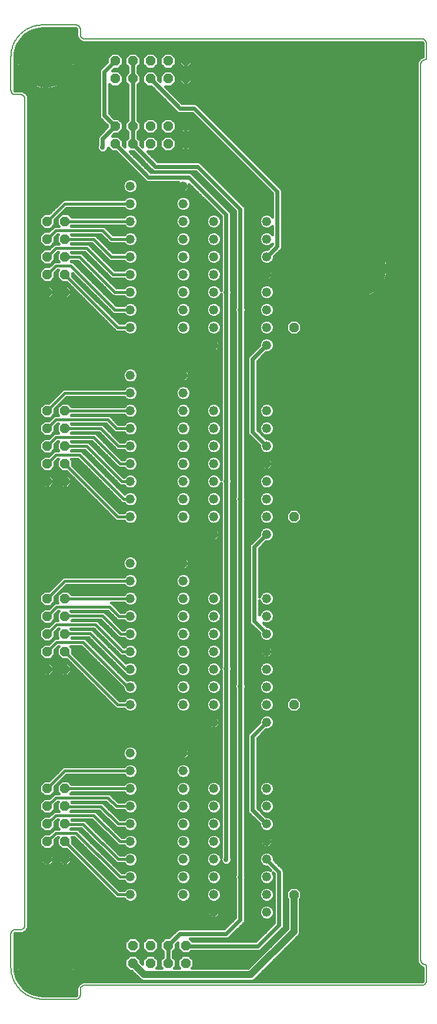
<source format=gbl>
G75*
%MOIN*%
%OFA0B0*%
%FSLAX24Y24*%
%IPPOS*%
%LPD*%
%AMOC8*
5,1,8,0,0,1.08239X$1,22.5*
%
%ADD10C,0.0520*%
%ADD11OC8,0.0560*%
%ADD12OC8,0.0520*%
%ADD13C,0.0050*%
%ADD14C,0.3150*%
%ADD15C,0.0160*%
%ADD16C,0.0240*%
%ADD17C,0.0290*%
%ADD18C,0.0400*%
D10*
X016318Y010078D03*
X016318Y011078D03*
X016318Y012078D03*
X016318Y013078D03*
X016318Y014078D03*
X016318Y015078D03*
X016318Y016078D03*
X016318Y017078D03*
X016318Y018078D03*
X016318Y020826D03*
X016318Y021826D03*
X016318Y022826D03*
X016318Y023826D03*
X016318Y024826D03*
X016318Y025826D03*
X016318Y026826D03*
X016318Y027826D03*
X016318Y028826D03*
X016318Y031456D03*
X016318Y032456D03*
X016318Y033456D03*
X016318Y034456D03*
X016318Y035456D03*
X016318Y036456D03*
X016318Y037456D03*
X016318Y038456D03*
X016318Y039456D03*
X016318Y042164D03*
X016318Y043164D03*
X016318Y044164D03*
X016318Y045164D03*
X016318Y046164D03*
X016318Y047164D03*
X016318Y048164D03*
X016318Y049164D03*
X016318Y050164D03*
X019318Y050164D03*
X019318Y049164D03*
X019318Y048164D03*
X019318Y047164D03*
X019318Y046164D03*
X019318Y045164D03*
X019318Y044164D03*
X019318Y043164D03*
X019318Y042164D03*
X019318Y039456D03*
X019318Y038456D03*
X019318Y037456D03*
X019318Y036456D03*
X019318Y035456D03*
X019318Y034456D03*
X019318Y033456D03*
X019318Y032456D03*
X019318Y031456D03*
X019318Y028826D03*
X019318Y027826D03*
X019318Y026826D03*
X019318Y025826D03*
X019318Y024826D03*
X019318Y023826D03*
X019318Y022826D03*
X019318Y021826D03*
X019318Y020826D03*
X019318Y018078D03*
X019318Y017078D03*
X019318Y016078D03*
X019318Y015078D03*
X019318Y014078D03*
X019318Y013078D03*
X019318Y012078D03*
X019318Y011078D03*
X019318Y010078D03*
X021042Y010078D03*
X021042Y009078D03*
X021042Y011078D03*
X021042Y012078D03*
X021042Y013078D03*
X021042Y014078D03*
X021042Y015078D03*
X021042Y016078D03*
X021042Y019826D03*
X021042Y020826D03*
X021042Y021826D03*
X021042Y022826D03*
X021042Y023826D03*
X021042Y024826D03*
X021042Y025826D03*
X021042Y026826D03*
X021042Y030456D03*
X021042Y031456D03*
X021042Y032456D03*
X021042Y033456D03*
X021042Y034456D03*
X021042Y035456D03*
X021042Y036456D03*
X021042Y037456D03*
X021042Y041164D03*
X021042Y042164D03*
X021042Y043164D03*
X021042Y044164D03*
X021042Y045164D03*
X021042Y046164D03*
X021042Y047164D03*
X021042Y048164D03*
X024042Y048164D03*
X024042Y047164D03*
X024042Y046164D03*
X024042Y045164D03*
X024042Y044164D03*
X024042Y043164D03*
X024042Y042164D03*
X024042Y041164D03*
X024042Y037456D03*
X024042Y036456D03*
X024042Y035456D03*
X024042Y034456D03*
X024042Y033456D03*
X024042Y032456D03*
X024042Y031456D03*
X024042Y030456D03*
X024042Y026826D03*
X024042Y025826D03*
X024042Y024826D03*
X024042Y023826D03*
X024042Y022826D03*
X024042Y021826D03*
X024042Y020826D03*
X024042Y019826D03*
X024042Y016078D03*
X024042Y015078D03*
X024042Y014078D03*
X024042Y013078D03*
X024042Y012078D03*
X024042Y011078D03*
X024042Y010078D03*
X024042Y009078D03*
D11*
X019452Y007196D03*
X019452Y006196D03*
X018452Y006196D03*
X018452Y007196D03*
X017452Y007196D03*
X017452Y006196D03*
X016452Y006196D03*
X016452Y007196D03*
X015452Y007196D03*
X015452Y006196D03*
X012609Y012078D03*
X012609Y013078D03*
X012609Y014078D03*
X012609Y015078D03*
X012609Y016078D03*
X011609Y016078D03*
X011609Y015078D03*
X011609Y014078D03*
X011609Y013078D03*
X011609Y012078D03*
X011609Y022826D03*
X011609Y023826D03*
X011609Y024826D03*
X011609Y025826D03*
X011609Y026826D03*
X012609Y026826D03*
X012609Y025826D03*
X012609Y024826D03*
X012609Y023826D03*
X012609Y022826D03*
X012609Y033456D03*
X012609Y034456D03*
X012609Y035456D03*
X012609Y036456D03*
X012609Y037456D03*
X011609Y037456D03*
X011609Y036456D03*
X011609Y035456D03*
X011609Y034456D03*
X011609Y033456D03*
X011609Y044164D03*
X011609Y045164D03*
X011609Y046164D03*
X011609Y047164D03*
X011609Y048164D03*
X012609Y048164D03*
X012609Y047164D03*
X012609Y046164D03*
X012609Y045164D03*
X012609Y044164D03*
X015452Y052554D03*
X015452Y053554D03*
X016452Y053554D03*
X016452Y052554D03*
X017452Y052554D03*
X017452Y053554D03*
X018452Y053554D03*
X018452Y052554D03*
X019452Y052554D03*
X019452Y053554D03*
X019452Y056235D03*
X019452Y057235D03*
X018452Y057235D03*
X018452Y056235D03*
X017452Y056235D03*
X017452Y057235D03*
X016452Y057235D03*
X016452Y056235D03*
X015452Y056235D03*
X015452Y057235D03*
D12*
X025586Y042164D03*
X026586Y042164D03*
X026586Y031456D03*
X025586Y031456D03*
X025586Y020826D03*
X026586Y020826D03*
X026586Y010062D03*
X025586Y010062D03*
D13*
X009550Y007843D02*
X009550Y005967D01*
X009550Y007843D02*
X009552Y007873D01*
X009557Y007903D01*
X009566Y007932D01*
X009579Y007959D01*
X009594Y007985D01*
X009613Y008009D01*
X009634Y008030D01*
X009658Y008049D01*
X009684Y008064D01*
X009711Y008077D01*
X009740Y008086D01*
X009770Y008091D01*
X009800Y008093D01*
X010087Y008093D01*
X010117Y008095D01*
X010147Y008100D01*
X010176Y008109D01*
X010203Y008122D01*
X010229Y008137D01*
X010253Y008156D01*
X010274Y008177D01*
X010293Y008201D01*
X010308Y008227D01*
X010321Y008254D01*
X010330Y008283D01*
X010335Y008313D01*
X010337Y008343D01*
X010337Y008290D02*
X010337Y055141D01*
X010337Y055087D02*
X010335Y055117D01*
X010330Y055147D01*
X010321Y055176D01*
X010308Y055203D01*
X010293Y055229D01*
X010274Y055253D01*
X010253Y055274D01*
X010229Y055293D01*
X010203Y055308D01*
X010176Y055321D01*
X010147Y055330D01*
X010117Y055335D01*
X010087Y055337D01*
X009800Y055337D01*
X009770Y055339D01*
X009740Y055344D01*
X009711Y055353D01*
X009684Y055366D01*
X009658Y055381D01*
X009634Y055400D01*
X009613Y055421D01*
X009594Y055445D01*
X009579Y055471D01*
X009566Y055498D01*
X009557Y055527D01*
X009552Y055557D01*
X009550Y055587D01*
X009550Y057463D01*
X009552Y057547D01*
X009558Y057630D01*
X009567Y057713D01*
X009581Y057796D01*
X009598Y057878D01*
X009619Y057959D01*
X009644Y058039D01*
X009672Y058117D01*
X009704Y058195D01*
X009740Y058270D01*
X009779Y058344D01*
X009821Y058416D01*
X009867Y058486D01*
X009916Y058554D01*
X009968Y058620D01*
X010023Y058683D01*
X010080Y058744D01*
X010141Y058801D01*
X010204Y058856D01*
X010270Y058908D01*
X010338Y058957D01*
X010408Y059003D01*
X010480Y059045D01*
X010554Y059084D01*
X010629Y059120D01*
X010707Y059152D01*
X010785Y059180D01*
X010865Y059205D01*
X010946Y059226D01*
X011028Y059243D01*
X011111Y059257D01*
X011194Y059266D01*
X011277Y059272D01*
X011361Y059274D01*
X013237Y059274D01*
X013267Y059272D01*
X013297Y059267D01*
X013326Y059258D01*
X013353Y059245D01*
X013379Y059230D01*
X013403Y059211D01*
X013424Y059190D01*
X013443Y059166D01*
X013458Y059140D01*
X013471Y059113D01*
X013480Y059084D01*
X013485Y059054D01*
X013487Y059024D01*
X013487Y058737D01*
X013489Y058707D01*
X013494Y058677D01*
X013503Y058648D01*
X013516Y058621D01*
X013531Y058595D01*
X013550Y058571D01*
X013571Y058550D01*
X013595Y058531D01*
X013621Y058516D01*
X013648Y058503D01*
X013677Y058494D01*
X013707Y058489D01*
X013737Y058487D01*
X013684Y058487D02*
X032843Y058487D01*
X032873Y058485D01*
X032903Y058480D01*
X032932Y058471D01*
X032959Y058458D01*
X032985Y058443D01*
X033009Y058424D01*
X033030Y058403D01*
X033049Y058379D01*
X033064Y058353D01*
X033077Y058326D01*
X033086Y058297D01*
X033091Y058267D01*
X033093Y058237D01*
X033093Y057371D01*
X033091Y057357D01*
X033087Y057343D01*
X033079Y057330D01*
X033069Y057320D01*
X033056Y057312D01*
X033042Y057308D01*
X033028Y057306D01*
X032998Y057304D01*
X032968Y057299D01*
X032939Y057290D01*
X032912Y057277D01*
X032886Y057262D01*
X032862Y057243D01*
X032841Y057222D01*
X032822Y057198D01*
X032807Y057172D01*
X032794Y057145D01*
X032785Y057116D01*
X032780Y057086D01*
X032778Y057056D01*
X032778Y006375D01*
X032780Y006345D01*
X032785Y006315D01*
X032794Y006286D01*
X032807Y006259D01*
X032822Y006233D01*
X032841Y006209D01*
X032862Y006188D01*
X032886Y006169D01*
X032912Y006154D01*
X032939Y006141D01*
X032968Y006132D01*
X032998Y006127D01*
X033028Y006125D01*
X033042Y006123D01*
X033056Y006119D01*
X033069Y006111D01*
X033079Y006101D01*
X033087Y006088D01*
X033091Y006074D01*
X033093Y006060D01*
X033093Y005194D01*
X033091Y005164D01*
X033086Y005134D01*
X033077Y005105D01*
X033064Y005078D01*
X033049Y005052D01*
X033030Y005028D01*
X033009Y005007D01*
X032985Y004988D01*
X032959Y004973D01*
X032932Y004960D01*
X032903Y004951D01*
X032873Y004946D01*
X032843Y004944D01*
X013684Y004944D01*
X013737Y004944D02*
X013707Y004942D01*
X013677Y004937D01*
X013648Y004928D01*
X013621Y004915D01*
X013595Y004900D01*
X013571Y004881D01*
X013550Y004860D01*
X013531Y004836D01*
X013516Y004810D01*
X013503Y004783D01*
X013494Y004754D01*
X013489Y004724D01*
X013487Y004694D01*
X013487Y004406D01*
X013485Y004376D01*
X013480Y004346D01*
X013471Y004317D01*
X013458Y004290D01*
X013443Y004264D01*
X013424Y004240D01*
X013403Y004219D01*
X013379Y004200D01*
X013353Y004185D01*
X013326Y004172D01*
X013297Y004163D01*
X013267Y004158D01*
X013237Y004156D01*
X011361Y004156D01*
X011277Y004158D01*
X011194Y004164D01*
X011111Y004173D01*
X011028Y004187D01*
X010946Y004204D01*
X010865Y004225D01*
X010785Y004250D01*
X010707Y004278D01*
X010629Y004310D01*
X010554Y004346D01*
X010480Y004385D01*
X010408Y004427D01*
X010338Y004473D01*
X010270Y004522D01*
X010204Y004574D01*
X010141Y004629D01*
X010080Y004686D01*
X010023Y004747D01*
X009968Y004810D01*
X009916Y004876D01*
X009867Y004944D01*
X009821Y005014D01*
X009779Y005086D01*
X009740Y005160D01*
X009704Y005235D01*
X009672Y005313D01*
X009644Y005391D01*
X009619Y005471D01*
X009598Y005552D01*
X009581Y005634D01*
X009567Y005717D01*
X009558Y005800D01*
X009552Y005883D01*
X009550Y005967D01*
D14*
X011519Y006125D03*
X029235Y045495D03*
X011519Y057306D03*
D15*
X011599Y057254D02*
X015012Y057254D01*
X015012Y057191D02*
X014691Y056871D01*
X014613Y056792D01*
X014570Y056689D01*
X014570Y054101D01*
X014613Y053998D01*
X015012Y053599D01*
X015012Y053512D01*
X014592Y053094D01*
X014591Y053094D01*
X014552Y053055D01*
X014513Y053016D01*
X014513Y053015D01*
X014513Y053015D01*
X014492Y052964D01*
X014470Y052913D01*
X014470Y052912D01*
X014470Y052857D01*
X014470Y052801D01*
X014470Y052474D01*
X014445Y052414D01*
X014445Y052293D01*
X014492Y052180D01*
X014577Y052095D01*
X014689Y052048D01*
X014811Y052048D01*
X014923Y052095D01*
X015009Y052180D01*
X015055Y052293D01*
X015055Y052328D01*
X015269Y052114D01*
X015496Y052114D01*
X017191Y050419D01*
X017294Y050376D01*
X019051Y050376D01*
X019016Y050325D01*
X018991Y050263D01*
X018978Y050198D01*
X018978Y050164D01*
X018978Y050131D01*
X018991Y050065D01*
X019016Y050003D01*
X019054Y049948D01*
X019101Y049900D01*
X019157Y049863D01*
X019219Y049837D01*
X019284Y049824D01*
X019318Y049824D01*
X019351Y049824D01*
X019417Y049837D01*
X019479Y049863D01*
X019535Y049900D01*
X019582Y049948D01*
X019619Y050003D01*
X019645Y050065D01*
X019658Y050131D01*
X019658Y050164D01*
X019318Y050164D01*
X019318Y050164D01*
X019318Y049824D01*
X019318Y050164D01*
X019318Y050164D01*
X019658Y050164D01*
X019658Y050198D01*
X019645Y050263D01*
X019643Y050267D01*
X021470Y048440D01*
X021470Y044277D01*
X021460Y044253D01*
X021398Y044402D01*
X021280Y044520D01*
X021126Y044584D01*
X020959Y044584D01*
X020804Y044520D01*
X020686Y044402D01*
X020622Y044248D01*
X020622Y044081D01*
X020686Y043926D01*
X020804Y043808D01*
X020959Y043744D01*
X021126Y043744D01*
X021280Y043808D01*
X021398Y043926D01*
X021457Y044068D01*
X021470Y044035D01*
X021470Y033577D01*
X021458Y033549D01*
X021398Y033694D01*
X021280Y033812D01*
X021126Y033876D01*
X020959Y033876D01*
X020804Y033812D01*
X020686Y033694D01*
X020622Y033539D01*
X020622Y033372D01*
X020686Y033218D01*
X020804Y033100D01*
X020959Y033036D01*
X021126Y033036D01*
X021280Y033100D01*
X021398Y033218D01*
X021459Y033363D01*
X021470Y033335D01*
X021470Y022977D01*
X021452Y022934D01*
X021398Y023064D01*
X021280Y023182D01*
X021126Y023246D01*
X020959Y023246D01*
X020804Y023182D01*
X020686Y023064D01*
X020622Y022909D01*
X020622Y022742D01*
X020686Y022588D01*
X020804Y022470D01*
X020959Y022406D01*
X021126Y022406D01*
X021280Y022470D01*
X021398Y022588D01*
X021462Y022742D01*
X021462Y022754D01*
X021470Y022735D01*
X021470Y012177D01*
X021462Y012158D01*
X021462Y012161D01*
X021398Y012316D01*
X021280Y012434D01*
X021126Y012498D01*
X020959Y012498D01*
X020804Y012434D01*
X020686Y012316D01*
X020622Y012161D01*
X020622Y011994D01*
X020686Y011840D01*
X020804Y011722D01*
X020959Y011658D01*
X021126Y011658D01*
X021280Y011722D01*
X021398Y011840D01*
X021454Y011974D01*
X021492Y011884D01*
X021577Y011798D01*
X021689Y011751D01*
X021811Y011751D01*
X021923Y011798D01*
X022009Y011884D01*
X022055Y011996D01*
X022055Y012117D01*
X022030Y012177D01*
X022030Y022735D01*
X022055Y022796D01*
X022055Y022917D01*
X022030Y022977D01*
X022030Y033335D01*
X022055Y033396D01*
X022055Y033517D01*
X022030Y033577D01*
X022030Y044035D01*
X022055Y044096D01*
X022055Y044217D01*
X022030Y044277D01*
X022030Y048612D01*
X021987Y048715D01*
X021909Y048794D01*
X019809Y050894D01*
X019706Y050936D01*
X017465Y050936D01*
X016288Y052114D01*
X016496Y052114D01*
X017512Y051098D01*
X017591Y051019D01*
X017694Y050976D01*
X020034Y050976D01*
X022270Y048740D01*
X022270Y043277D01*
X022245Y043217D01*
X022245Y043096D01*
X022270Y043035D01*
X022270Y032577D01*
X022245Y032517D01*
X022245Y032396D01*
X022270Y032335D01*
X022270Y021977D01*
X022245Y021917D01*
X022245Y021796D01*
X022270Y021735D01*
X022270Y011177D01*
X022245Y011117D01*
X022245Y010996D01*
X022270Y010935D01*
X022270Y008772D01*
X021634Y008136D01*
X019057Y008136D01*
X018954Y008094D01*
X018875Y008015D01*
X018496Y007636D01*
X018269Y007636D01*
X018012Y007378D01*
X018012Y007013D01*
X018172Y006853D01*
X018172Y006538D01*
X018012Y006378D01*
X018012Y006013D01*
X018109Y005916D01*
X017795Y005916D01*
X017892Y006013D01*
X017892Y006378D01*
X017634Y006636D01*
X017269Y006636D01*
X017012Y006378D01*
X017012Y006145D01*
X016892Y006265D01*
X016892Y006378D01*
X016634Y006636D01*
X016269Y006636D01*
X016012Y006378D01*
X016012Y006013D01*
X016269Y005756D01*
X016383Y005756D01*
X016887Y005251D01*
X017019Y005196D01*
X023222Y005196D01*
X023354Y005251D01*
X023455Y005352D01*
X025789Y007687D01*
X025891Y007788D01*
X025946Y007920D01*
X025946Y009828D01*
X026006Y009888D01*
X026006Y010236D01*
X025759Y010482D01*
X025412Y010482D01*
X025166Y010236D01*
X025166Y009888D01*
X025226Y009828D01*
X025226Y008141D01*
X023001Y005916D01*
X019795Y005916D01*
X019892Y006013D01*
X019892Y006378D01*
X019634Y006636D01*
X019269Y006636D01*
X019012Y006378D01*
X019012Y006013D01*
X019109Y005916D01*
X018795Y005916D01*
X018892Y006013D01*
X018892Y006378D01*
X018732Y006538D01*
X018732Y006853D01*
X018892Y007013D01*
X018892Y007240D01*
X019012Y007360D01*
X019012Y007013D01*
X019269Y006756D01*
X019634Y006756D01*
X019755Y006876D01*
X023606Y006876D01*
X023709Y006919D01*
X024909Y008119D01*
X024987Y008198D01*
X025030Y008301D01*
X025030Y011412D01*
X024987Y011515D01*
X024462Y012040D01*
X024462Y012161D01*
X024398Y012316D01*
X024280Y012434D01*
X024126Y012498D01*
X023959Y012498D01*
X023804Y012434D01*
X023686Y012316D01*
X023622Y012161D01*
X023622Y011994D01*
X023686Y011840D01*
X023804Y011722D01*
X023959Y011658D01*
X024053Y011658D01*
X024274Y011436D01*
X024126Y011498D01*
X023959Y011498D01*
X023804Y011434D01*
X023686Y011316D01*
X023622Y011161D01*
X023622Y010994D01*
X023686Y010840D01*
X023804Y010722D01*
X023959Y010658D01*
X024126Y010658D01*
X024280Y010722D01*
X024398Y010840D01*
X024462Y010994D01*
X024462Y011161D01*
X024401Y011310D01*
X024470Y011240D01*
X024470Y008472D01*
X023434Y007436D01*
X019833Y007436D01*
X019693Y007576D01*
X021806Y007576D01*
X021909Y007619D01*
X022787Y008498D01*
X022830Y008601D01*
X022830Y010935D01*
X022855Y010996D01*
X022855Y011117D01*
X022830Y011177D01*
X022830Y021735D01*
X022855Y021796D01*
X022855Y021917D01*
X022830Y021977D01*
X022830Y032335D01*
X022855Y032396D01*
X022855Y032517D01*
X022830Y032577D01*
X022830Y043035D01*
X022855Y043096D01*
X022855Y043217D01*
X022830Y043277D01*
X022830Y048912D01*
X022787Y049015D01*
X022709Y049094D01*
X020309Y051494D01*
X020206Y051536D01*
X017865Y051536D01*
X017288Y052114D01*
X017634Y052114D01*
X017892Y052372D01*
X017892Y052736D01*
X017634Y052994D01*
X017269Y052994D01*
X017012Y052736D01*
X017012Y052390D01*
X016892Y052510D01*
X016892Y052736D01*
X016732Y052896D01*
X016732Y053212D01*
X016892Y053372D01*
X016892Y053736D01*
X016732Y053896D01*
X016732Y055893D01*
X016892Y056053D01*
X016892Y056417D01*
X016732Y056577D01*
X016732Y056893D01*
X016892Y057053D01*
X016892Y057417D01*
X016634Y057675D01*
X016269Y057675D01*
X016012Y057417D01*
X016012Y057053D01*
X016172Y056893D01*
X016172Y056577D01*
X016012Y056417D01*
X016012Y056053D01*
X016172Y055893D01*
X016172Y053896D01*
X016012Y053736D01*
X016012Y053372D01*
X016172Y053212D01*
X016172Y052896D01*
X016012Y052736D01*
X016012Y052390D01*
X015892Y052510D01*
X015892Y052736D01*
X015634Y052994D01*
X015285Y052994D01*
X015406Y053114D01*
X015634Y053114D01*
X015892Y053372D01*
X015892Y053736D01*
X015634Y053994D01*
X015408Y053994D01*
X015130Y054272D01*
X015130Y055934D01*
X015269Y055795D01*
X015634Y055795D01*
X015892Y056053D01*
X015892Y056417D01*
X015634Y056675D01*
X015288Y056675D01*
X015408Y056795D01*
X015634Y056795D01*
X015892Y057053D01*
X015892Y057417D01*
X015634Y057675D01*
X015269Y057675D01*
X015012Y057417D01*
X015012Y057191D01*
X014916Y057095D02*
X013161Y057095D01*
X013161Y057090D02*
X013173Y057226D01*
X011599Y057226D01*
X011599Y057386D01*
X013173Y057386D01*
X013161Y057522D01*
X013136Y057664D01*
X013098Y057804D01*
X013049Y057940D01*
X012988Y058071D01*
X012916Y058196D01*
X012833Y058314D01*
X012740Y058425D01*
X012638Y058527D01*
X012527Y058620D01*
X012409Y058703D01*
X012283Y058775D01*
X012152Y058836D01*
X012017Y058886D01*
X011877Y058923D01*
X011735Y058948D01*
X011599Y058960D01*
X011599Y057386D01*
X011439Y057386D01*
X011439Y058960D01*
X011302Y058948D01*
X011160Y058923D01*
X011020Y058886D01*
X010885Y058836D01*
X010754Y058775D01*
X010629Y058703D01*
X010510Y058620D01*
X010400Y058527D01*
X010297Y058425D01*
X010204Y058314D01*
X010122Y058196D01*
X010049Y058071D01*
X009988Y057940D01*
X009939Y057804D01*
X009901Y057664D01*
X009876Y057522D01*
X009864Y057386D01*
X011439Y057386D01*
X011439Y057226D01*
X011599Y057226D01*
X011599Y055652D01*
X011735Y055664D01*
X011877Y055689D01*
X012017Y055726D01*
X012152Y055776D01*
X012283Y055837D01*
X012409Y055909D01*
X012527Y055992D01*
X012638Y056085D01*
X012740Y056187D01*
X012833Y056298D01*
X012916Y056416D01*
X012988Y056541D01*
X013049Y056672D01*
X013098Y056808D01*
X013136Y056947D01*
X013161Y057090D01*
X013133Y056937D02*
X014758Y056937D01*
X014607Y056778D02*
X013088Y056778D01*
X013025Y056620D02*
X014570Y056620D01*
X014570Y056461D02*
X012942Y056461D01*
X012836Y056303D02*
X014570Y056303D01*
X014570Y056144D02*
X012697Y056144D01*
X012518Y055986D02*
X014570Y055986D01*
X014570Y055827D02*
X012263Y055827D01*
X011764Y055669D02*
X014570Y055669D01*
X014570Y055510D02*
X010265Y055510D01*
X010209Y055542D02*
X009800Y055542D01*
X009788Y055544D01*
X009768Y055556D01*
X009757Y055576D01*
X009755Y055587D01*
X009755Y057463D01*
X009769Y057673D01*
X009877Y058078D01*
X010087Y058441D01*
X010383Y058738D01*
X010747Y058947D01*
X011151Y059056D01*
X011361Y059069D01*
X013237Y059069D01*
X013249Y059068D01*
X013269Y059056D01*
X013281Y059036D01*
X013282Y059024D01*
X013282Y058615D01*
X013404Y058404D01*
X013404Y058404D01*
X013404Y058404D01*
X013577Y058304D01*
X013599Y058282D01*
X032843Y058282D01*
X032855Y058281D01*
X032875Y058269D01*
X032887Y058249D01*
X032888Y058237D01*
X032888Y057501D01*
X032695Y057389D01*
X032573Y057178D01*
X032573Y006290D01*
X032573Y006253D01*
X032695Y006042D01*
X032888Y005930D01*
X032888Y005194D01*
X032887Y005182D01*
X032875Y005162D01*
X032855Y005150D01*
X032843Y005149D01*
X013599Y005149D01*
X013577Y005127D01*
X013404Y005027D01*
X013404Y005027D01*
X013282Y004816D01*
X013282Y004406D01*
X013281Y004395D01*
X013269Y004375D01*
X013249Y004363D01*
X013237Y004361D01*
X011361Y004361D01*
X011151Y004375D01*
X010747Y004484D01*
X010383Y004693D01*
X010087Y004990D01*
X009877Y005353D01*
X009769Y005758D01*
X009755Y005967D01*
X009755Y007843D01*
X009757Y007855D01*
X009768Y007875D01*
X009788Y007887D01*
X009800Y007888D01*
X010209Y007888D01*
X010421Y008010D01*
X010421Y008010D01*
X010421Y008010D01*
X010520Y008183D01*
X010542Y008205D01*
X010542Y055226D01*
X010520Y055248D01*
X010421Y055421D01*
X010421Y055421D01*
X010421Y055421D01*
X010209Y055542D01*
X010460Y055352D02*
X014570Y055352D01*
X014570Y055193D02*
X010542Y055193D01*
X010542Y055035D02*
X014570Y055035D01*
X014570Y054876D02*
X010542Y054876D01*
X010542Y054718D02*
X014570Y054718D01*
X014570Y054559D02*
X010542Y054559D01*
X010542Y054401D02*
X014570Y054401D01*
X014570Y054242D02*
X010542Y054242D01*
X010542Y054084D02*
X014577Y054084D01*
X014685Y053925D02*
X010542Y053925D01*
X010542Y053767D02*
X014844Y053767D01*
X015002Y053608D02*
X010542Y053608D01*
X010542Y053450D02*
X014949Y053450D01*
X014790Y053291D02*
X010542Y053291D01*
X010542Y053133D02*
X014631Y053133D01*
X014496Y052974D02*
X010542Y052974D01*
X010542Y052816D02*
X014470Y052816D01*
X014470Y052801D02*
X014470Y052801D01*
X014470Y052912D02*
X014470Y052912D01*
X014470Y052657D02*
X010542Y052657D01*
X010542Y052499D02*
X014470Y052499D01*
X014445Y052340D02*
X010542Y052340D01*
X010542Y052182D02*
X014491Y052182D01*
X015009Y052182D02*
X015201Y052182D01*
X015586Y052023D02*
X010542Y052023D01*
X010542Y051865D02*
X015745Y051865D01*
X015903Y051706D02*
X010542Y051706D01*
X010542Y051548D02*
X016062Y051548D01*
X016220Y051389D02*
X010542Y051389D01*
X010542Y051231D02*
X016379Y051231D01*
X016537Y051072D02*
X010542Y051072D01*
X010542Y050914D02*
X016696Y050914D01*
X016854Y050755D02*
X010542Y050755D01*
X010542Y050597D02*
X017013Y050597D01*
X017171Y050438D02*
X016638Y050438D01*
X016674Y050402D02*
X016556Y050520D01*
X016401Y050584D01*
X016234Y050584D01*
X016080Y050520D01*
X015962Y050402D01*
X015898Y050248D01*
X015898Y050081D01*
X015962Y049926D01*
X016080Y049808D01*
X016234Y049744D01*
X016401Y049744D01*
X016556Y049808D01*
X016674Y049926D01*
X016738Y050081D01*
X016738Y050248D01*
X016674Y050402D01*
X016724Y050280D02*
X018998Y050280D01*
X018978Y050164D02*
X019318Y050164D01*
X018978Y050164D01*
X018980Y050121D02*
X016738Y050121D01*
X016689Y049963D02*
X019043Y049963D01*
X019318Y049963D02*
X019318Y049963D01*
X019318Y050121D02*
X019318Y050121D01*
X019318Y050164D02*
X019318Y050164D01*
X019592Y049963D02*
X019948Y049963D01*
X020106Y049804D02*
X016547Y049804D01*
X016401Y049584D02*
X016234Y049584D01*
X016080Y049520D01*
X015964Y049404D01*
X012561Y049404D01*
X012473Y049368D01*
X011710Y048604D01*
X011427Y048604D01*
X011169Y048347D01*
X011169Y047982D01*
X011427Y047724D01*
X011791Y047724D01*
X012049Y047982D01*
X012049Y048265D01*
X012709Y048924D01*
X015964Y048924D01*
X016080Y048808D01*
X016234Y048744D01*
X016401Y048744D01*
X016556Y048808D01*
X016674Y048926D01*
X016738Y049081D01*
X016738Y049248D01*
X016674Y049402D01*
X016556Y049520D01*
X016401Y049584D01*
X016589Y049487D02*
X019047Y049487D01*
X019080Y049520D02*
X018962Y049402D01*
X018898Y049248D01*
X018898Y049081D01*
X018962Y048926D01*
X019080Y048808D01*
X019234Y048744D01*
X019401Y048744D01*
X019556Y048808D01*
X019674Y048926D01*
X019738Y049081D01*
X019738Y049248D01*
X019674Y049402D01*
X019556Y049520D01*
X019401Y049584D01*
X019234Y049584D01*
X019080Y049520D01*
X018931Y049329D02*
X016704Y049329D01*
X016738Y049170D02*
X018898Y049170D01*
X018926Y049012D02*
X016709Y049012D01*
X016601Y048853D02*
X019035Y048853D01*
X019119Y048536D02*
X016517Y048536D01*
X016556Y048520D02*
X016401Y048584D01*
X016234Y048584D01*
X016080Y048520D01*
X015964Y048404D01*
X012991Y048404D01*
X012791Y048604D01*
X012427Y048604D01*
X012169Y048347D01*
X012169Y047982D01*
X012255Y047896D01*
X012054Y047896D01*
X011965Y047860D01*
X011710Y047604D01*
X011427Y047604D01*
X011169Y047347D01*
X011169Y046982D01*
X011427Y046724D01*
X011791Y046724D01*
X012049Y046982D01*
X012049Y047265D01*
X012201Y047416D01*
X012239Y047416D01*
X012169Y047347D01*
X012169Y046982D01*
X012255Y046896D01*
X012054Y046896D01*
X011965Y046860D01*
X011710Y046604D01*
X011427Y046604D01*
X011169Y046347D01*
X011169Y045982D01*
X011427Y045724D01*
X011791Y045724D01*
X012049Y045982D01*
X012049Y046265D01*
X012201Y046416D01*
X012239Y046416D01*
X012169Y046347D01*
X012169Y045982D01*
X012255Y045896D01*
X012054Y045896D01*
X011965Y045860D01*
X011710Y045604D01*
X011427Y045604D01*
X011169Y045347D01*
X011169Y044982D01*
X011427Y044724D01*
X011791Y044724D01*
X012049Y044982D01*
X012049Y045265D01*
X012201Y045416D01*
X012239Y045416D01*
X012169Y045347D01*
X012169Y044982D01*
X012427Y044724D01*
X012710Y044724D01*
X015473Y041961D01*
X015561Y041924D01*
X015964Y041924D01*
X016080Y041808D01*
X016234Y041744D01*
X016401Y041744D01*
X016556Y041808D01*
X016674Y041926D01*
X016738Y042081D01*
X016738Y042248D01*
X016674Y042402D01*
X016556Y042520D01*
X016401Y042584D01*
X016234Y042584D01*
X016080Y042520D01*
X015964Y042404D01*
X015709Y042404D01*
X013049Y045064D01*
X013049Y045218D01*
X015306Y042961D01*
X015394Y042924D01*
X015964Y042924D01*
X016080Y042808D01*
X016234Y042744D01*
X016401Y042744D01*
X016556Y042808D01*
X016674Y042926D01*
X016738Y043081D01*
X016738Y043248D01*
X016674Y043402D01*
X016556Y043520D01*
X016401Y043584D01*
X016234Y043584D01*
X016080Y043520D01*
X015964Y043404D01*
X015542Y043404D01*
X013154Y045792D01*
X013086Y045860D01*
X012998Y045896D01*
X012964Y045896D01*
X012984Y045916D01*
X013351Y045916D01*
X015306Y043961D01*
X015394Y043924D01*
X015964Y043924D01*
X016080Y043808D01*
X016234Y043744D01*
X016401Y043744D01*
X016556Y043808D01*
X016674Y043926D01*
X016738Y044081D01*
X016738Y044248D01*
X016674Y044402D01*
X016556Y044520D01*
X016401Y044584D01*
X016234Y044584D01*
X016080Y044520D01*
X015964Y044404D01*
X015542Y044404D01*
X013654Y046292D01*
X013586Y046360D01*
X013498Y046396D01*
X012999Y046396D01*
X012979Y046416D01*
X013751Y046416D01*
X015206Y044961D01*
X015294Y044924D01*
X015964Y044924D01*
X016080Y044808D01*
X016234Y044744D01*
X016401Y044744D01*
X016556Y044808D01*
X016674Y044926D01*
X016738Y045081D01*
X016738Y045248D01*
X016674Y045402D01*
X016556Y045520D01*
X016401Y045584D01*
X016234Y045584D01*
X016080Y045520D01*
X015964Y045404D01*
X015442Y045404D01*
X014054Y046792D01*
X013986Y046860D01*
X013898Y046896D01*
X012964Y046896D01*
X012984Y046916D01*
X014151Y046916D01*
X015106Y045961D01*
X015194Y045924D01*
X015964Y045924D01*
X016080Y045808D01*
X016234Y045744D01*
X016401Y045744D01*
X016556Y045808D01*
X016674Y045926D01*
X016738Y046081D01*
X016738Y046248D01*
X016674Y046402D01*
X016556Y046520D01*
X016401Y046584D01*
X016234Y046584D01*
X016080Y046520D01*
X015964Y046404D01*
X015342Y046404D01*
X014454Y047292D01*
X014386Y047360D01*
X014298Y047396D01*
X012999Y047396D01*
X012979Y047416D01*
X014651Y047416D01*
X015039Y047028D01*
X015106Y046961D01*
X015194Y046924D01*
X015964Y046924D01*
X016080Y046808D01*
X016234Y046744D01*
X016401Y046744D01*
X016556Y046808D01*
X016674Y046926D01*
X016738Y047081D01*
X016738Y047248D01*
X016674Y047402D01*
X016556Y047520D01*
X016401Y047584D01*
X016234Y047584D01*
X016080Y047520D01*
X015964Y047404D01*
X015342Y047404D01*
X014954Y047792D01*
X014954Y047792D01*
X014886Y047860D01*
X014798Y047896D01*
X012964Y047896D01*
X012991Y047924D01*
X015964Y047924D01*
X016080Y047808D01*
X016234Y047744D01*
X016401Y047744D01*
X016556Y047808D01*
X016674Y047926D01*
X016738Y048081D01*
X016738Y048248D01*
X016674Y048402D01*
X016556Y048520D01*
X016684Y048378D02*
X018952Y048378D01*
X018962Y048402D02*
X018898Y048248D01*
X018898Y048081D01*
X018962Y047926D01*
X019080Y047808D01*
X019234Y047744D01*
X019401Y047744D01*
X019556Y047808D01*
X019674Y047926D01*
X019738Y048081D01*
X019738Y048248D01*
X019674Y048402D01*
X019556Y048520D01*
X019401Y048584D01*
X019234Y048584D01*
X019080Y048520D01*
X018962Y048402D01*
X018898Y048219D02*
X016738Y048219D01*
X016730Y048061D02*
X018906Y048061D01*
X018986Y047902D02*
X016650Y047902D01*
X016318Y048164D02*
X012609Y048164D01*
X012169Y048219D02*
X012049Y048219D01*
X012049Y048061D02*
X012169Y048061D01*
X012249Y047902D02*
X011970Y047902D01*
X011849Y047744D02*
X011811Y047744D01*
X012101Y047656D02*
X011609Y047164D01*
X011169Y047110D02*
X010542Y047110D01*
X010542Y047268D02*
X011169Y047268D01*
X011250Y047427D02*
X010542Y047427D01*
X010542Y047585D02*
X011408Y047585D01*
X011407Y047744D02*
X010542Y047744D01*
X010542Y047902D02*
X011249Y047902D01*
X011169Y048061D02*
X010542Y048061D01*
X010542Y048219D02*
X011169Y048219D01*
X011201Y048378D02*
X010542Y048378D01*
X010542Y048536D02*
X011359Y048536D01*
X011609Y048164D02*
X012609Y049164D01*
X016318Y049164D01*
X016035Y048853D02*
X012638Y048853D01*
X012479Y048695D02*
X021216Y048695D01*
X021126Y048584D02*
X020959Y048584D01*
X020804Y048520D01*
X020686Y048402D01*
X020622Y048248D01*
X020622Y048081D01*
X020686Y047926D01*
X020804Y047808D01*
X020959Y047744D01*
X021126Y047744D01*
X021280Y047808D01*
X021398Y047926D01*
X021462Y048081D01*
X021462Y048248D01*
X021398Y048402D01*
X021280Y048520D01*
X021126Y048584D01*
X021241Y048536D02*
X021374Y048536D01*
X021408Y048378D02*
X021470Y048378D01*
X021462Y048219D02*
X021470Y048219D01*
X021454Y048061D02*
X021470Y048061D01*
X021470Y047902D02*
X021374Y047902D01*
X021470Y047744D02*
X015002Y047744D01*
X015160Y047585D02*
X021470Y047585D01*
X021470Y047427D02*
X021373Y047427D01*
X021398Y047402D02*
X021280Y047520D01*
X021126Y047584D01*
X020959Y047584D01*
X020804Y047520D01*
X020686Y047402D01*
X020622Y047248D01*
X020622Y047081D01*
X020686Y046926D01*
X020804Y046808D01*
X020959Y046744D01*
X021126Y046744D01*
X021280Y046808D01*
X021398Y046926D01*
X021462Y047081D01*
X021462Y047248D01*
X021398Y047402D01*
X021454Y047268D02*
X021470Y047268D01*
X021462Y047110D02*
X021470Y047110D01*
X021470Y046951D02*
X021409Y046951D01*
X021470Y046793D02*
X021243Y046793D01*
X021126Y046584D02*
X020959Y046584D01*
X020804Y046520D01*
X020686Y046402D01*
X020622Y046248D01*
X020622Y046081D01*
X020686Y045926D01*
X020804Y045808D01*
X020959Y045744D01*
X021126Y045744D01*
X021280Y045808D01*
X021398Y045926D01*
X021462Y046081D01*
X021462Y046248D01*
X021398Y046402D01*
X021280Y046520D01*
X021126Y046584D01*
X021324Y046476D02*
X021470Y046476D01*
X021470Y046634D02*
X015111Y046634D01*
X015270Y046476D02*
X016036Y046476D01*
X016117Y046793D02*
X014953Y046793D01*
X014794Y046951D02*
X015129Y046951D01*
X015039Y047028D02*
X015039Y047028D01*
X014957Y047110D02*
X014636Y047110D01*
X014477Y047268D02*
X014799Y047268D01*
X014750Y047656D02*
X012101Y047656D01*
X012053Y047268D02*
X012169Y047268D01*
X012169Y047110D02*
X012049Y047110D01*
X012019Y046951D02*
X012200Y046951D01*
X012101Y046656D02*
X011609Y046164D01*
X011169Y046159D02*
X010542Y046159D01*
X010542Y046317D02*
X011169Y046317D01*
X011299Y046476D02*
X010542Y046476D01*
X010542Y046634D02*
X011740Y046634D01*
X011860Y046793D02*
X011898Y046793D01*
X012101Y046656D02*
X013850Y046656D01*
X015342Y045164D01*
X016318Y045164D01*
X016638Y044891D02*
X018997Y044891D01*
X018962Y044926D02*
X019080Y044808D01*
X019234Y044744D01*
X019401Y044744D01*
X019556Y044808D01*
X019674Y044926D01*
X019738Y045081D01*
X019738Y045248D01*
X019674Y045402D01*
X019556Y045520D01*
X019401Y045584D01*
X019234Y045584D01*
X019080Y045520D01*
X018962Y045402D01*
X018898Y045248D01*
X018898Y045081D01*
X018962Y044926D01*
X018911Y045049D02*
X016725Y045049D01*
X016738Y045208D02*
X018898Y045208D01*
X018947Y045366D02*
X016689Y045366D01*
X016545Y045525D02*
X019091Y045525D01*
X019234Y045744D02*
X019401Y045744D01*
X019556Y045808D01*
X019674Y045926D01*
X019738Y046081D01*
X019738Y046248D01*
X019674Y046402D01*
X019556Y046520D01*
X019401Y046584D01*
X019234Y046584D01*
X019080Y046520D01*
X018962Y046402D01*
X018898Y046248D01*
X018898Y046081D01*
X018962Y045926D01*
X019080Y045808D01*
X019234Y045744D01*
X019046Y045842D02*
X016589Y045842D01*
X016705Y046000D02*
X018931Y046000D01*
X018898Y046159D02*
X016738Y046159D01*
X016709Y046317D02*
X018927Y046317D01*
X019036Y046476D02*
X016600Y046476D01*
X016519Y046793D02*
X019117Y046793D01*
X019080Y046808D02*
X019234Y046744D01*
X019401Y046744D01*
X019556Y046808D01*
X019674Y046926D01*
X019738Y047081D01*
X019738Y047248D01*
X019674Y047402D01*
X019556Y047520D01*
X019401Y047584D01*
X019234Y047584D01*
X019080Y047520D01*
X018962Y047402D01*
X018898Y047248D01*
X018898Y047081D01*
X018962Y046926D01*
X019080Y046808D01*
X018951Y046951D02*
X016684Y046951D01*
X016738Y047110D02*
X018898Y047110D01*
X018906Y047268D02*
X016729Y047268D01*
X016649Y047427D02*
X018987Y047427D01*
X019649Y047427D02*
X020711Y047427D01*
X020631Y047268D02*
X019729Y047268D01*
X019738Y047110D02*
X020622Y047110D01*
X020676Y046951D02*
X019684Y046951D01*
X019519Y046793D02*
X020841Y046793D01*
X020760Y046476D02*
X019600Y046476D01*
X019709Y046317D02*
X020651Y046317D01*
X020622Y046159D02*
X019738Y046159D01*
X019705Y046000D02*
X020655Y046000D01*
X020771Y045842D02*
X019589Y045842D01*
X019545Y045525D02*
X020815Y045525D01*
X020804Y045520D02*
X020686Y045402D01*
X020622Y045248D01*
X020622Y045081D01*
X020686Y044926D01*
X020804Y044808D01*
X020959Y044744D01*
X021126Y044744D01*
X021280Y044808D01*
X021398Y044926D01*
X021462Y045081D01*
X021462Y045248D01*
X021398Y045402D01*
X021280Y045520D01*
X021126Y045584D01*
X020959Y045584D01*
X020804Y045520D01*
X020671Y045366D02*
X019689Y045366D01*
X019738Y045208D02*
X020622Y045208D01*
X020635Y045049D02*
X019725Y045049D01*
X019638Y044891D02*
X020722Y044891D01*
X020934Y044574D02*
X019426Y044574D01*
X019401Y044584D02*
X019234Y044584D01*
X019080Y044520D01*
X018962Y044402D01*
X018898Y044248D01*
X018898Y044081D01*
X018962Y043926D01*
X019080Y043808D01*
X019234Y043744D01*
X019401Y043744D01*
X019556Y043808D01*
X019674Y043926D01*
X019738Y044081D01*
X019738Y044248D01*
X019674Y044402D01*
X019556Y044520D01*
X019401Y044584D01*
X019209Y044574D02*
X016426Y044574D01*
X016209Y044574D02*
X015372Y044574D01*
X015530Y044415D02*
X015975Y044415D01*
X016318Y044164D02*
X015442Y044164D01*
X013450Y046156D01*
X012617Y046156D01*
X012609Y046164D01*
X012169Y046159D02*
X012049Y046159D01*
X012049Y046000D02*
X012169Y046000D01*
X011947Y045842D02*
X011909Y045842D01*
X011789Y045683D02*
X010542Y045683D01*
X010542Y045525D02*
X011348Y045525D01*
X011189Y045366D02*
X010542Y045366D01*
X010542Y045208D02*
X011169Y045208D01*
X011169Y045049D02*
X010542Y045049D01*
X010542Y044891D02*
X011260Y044891D01*
X011419Y044732D02*
X010542Y044732D01*
X010542Y044574D02*
X012860Y044574D01*
X012758Y044524D02*
X012619Y044524D01*
X012619Y044174D01*
X012969Y044174D01*
X012969Y044313D01*
X012758Y044524D01*
X012867Y044415D02*
X013019Y044415D01*
X012969Y044257D02*
X013177Y044257D01*
X013336Y044098D02*
X012969Y044098D01*
X012969Y044154D02*
X012619Y044154D01*
X012619Y043804D01*
X012758Y043804D01*
X012969Y044015D01*
X012969Y044154D01*
X012894Y043940D02*
X013494Y043940D01*
X013653Y043781D02*
X010542Y043781D01*
X010542Y043623D02*
X013811Y043623D01*
X013970Y043464D02*
X010542Y043464D01*
X010542Y043306D02*
X014128Y043306D01*
X014287Y043147D02*
X010542Y043147D01*
X010542Y042989D02*
X014445Y042989D01*
X014604Y042830D02*
X010542Y042830D01*
X010542Y042672D02*
X014762Y042672D01*
X014921Y042513D02*
X010542Y042513D01*
X010542Y042355D02*
X015079Y042355D01*
X015238Y042196D02*
X010542Y042196D01*
X010542Y042038D02*
X015396Y042038D01*
X015609Y042164D02*
X012609Y045164D01*
X012169Y045208D02*
X012049Y045208D01*
X012049Y045049D02*
X012169Y045049D01*
X012260Y044891D02*
X011958Y044891D01*
X011800Y044732D02*
X012419Y044732D01*
X012460Y044524D02*
X012249Y044313D01*
X012249Y044174D01*
X012599Y044174D01*
X012599Y044154D01*
X012619Y044154D01*
X012619Y044174D01*
X012599Y044174D01*
X012599Y044524D01*
X012460Y044524D01*
X012351Y044415D02*
X011867Y044415D01*
X011969Y044313D02*
X011758Y044524D01*
X011619Y044524D01*
X011619Y044174D01*
X011969Y044174D01*
X011969Y044313D01*
X011969Y044257D02*
X012249Y044257D01*
X012249Y044154D02*
X012249Y044015D01*
X012460Y043804D01*
X012599Y043804D01*
X012599Y044154D01*
X012249Y044154D01*
X012249Y044098D02*
X011969Y044098D01*
X011969Y044154D02*
X011619Y044154D01*
X011619Y043804D01*
X011758Y043804D01*
X011969Y044015D01*
X011969Y044154D01*
X011894Y043940D02*
X012324Y043940D01*
X012599Y043940D02*
X012619Y043940D01*
X012619Y044098D02*
X012599Y044098D01*
X012599Y044257D02*
X012619Y044257D01*
X012619Y044415D02*
X012599Y044415D01*
X013222Y044891D02*
X013376Y044891D01*
X013380Y044732D02*
X013535Y044732D01*
X013539Y044574D02*
X013693Y044574D01*
X013697Y044415D02*
X013852Y044415D01*
X013856Y044257D02*
X014010Y044257D01*
X014014Y044098D02*
X014169Y044098D01*
X014173Y043940D02*
X014327Y043940D01*
X014331Y043781D02*
X014486Y043781D01*
X014490Y043623D02*
X014644Y043623D01*
X014648Y043464D02*
X014803Y043464D01*
X014807Y043306D02*
X014961Y043306D01*
X014965Y043147D02*
X015120Y043147D01*
X015124Y042989D02*
X015278Y042989D01*
X015282Y042830D02*
X016058Y042830D01*
X016073Y042513D02*
X015599Y042513D01*
X015441Y042672D02*
X021470Y042672D01*
X021470Y042830D02*
X021302Y042830D01*
X021280Y042808D02*
X021398Y042926D01*
X021462Y043081D01*
X021462Y043248D01*
X021398Y043402D01*
X021280Y043520D01*
X021126Y043584D01*
X020959Y043584D01*
X020804Y043520D01*
X020686Y043402D01*
X020622Y043248D01*
X020622Y043081D01*
X020686Y042926D01*
X020804Y042808D01*
X020959Y042744D01*
X021126Y042744D01*
X021280Y042808D01*
X021424Y042989D02*
X021470Y042989D01*
X021462Y043147D02*
X021470Y043147D01*
X021470Y043306D02*
X021438Y043306D01*
X021470Y043464D02*
X021336Y043464D01*
X021470Y043623D02*
X015323Y043623D01*
X015481Y043464D02*
X016024Y043464D01*
X016144Y043781D02*
X015164Y043781D01*
X015006Y043940D02*
X015357Y043940D01*
X015169Y044098D02*
X014847Y044098D01*
X014689Y044257D02*
X015010Y044257D01*
X014852Y044415D02*
X014530Y044415D01*
X014372Y044574D02*
X014693Y044574D01*
X014535Y044732D02*
X014213Y044732D01*
X014055Y044891D02*
X014376Y044891D01*
X014218Y045049D02*
X013896Y045049D01*
X013738Y045208D02*
X014059Y045208D01*
X013901Y045366D02*
X013579Y045366D01*
X013421Y045525D02*
X013742Y045525D01*
X013584Y045683D02*
X013262Y045683D01*
X013104Y045842D02*
X013425Y045842D01*
X013787Y046159D02*
X014008Y046159D01*
X013945Y046000D02*
X014167Y046000D01*
X014104Y045842D02*
X014325Y045842D01*
X014262Y045683D02*
X014484Y045683D01*
X014421Y045525D02*
X014642Y045525D01*
X014579Y045366D02*
X014801Y045366D01*
X014738Y045208D02*
X014959Y045208D01*
X014896Y045049D02*
X015118Y045049D01*
X015055Y044891D02*
X015997Y044891D01*
X016091Y045525D02*
X015321Y045525D01*
X015162Y045683D02*
X021470Y045683D01*
X021470Y045525D02*
X021269Y045525D01*
X021413Y045366D02*
X021470Y045366D01*
X021462Y045208D02*
X021470Y045208D01*
X021470Y045049D02*
X021449Y045049D01*
X021470Y044891D02*
X021363Y044891D01*
X021470Y044732D02*
X015213Y044732D01*
X015004Y045842D02*
X016046Y045842D01*
X016318Y046164D02*
X015242Y046164D01*
X014250Y047156D01*
X012617Y047156D01*
X012609Y047164D01*
X012970Y047902D02*
X015986Y047902D01*
X015987Y047427D02*
X015319Y047427D01*
X015242Y047164D02*
X014750Y047656D01*
X015242Y047164D02*
X016318Y047164D01*
X016119Y048536D02*
X012859Y048536D01*
X012359Y048536D02*
X012321Y048536D01*
X012201Y048378D02*
X012162Y048378D01*
X011800Y048695D02*
X010542Y048695D01*
X010542Y048853D02*
X011959Y048853D01*
X012117Y049012D02*
X010542Y049012D01*
X010542Y049170D02*
X012276Y049170D01*
X012434Y049329D02*
X010542Y049329D01*
X010542Y049487D02*
X016047Y049487D01*
X016089Y049804D02*
X010542Y049804D01*
X010542Y049646D02*
X020265Y049646D01*
X020423Y049487D02*
X019589Y049487D01*
X019704Y049329D02*
X020582Y049329D01*
X020740Y049170D02*
X019738Y049170D01*
X019709Y049012D02*
X020899Y049012D01*
X021057Y048853D02*
X019601Y048853D01*
X019517Y048536D02*
X020843Y048536D01*
X020676Y048378D02*
X019684Y048378D01*
X019738Y048219D02*
X020622Y048219D01*
X020630Y048061D02*
X019730Y048061D01*
X019650Y047902D02*
X020710Y047902D01*
X021690Y049012D02*
X021999Y049012D01*
X021849Y048853D02*
X022157Y048853D01*
X022270Y048695D02*
X021996Y048695D01*
X022030Y048536D02*
X022270Y048536D01*
X022270Y048378D02*
X022030Y048378D01*
X022030Y048219D02*
X022270Y048219D01*
X022270Y048061D02*
X022030Y048061D01*
X022030Y047902D02*
X022270Y047902D01*
X022270Y047744D02*
X022030Y047744D01*
X022030Y047585D02*
X022270Y047585D01*
X022270Y047427D02*
X022030Y047427D01*
X022030Y047268D02*
X022270Y047268D01*
X022270Y047110D02*
X022030Y047110D01*
X022030Y046951D02*
X022270Y046951D01*
X022270Y046793D02*
X022030Y046793D01*
X022030Y046634D02*
X022270Y046634D01*
X022270Y046476D02*
X022030Y046476D01*
X022030Y046317D02*
X022270Y046317D01*
X022270Y046159D02*
X022030Y046159D01*
X022030Y046000D02*
X022270Y046000D01*
X022270Y045842D02*
X022030Y045842D01*
X022030Y045683D02*
X022270Y045683D01*
X022270Y045525D02*
X022030Y045525D01*
X022030Y045366D02*
X022270Y045366D01*
X022270Y045208D02*
X022030Y045208D01*
X022030Y045049D02*
X022270Y045049D01*
X022270Y044891D02*
X022030Y044891D01*
X022030Y044732D02*
X022270Y044732D01*
X022270Y044574D02*
X022030Y044574D01*
X022030Y044415D02*
X022270Y044415D01*
X022270Y044257D02*
X022039Y044257D01*
X022055Y044098D02*
X022270Y044098D01*
X022270Y043940D02*
X022030Y043940D01*
X022030Y043781D02*
X022270Y043781D01*
X022270Y043623D02*
X022030Y043623D01*
X022030Y043464D02*
X022270Y043464D01*
X022270Y043306D02*
X022030Y043306D01*
X022030Y043147D02*
X022245Y043147D01*
X022270Y042989D02*
X022030Y042989D01*
X022030Y042830D02*
X022270Y042830D01*
X022270Y042672D02*
X022030Y042672D01*
X022030Y042513D02*
X022270Y042513D01*
X022270Y042355D02*
X022030Y042355D01*
X022030Y042196D02*
X022270Y042196D01*
X022270Y042038D02*
X022030Y042038D01*
X022030Y041879D02*
X022270Y041879D01*
X022270Y041721D02*
X022030Y041721D01*
X022030Y041562D02*
X022270Y041562D01*
X022270Y041404D02*
X022030Y041404D01*
X022030Y041245D02*
X022270Y041245D01*
X022270Y041087D02*
X022030Y041087D01*
X022030Y040928D02*
X022270Y040928D01*
X022270Y040770D02*
X022030Y040770D01*
X022030Y040611D02*
X022270Y040611D01*
X022270Y040453D02*
X022030Y040453D01*
X022030Y040294D02*
X022270Y040294D01*
X022270Y040136D02*
X022030Y040136D01*
X022030Y039977D02*
X022270Y039977D01*
X022270Y039819D02*
X022030Y039819D01*
X022030Y039660D02*
X022270Y039660D01*
X022270Y039502D02*
X022030Y039502D01*
X022030Y039343D02*
X022270Y039343D01*
X022270Y039185D02*
X022030Y039185D01*
X022030Y039026D02*
X022270Y039026D01*
X022270Y038868D02*
X022030Y038868D01*
X022030Y038709D02*
X022270Y038709D01*
X022270Y038551D02*
X022030Y038551D01*
X022030Y038392D02*
X022270Y038392D01*
X022270Y038234D02*
X022030Y038234D01*
X022030Y038075D02*
X022270Y038075D01*
X022270Y037917D02*
X022030Y037917D01*
X022030Y037758D02*
X022270Y037758D01*
X022270Y037600D02*
X022030Y037600D01*
X022030Y037441D02*
X022270Y037441D01*
X022270Y037283D02*
X022030Y037283D01*
X022030Y037124D02*
X022270Y037124D01*
X022270Y036966D02*
X022030Y036966D01*
X022030Y036807D02*
X022270Y036807D01*
X022270Y036649D02*
X022030Y036649D01*
X022030Y036490D02*
X022270Y036490D01*
X022270Y036332D02*
X022030Y036332D01*
X022030Y036173D02*
X022270Y036173D01*
X022270Y036015D02*
X022030Y036015D01*
X022030Y035856D02*
X022270Y035856D01*
X022270Y035698D02*
X022030Y035698D01*
X022030Y035539D02*
X022270Y035539D01*
X022270Y035381D02*
X022030Y035381D01*
X022030Y035222D02*
X022270Y035222D01*
X022270Y035064D02*
X022030Y035064D01*
X022030Y034905D02*
X022270Y034905D01*
X022270Y034747D02*
X022030Y034747D01*
X022030Y034588D02*
X022270Y034588D01*
X022270Y034430D02*
X022030Y034430D01*
X022030Y034271D02*
X022270Y034271D01*
X022270Y034113D02*
X022030Y034113D01*
X022030Y033954D02*
X022270Y033954D01*
X022270Y033796D02*
X022030Y033796D01*
X022030Y033637D02*
X022270Y033637D01*
X022270Y033479D02*
X022055Y033479D01*
X022030Y033320D02*
X022270Y033320D01*
X022270Y033162D02*
X022030Y033162D01*
X022030Y033003D02*
X022270Y033003D01*
X022270Y032845D02*
X022030Y032845D01*
X022030Y032686D02*
X022270Y032686D01*
X022250Y032528D02*
X022030Y032528D01*
X022030Y032369D02*
X022256Y032369D01*
X022270Y032211D02*
X022030Y032211D01*
X022030Y032052D02*
X022270Y032052D01*
X022270Y031894D02*
X022030Y031894D01*
X022030Y031735D02*
X022270Y031735D01*
X022270Y031577D02*
X022030Y031577D01*
X022030Y031418D02*
X022270Y031418D01*
X022270Y031260D02*
X022030Y031260D01*
X022030Y031101D02*
X022270Y031101D01*
X022270Y030943D02*
X022030Y030943D01*
X022030Y030784D02*
X022270Y030784D01*
X022270Y030626D02*
X022030Y030626D01*
X022030Y030467D02*
X022270Y030467D01*
X022270Y030309D02*
X022030Y030309D01*
X022030Y030150D02*
X022270Y030150D01*
X022270Y029992D02*
X022030Y029992D01*
X022030Y029833D02*
X022270Y029833D01*
X022270Y029675D02*
X022030Y029675D01*
X022030Y029516D02*
X022270Y029516D01*
X022270Y029358D02*
X022030Y029358D01*
X022030Y029199D02*
X022270Y029199D01*
X022270Y029041D02*
X022030Y029041D01*
X022030Y028882D02*
X022270Y028882D01*
X022270Y028724D02*
X022030Y028724D01*
X022030Y028565D02*
X022270Y028565D01*
X022270Y028407D02*
X022030Y028407D01*
X022030Y028248D02*
X022270Y028248D01*
X022270Y028090D02*
X022030Y028090D01*
X022030Y027931D02*
X022270Y027931D01*
X022270Y027773D02*
X022030Y027773D01*
X022030Y027614D02*
X022270Y027614D01*
X022270Y027456D02*
X022030Y027456D01*
X022030Y027297D02*
X022270Y027297D01*
X022270Y027139D02*
X022030Y027139D01*
X022030Y026980D02*
X022270Y026980D01*
X022270Y026822D02*
X022030Y026822D01*
X022030Y026663D02*
X022270Y026663D01*
X022270Y026505D02*
X022030Y026505D01*
X022030Y026346D02*
X022270Y026346D01*
X022270Y026188D02*
X022030Y026188D01*
X022030Y026029D02*
X022270Y026029D01*
X022270Y025871D02*
X022030Y025871D01*
X022030Y025712D02*
X022270Y025712D01*
X022270Y025554D02*
X022030Y025554D01*
X022030Y025395D02*
X022270Y025395D01*
X022270Y025237D02*
X022030Y025237D01*
X022030Y025078D02*
X022270Y025078D01*
X022270Y024920D02*
X022030Y024920D01*
X022030Y024761D02*
X022270Y024761D01*
X022270Y024603D02*
X022030Y024603D01*
X022030Y024444D02*
X022270Y024444D01*
X022270Y024286D02*
X022030Y024286D01*
X022030Y024127D02*
X022270Y024127D01*
X022270Y023969D02*
X022030Y023969D01*
X022030Y023810D02*
X022270Y023810D01*
X022270Y023652D02*
X022030Y023652D01*
X022030Y023493D02*
X022270Y023493D01*
X022270Y023335D02*
X022030Y023335D01*
X022030Y023176D02*
X022270Y023176D01*
X022270Y023018D02*
X022030Y023018D01*
X022055Y022859D02*
X022270Y022859D01*
X022270Y022701D02*
X022030Y022701D01*
X022030Y022542D02*
X022270Y022542D01*
X022270Y022384D02*
X022030Y022384D01*
X022030Y022225D02*
X022270Y022225D01*
X022270Y022067D02*
X022030Y022067D01*
X022030Y021908D02*
X022245Y021908D01*
X022264Y021750D02*
X022030Y021750D01*
X022030Y021591D02*
X022270Y021591D01*
X022270Y021433D02*
X022030Y021433D01*
X022030Y021274D02*
X022270Y021274D01*
X022270Y021116D02*
X022030Y021116D01*
X022030Y020957D02*
X022270Y020957D01*
X022270Y020799D02*
X022030Y020799D01*
X022030Y020640D02*
X022270Y020640D01*
X022270Y020482D02*
X022030Y020482D01*
X022030Y020323D02*
X022270Y020323D01*
X022270Y020165D02*
X022030Y020165D01*
X022030Y020006D02*
X022270Y020006D01*
X022270Y019848D02*
X022030Y019848D01*
X022030Y019689D02*
X022270Y019689D01*
X022270Y019531D02*
X022030Y019531D01*
X022030Y019372D02*
X022270Y019372D01*
X022270Y019214D02*
X022030Y019214D01*
X022030Y019055D02*
X022270Y019055D01*
X022270Y018897D02*
X022030Y018897D01*
X022030Y018738D02*
X022270Y018738D01*
X022270Y018580D02*
X022030Y018580D01*
X022030Y018421D02*
X022270Y018421D01*
X022270Y018263D02*
X022030Y018263D01*
X022030Y018104D02*
X022270Y018104D01*
X022270Y017946D02*
X022030Y017946D01*
X022030Y017787D02*
X022270Y017787D01*
X022270Y017629D02*
X022030Y017629D01*
X022030Y017470D02*
X022270Y017470D01*
X022270Y017312D02*
X022030Y017312D01*
X022030Y017153D02*
X022270Y017153D01*
X022270Y016995D02*
X022030Y016995D01*
X022030Y016836D02*
X022270Y016836D01*
X022270Y016678D02*
X022030Y016678D01*
X022030Y016519D02*
X022270Y016519D01*
X022270Y016361D02*
X022030Y016361D01*
X022030Y016202D02*
X022270Y016202D01*
X022270Y016044D02*
X022030Y016044D01*
X022030Y015885D02*
X022270Y015885D01*
X022270Y015727D02*
X022030Y015727D01*
X022030Y015568D02*
X022270Y015568D01*
X022270Y015410D02*
X022030Y015410D01*
X022030Y015251D02*
X022270Y015251D01*
X022270Y015093D02*
X022030Y015093D01*
X022030Y014934D02*
X022270Y014934D01*
X022270Y014776D02*
X022030Y014776D01*
X022030Y014617D02*
X022270Y014617D01*
X022270Y014459D02*
X022030Y014459D01*
X022030Y014300D02*
X022270Y014300D01*
X022270Y014142D02*
X022030Y014142D01*
X022030Y013983D02*
X022270Y013983D01*
X022270Y013825D02*
X022030Y013825D01*
X022030Y013666D02*
X022270Y013666D01*
X022270Y013508D02*
X022030Y013508D01*
X022030Y013349D02*
X022270Y013349D01*
X022270Y013191D02*
X022030Y013191D01*
X022030Y013032D02*
X022270Y013032D01*
X022270Y012874D02*
X022030Y012874D01*
X022030Y012715D02*
X022270Y012715D01*
X022270Y012557D02*
X022030Y012557D01*
X022030Y012398D02*
X022270Y012398D01*
X022270Y012240D02*
X022030Y012240D01*
X022055Y012081D02*
X022270Y012081D01*
X022270Y011923D02*
X022025Y011923D01*
X021842Y011764D02*
X022270Y011764D01*
X022270Y011606D02*
X015540Y011606D01*
X015381Y011764D02*
X016037Y011764D01*
X016080Y011722D02*
X016234Y011658D01*
X016401Y011658D01*
X016556Y011722D01*
X016674Y011840D01*
X016738Y011994D01*
X016738Y012161D01*
X016674Y012316D01*
X016556Y012434D01*
X016401Y012498D01*
X016234Y012498D01*
X016080Y012434D01*
X015964Y012318D01*
X015728Y012318D01*
X014054Y013992D01*
X013954Y014092D01*
X013854Y014192D01*
X013786Y014260D01*
X013698Y014296D01*
X013013Y014296D01*
X012993Y014316D01*
X014151Y014316D01*
X015593Y012874D01*
X015681Y012838D01*
X015964Y012838D01*
X016080Y012722D01*
X016234Y012658D01*
X016401Y012658D01*
X016556Y012722D01*
X016674Y012840D01*
X016738Y012994D01*
X016738Y013161D01*
X016674Y013316D01*
X016556Y013434D01*
X016401Y013498D01*
X016234Y013498D01*
X016080Y013434D01*
X015964Y013318D01*
X015828Y013318D01*
X014454Y014692D01*
X014386Y014760D01*
X014298Y014796D01*
X012950Y014796D01*
X012970Y014816D01*
X014551Y014816D01*
X015493Y013874D01*
X015581Y013838D01*
X015964Y013838D01*
X016080Y013722D01*
X016234Y013658D01*
X016401Y013658D01*
X016556Y013722D01*
X016674Y013840D01*
X016738Y013994D01*
X016738Y014161D01*
X016674Y014316D01*
X016556Y014434D01*
X016401Y014498D01*
X016234Y014498D01*
X016080Y014434D01*
X015964Y014318D01*
X015728Y014318D01*
X014854Y015192D01*
X014786Y015260D01*
X014698Y015296D01*
X013013Y015296D01*
X012993Y015316D01*
X014951Y015316D01*
X015393Y014874D01*
X015481Y014838D01*
X015964Y014838D01*
X016080Y014722D01*
X016234Y014658D01*
X016401Y014658D01*
X016556Y014722D01*
X016674Y014840D01*
X016738Y014994D01*
X016738Y015161D01*
X016674Y015316D01*
X016556Y015434D01*
X016401Y015498D01*
X016234Y015498D01*
X016080Y015434D01*
X015964Y015318D01*
X015628Y015318D01*
X015254Y015692D01*
X015186Y015760D01*
X015098Y015796D01*
X012950Y015796D01*
X012991Y015838D01*
X015964Y015838D01*
X016080Y015722D01*
X016234Y015658D01*
X016401Y015658D01*
X016556Y015722D01*
X016674Y015840D01*
X016738Y015994D01*
X016738Y016161D01*
X016674Y016316D01*
X016556Y016434D01*
X016401Y016498D01*
X016234Y016498D01*
X016080Y016434D01*
X015964Y016318D01*
X012991Y016318D01*
X012791Y016518D01*
X012427Y016518D01*
X012169Y016260D01*
X012169Y015895D01*
X012268Y015796D01*
X012040Y015796D01*
X011952Y015760D01*
X011710Y015518D01*
X011427Y015518D01*
X011169Y015260D01*
X011169Y014895D01*
X011427Y014638D01*
X011791Y014638D01*
X012049Y014895D01*
X012049Y015178D01*
X012187Y015316D01*
X012226Y015316D01*
X012169Y015260D01*
X012169Y014895D01*
X012268Y014796D01*
X012040Y014796D01*
X011952Y014760D01*
X011710Y014518D01*
X011427Y014518D01*
X011169Y014260D01*
X011169Y013895D01*
X011427Y013638D01*
X011791Y013638D01*
X012049Y013895D01*
X012049Y014178D01*
X012187Y014316D01*
X012226Y014316D01*
X012169Y014260D01*
X012169Y013895D01*
X012268Y013796D01*
X012040Y013796D01*
X011952Y013760D01*
X011710Y013518D01*
X011427Y013518D01*
X011169Y013260D01*
X011169Y012895D01*
X011427Y012638D01*
X011791Y012638D01*
X012049Y012895D01*
X012049Y013178D01*
X012187Y013316D01*
X012226Y013316D01*
X012169Y013260D01*
X012169Y012895D01*
X012427Y012638D01*
X012710Y012638D01*
X015473Y009874D01*
X015561Y009838D01*
X015964Y009838D01*
X016080Y009722D01*
X016234Y009658D01*
X016401Y009658D01*
X016556Y009722D01*
X016674Y009840D01*
X016738Y009994D01*
X016738Y010161D01*
X016674Y010316D01*
X016556Y010434D01*
X016401Y010498D01*
X016234Y010498D01*
X016080Y010434D01*
X015964Y010318D01*
X015709Y010318D01*
X013049Y012977D01*
X013049Y013260D01*
X012993Y013316D01*
X013151Y013316D01*
X015593Y010874D01*
X015681Y010838D01*
X015964Y010838D01*
X016080Y010722D01*
X016234Y010658D01*
X016401Y010658D01*
X016556Y010722D01*
X016674Y010840D01*
X016738Y010994D01*
X016738Y011161D01*
X016674Y011316D01*
X016556Y011434D01*
X016401Y011498D01*
X016234Y011498D01*
X016080Y011434D01*
X015964Y011318D01*
X015828Y011318D01*
X013454Y013692D01*
X013386Y013760D01*
X013298Y013796D01*
X012950Y013796D01*
X012970Y013816D01*
X013551Y013816D01*
X013614Y013753D01*
X013714Y013653D01*
X015493Y011874D01*
X015581Y011838D01*
X015964Y011838D01*
X016080Y011722D01*
X016113Y011447D02*
X015698Y011447D01*
X015729Y011078D02*
X013250Y013556D01*
X012088Y013556D01*
X011609Y013078D01*
X011169Y013032D02*
X010542Y013032D01*
X010542Y012874D02*
X011191Y012874D01*
X011349Y012715D02*
X010542Y012715D01*
X010542Y012557D02*
X012790Y012557D01*
X012758Y012438D02*
X012619Y012438D01*
X012619Y012088D01*
X012599Y012088D01*
X012599Y012438D01*
X012460Y012438D01*
X012249Y012227D01*
X012249Y012088D01*
X012599Y012088D01*
X012599Y012068D01*
X012249Y012068D01*
X012249Y011929D01*
X012460Y011718D01*
X012599Y011718D01*
X012599Y012068D01*
X012619Y012068D01*
X012619Y012088D01*
X012969Y012088D01*
X012969Y012227D01*
X012758Y012438D01*
X012797Y012398D02*
X012949Y012398D01*
X012956Y012240D02*
X013107Y012240D01*
X012969Y012068D02*
X012619Y012068D01*
X012619Y011718D01*
X012758Y011718D01*
X012969Y011929D01*
X012969Y012068D01*
X012964Y011923D02*
X013424Y011923D01*
X013266Y012081D02*
X012619Y012081D01*
X012599Y012081D02*
X011619Y012081D01*
X011619Y012088D02*
X011969Y012088D01*
X011969Y012227D01*
X011758Y012438D01*
X011619Y012438D01*
X011619Y012088D01*
X011599Y012088D01*
X011599Y012438D01*
X011460Y012438D01*
X011249Y012227D01*
X011249Y012088D01*
X011599Y012088D01*
X011599Y012068D01*
X011249Y012068D01*
X011249Y011929D01*
X011460Y011718D01*
X011599Y011718D01*
X011599Y012068D01*
X011619Y012068D01*
X011619Y012088D01*
X011619Y012068D02*
X011969Y012068D01*
X011969Y011929D01*
X011758Y011718D01*
X011619Y011718D01*
X011619Y012068D01*
X011599Y012081D02*
X010542Y012081D01*
X010542Y011923D02*
X011255Y011923D01*
X011413Y011764D02*
X010542Y011764D01*
X010542Y011606D02*
X013741Y011606D01*
X013583Y011764D02*
X012805Y011764D01*
X012619Y011764D02*
X012599Y011764D01*
X012599Y011923D02*
X012619Y011923D01*
X012413Y011764D02*
X011805Y011764D01*
X011619Y011764D02*
X011599Y011764D01*
X011599Y011923D02*
X011619Y011923D01*
X011599Y012240D02*
X011619Y012240D01*
X011619Y012398D02*
X011599Y012398D01*
X011421Y012398D02*
X010542Y012398D01*
X010542Y012240D02*
X011262Y012240D01*
X011169Y013191D02*
X010542Y013191D01*
X010542Y013349D02*
X011259Y013349D01*
X011417Y013508D02*
X010542Y013508D01*
X010542Y013666D02*
X011398Y013666D01*
X011240Y013825D02*
X010542Y013825D01*
X010542Y013983D02*
X011169Y013983D01*
X011169Y014142D02*
X010542Y014142D01*
X010542Y014300D02*
X011210Y014300D01*
X011368Y014459D02*
X010542Y014459D01*
X010542Y014617D02*
X011809Y014617D01*
X011930Y014776D02*
X011991Y014776D01*
X012049Y014934D02*
X012169Y014934D01*
X012169Y015093D02*
X012049Y015093D01*
X012122Y015251D02*
X012169Y015251D01*
X012088Y015556D02*
X011609Y015078D01*
X011169Y015093D02*
X010542Y015093D01*
X010542Y015251D02*
X011169Y015251D01*
X011319Y015410D02*
X010542Y015410D01*
X010542Y015568D02*
X011760Y015568D01*
X011791Y015638D02*
X012049Y015895D01*
X012049Y016178D01*
X012709Y016838D01*
X015964Y016838D01*
X016080Y016722D01*
X016234Y016658D01*
X016401Y016658D01*
X016556Y016722D01*
X016674Y016840D01*
X016738Y016994D01*
X016738Y017161D01*
X016674Y017316D01*
X016556Y017434D01*
X016401Y017498D01*
X016234Y017498D01*
X016080Y017434D01*
X015964Y017318D01*
X012561Y017318D01*
X012473Y017281D01*
X011710Y016518D01*
X011427Y016518D01*
X011169Y016260D01*
X011169Y015895D01*
X011427Y015638D01*
X011791Y015638D01*
X011881Y015727D02*
X011919Y015727D01*
X012039Y015885D02*
X012179Y015885D01*
X012169Y016044D02*
X012049Y016044D01*
X012073Y016202D02*
X012169Y016202D01*
X012232Y016361D02*
X012270Y016361D01*
X012390Y016519D02*
X021470Y016519D01*
X021470Y016361D02*
X021353Y016361D01*
X021398Y016316D02*
X021280Y016434D01*
X021126Y016498D01*
X020959Y016498D01*
X020804Y016434D01*
X020686Y016316D01*
X020622Y016161D01*
X020622Y015994D01*
X020686Y015840D01*
X020804Y015722D01*
X020959Y015658D01*
X021126Y015658D01*
X021280Y015722D01*
X021398Y015840D01*
X021462Y015994D01*
X021462Y016161D01*
X021398Y016316D01*
X021445Y016202D02*
X021470Y016202D01*
X021462Y016044D02*
X021470Y016044D01*
X021470Y015885D02*
X021417Y015885D01*
X021470Y015727D02*
X021285Y015727D01*
X021470Y015568D02*
X015377Y015568D01*
X015219Y015727D02*
X016075Y015727D01*
X016056Y015410D02*
X015536Y015410D01*
X015529Y015078D02*
X015050Y015556D01*
X012088Y015556D01*
X011609Y016078D02*
X012609Y017078D01*
X016318Y017078D01*
X016467Y017470D02*
X019168Y017470D01*
X019234Y017498D02*
X019080Y017434D01*
X018962Y017316D01*
X018898Y017161D01*
X018898Y016994D01*
X018962Y016840D01*
X019080Y016722D01*
X019234Y016658D01*
X019401Y016658D01*
X019556Y016722D01*
X019674Y016840D01*
X019738Y016994D01*
X019738Y017161D01*
X019674Y017316D01*
X019556Y017434D01*
X019401Y017498D01*
X019234Y017498D01*
X019467Y017470D02*
X021470Y017470D01*
X021470Y017312D02*
X019675Y017312D01*
X019738Y017153D02*
X021470Y017153D01*
X021470Y016995D02*
X019738Y016995D01*
X019671Y016836D02*
X021470Y016836D01*
X021470Y016678D02*
X019450Y016678D01*
X019401Y016498D02*
X019234Y016498D01*
X019080Y016434D01*
X018962Y016316D01*
X018898Y016161D01*
X018898Y015994D01*
X018962Y015840D01*
X019080Y015722D01*
X019234Y015658D01*
X019401Y015658D01*
X019556Y015722D01*
X019674Y015840D01*
X019738Y015994D01*
X019738Y016161D01*
X019674Y016316D01*
X019556Y016434D01*
X019401Y016498D01*
X019629Y016361D02*
X020731Y016361D01*
X020639Y016202D02*
X019721Y016202D01*
X019738Y016044D02*
X020622Y016044D01*
X020667Y015885D02*
X019693Y015885D01*
X019561Y015727D02*
X020799Y015727D01*
X020959Y015498D02*
X020804Y015434D01*
X020686Y015316D01*
X020622Y015161D01*
X020622Y014994D01*
X020686Y014840D01*
X020804Y014722D01*
X020959Y014658D01*
X021126Y014658D01*
X021280Y014722D01*
X021398Y014840D01*
X021462Y014994D01*
X021462Y015161D01*
X021398Y015316D01*
X021280Y015434D01*
X021126Y015498D01*
X020959Y015498D01*
X020780Y015410D02*
X019580Y015410D01*
X019556Y015434D02*
X019401Y015498D01*
X019234Y015498D01*
X019080Y015434D01*
X018962Y015316D01*
X018898Y015161D01*
X018898Y014994D01*
X018962Y014840D01*
X019080Y014722D01*
X019234Y014658D01*
X019401Y014658D01*
X019556Y014722D01*
X019674Y014840D01*
X019738Y014994D01*
X019738Y015161D01*
X019674Y015316D01*
X019556Y015434D01*
X019700Y015251D02*
X020660Y015251D01*
X020622Y015093D02*
X019738Y015093D01*
X019713Y014934D02*
X020647Y014934D01*
X020750Y014776D02*
X019610Y014776D01*
X019495Y014459D02*
X020865Y014459D01*
X020804Y014434D02*
X020686Y014316D01*
X020622Y014161D01*
X020622Y013994D01*
X020686Y013840D01*
X020804Y013722D01*
X020959Y013658D01*
X021126Y013658D01*
X021280Y013722D01*
X021398Y013840D01*
X021462Y013994D01*
X021462Y014161D01*
X021398Y014316D01*
X021280Y014434D01*
X021126Y014498D01*
X020959Y014498D01*
X020804Y014434D01*
X020680Y014300D02*
X019680Y014300D01*
X019674Y014316D02*
X019556Y014434D01*
X019401Y014498D01*
X019234Y014498D01*
X019080Y014434D01*
X018962Y014316D01*
X018898Y014161D01*
X018898Y013994D01*
X018962Y013840D01*
X019080Y013722D01*
X019234Y013658D01*
X019401Y013658D01*
X019556Y013722D01*
X019674Y013840D01*
X019738Y013994D01*
X019738Y014161D01*
X019674Y014316D01*
X019738Y014142D02*
X020622Y014142D01*
X020627Y013983D02*
X019733Y013983D01*
X019659Y013825D02*
X020701Y013825D01*
X020938Y013666D02*
X019422Y013666D01*
X019401Y013498D02*
X019234Y013498D01*
X019080Y013434D01*
X018962Y013316D01*
X018898Y013161D01*
X018898Y012994D01*
X018962Y012840D01*
X019080Y012722D01*
X019234Y012658D01*
X019401Y012658D01*
X019556Y012722D01*
X019674Y012840D01*
X019738Y012994D01*
X019738Y013161D01*
X019674Y013316D01*
X019556Y013434D01*
X019401Y013498D01*
X019213Y013666D02*
X016422Y013666D01*
X016213Y013666D02*
X015479Y013666D01*
X015321Y013825D02*
X015977Y013825D01*
X016318Y014078D02*
X015629Y014078D01*
X014650Y015056D01*
X012630Y015056D01*
X012609Y015078D01*
X012210Y014300D02*
X012171Y014300D01*
X012169Y014142D02*
X012049Y014142D01*
X012049Y013983D02*
X012169Y013983D01*
X012240Y013825D02*
X011979Y013825D01*
X011858Y013666D02*
X011820Y013666D01*
X011609Y014078D02*
X012088Y014556D01*
X014250Y014556D01*
X015729Y013078D01*
X016318Y013078D01*
X016640Y013349D02*
X018996Y013349D01*
X018910Y013191D02*
X016725Y013191D01*
X016738Y013032D02*
X018898Y013032D01*
X018948Y012874D02*
X016688Y012874D01*
X016541Y012715D02*
X019095Y012715D01*
X019234Y012498D02*
X019080Y012434D01*
X018962Y012316D01*
X018898Y012161D01*
X018898Y011994D01*
X018962Y011840D01*
X019080Y011722D01*
X019234Y011658D01*
X019401Y011658D01*
X019556Y011722D01*
X019674Y011840D01*
X019738Y011994D01*
X019738Y012161D01*
X019674Y012316D01*
X019556Y012434D01*
X019401Y012498D01*
X019234Y012498D01*
X019045Y012398D02*
X016591Y012398D01*
X016705Y012240D02*
X018930Y012240D01*
X018898Y012081D02*
X016738Y012081D01*
X016708Y011923D02*
X018927Y011923D01*
X019037Y011764D02*
X016599Y011764D01*
X016523Y011447D02*
X019113Y011447D01*
X019080Y011434D02*
X018962Y011316D01*
X018898Y011161D01*
X018898Y010994D01*
X018962Y010840D01*
X019080Y010722D01*
X019234Y010658D01*
X019401Y010658D01*
X019556Y010722D01*
X019674Y010840D01*
X019738Y010994D01*
X019738Y011161D01*
X019674Y011316D01*
X019556Y011434D01*
X019401Y011498D01*
X019234Y011498D01*
X019080Y011434D01*
X018951Y011289D02*
X016685Y011289D01*
X016738Y011130D02*
X018898Y011130D01*
X018907Y010972D02*
X016729Y010972D01*
X016648Y010813D02*
X018988Y010813D01*
X019080Y010434D02*
X018962Y010316D01*
X018898Y010161D01*
X018898Y009994D01*
X018962Y009840D01*
X019080Y009722D01*
X019234Y009658D01*
X019401Y009658D01*
X019556Y009722D01*
X019674Y009840D01*
X019738Y009994D01*
X019738Y010161D01*
X019674Y010316D01*
X019556Y010434D01*
X019401Y010498D01*
X019234Y010498D01*
X019080Y010434D01*
X018984Y010338D02*
X016652Y010338D01*
X016730Y010179D02*
X018905Y010179D01*
X018898Y010021D02*
X016738Y010021D01*
X016683Y009862D02*
X018952Y009862D01*
X019123Y009704D02*
X016513Y009704D01*
X016123Y009704D02*
X010542Y009704D01*
X010542Y009862D02*
X015502Y009862D01*
X015326Y010021D02*
X010542Y010021D01*
X010542Y010179D02*
X015168Y010179D01*
X015009Y010338D02*
X010542Y010338D01*
X010542Y010496D02*
X014851Y010496D01*
X014692Y010655D02*
X010542Y010655D01*
X010542Y010813D02*
X014534Y010813D01*
X014375Y010972D02*
X010542Y010972D01*
X010542Y011130D02*
X014217Y011130D01*
X014058Y011289D02*
X010542Y011289D01*
X010542Y011447D02*
X013900Y011447D01*
X014262Y011764D02*
X014703Y011764D01*
X014861Y011606D02*
X014420Y011606D01*
X014579Y011447D02*
X015020Y011447D01*
X015178Y011289D02*
X014737Y011289D01*
X014896Y011130D02*
X015337Y011130D01*
X015495Y010972D02*
X015054Y010972D01*
X015213Y010813D02*
X015988Y010813D01*
X015729Y011078D02*
X016318Y011078D01*
X016404Y010496D02*
X019231Y010496D01*
X019404Y010496D02*
X020956Y010496D01*
X020959Y010498D02*
X020804Y010434D01*
X020686Y010316D01*
X020622Y010161D01*
X020622Y009994D01*
X020686Y009840D01*
X020804Y009722D01*
X020959Y009658D01*
X021126Y009658D01*
X021280Y009722D01*
X021398Y009840D01*
X021462Y009994D01*
X021462Y010161D01*
X021398Y010316D01*
X021280Y010434D01*
X021126Y010498D01*
X020959Y010498D01*
X020959Y010658D02*
X021126Y010658D01*
X021280Y010722D01*
X021398Y010840D01*
X021462Y010994D01*
X021462Y011161D01*
X021398Y011316D01*
X021280Y011434D01*
X021126Y011498D01*
X020959Y011498D01*
X020804Y011434D01*
X020686Y011316D01*
X020622Y011161D01*
X020622Y010994D01*
X020686Y010840D01*
X020804Y010722D01*
X020959Y010658D01*
X021129Y010496D02*
X022270Y010496D01*
X022270Y010338D02*
X021376Y010338D01*
X021455Y010179D02*
X022270Y010179D01*
X022270Y010021D02*
X021462Y010021D01*
X021408Y009862D02*
X022270Y009862D01*
X022270Y009704D02*
X021237Y009704D01*
X021141Y009405D02*
X021076Y009418D01*
X021042Y009418D01*
X021009Y009418D01*
X020943Y009405D01*
X020881Y009379D01*
X020825Y009342D01*
X020778Y009294D01*
X020741Y009239D01*
X020715Y009177D01*
X020702Y009111D01*
X020702Y009078D01*
X021042Y009078D01*
X021042Y009418D01*
X021042Y009078D01*
X021042Y009078D01*
X021042Y009078D01*
X020702Y009078D01*
X020702Y009044D01*
X020715Y008978D01*
X020741Y008917D01*
X020778Y008861D01*
X020825Y008814D01*
X020881Y008776D01*
X020943Y008751D01*
X021009Y008738D01*
X021042Y008738D01*
X021042Y009078D01*
X021382Y009078D01*
X021382Y009111D01*
X021369Y009177D01*
X021344Y009239D01*
X021306Y009294D01*
X021259Y009342D01*
X021203Y009379D01*
X021141Y009405D01*
X021184Y009387D02*
X022270Y009387D01*
X022270Y009545D02*
X010542Y009545D01*
X010542Y009387D02*
X020900Y009387D01*
X021042Y009387D02*
X021042Y009387D01*
X021042Y009228D02*
X021042Y009228D01*
X021042Y009078D02*
X021042Y009078D01*
X021042Y009078D01*
X021382Y009078D01*
X021382Y009044D01*
X021369Y008978D01*
X021344Y008917D01*
X021306Y008861D01*
X021259Y008814D01*
X021203Y008776D01*
X021141Y008751D01*
X021076Y008738D01*
X021042Y008738D01*
X021042Y009078D01*
X021042Y009070D02*
X021042Y009070D01*
X021042Y008911D02*
X021042Y008911D01*
X021042Y008753D02*
X021042Y008753D01*
X020938Y008753D02*
X010542Y008753D01*
X010542Y008911D02*
X020744Y008911D01*
X020702Y009070D02*
X010542Y009070D01*
X010542Y009228D02*
X020737Y009228D01*
X020847Y009704D02*
X019513Y009704D01*
X019683Y009862D02*
X020677Y009862D01*
X020622Y010021D02*
X019738Y010021D01*
X019730Y010179D02*
X020630Y010179D01*
X020708Y010338D02*
X019652Y010338D01*
X019648Y010813D02*
X020712Y010813D01*
X020631Y010972D02*
X019729Y010972D01*
X019738Y011130D02*
X020622Y011130D01*
X020675Y011289D02*
X019685Y011289D01*
X019523Y011447D02*
X020837Y011447D01*
X020761Y011764D02*
X019599Y011764D01*
X019708Y011923D02*
X020652Y011923D01*
X020622Y012081D02*
X019738Y012081D01*
X019705Y012240D02*
X020655Y012240D01*
X020769Y012398D02*
X019591Y012398D01*
X019541Y012715D02*
X020819Y012715D01*
X020804Y012722D02*
X020959Y012658D01*
X021126Y012658D01*
X021280Y012722D01*
X021398Y012840D01*
X021462Y012994D01*
X021462Y013161D01*
X021398Y013316D01*
X021280Y013434D01*
X021126Y013498D01*
X020959Y013498D01*
X020804Y013434D01*
X020686Y013316D01*
X020622Y013161D01*
X020622Y012994D01*
X020686Y012840D01*
X020804Y012722D01*
X020672Y012874D02*
X019688Y012874D01*
X019738Y013032D02*
X020622Y013032D01*
X020635Y013191D02*
X019725Y013191D01*
X019640Y013349D02*
X020720Y013349D01*
X021147Y013666D02*
X021470Y013666D01*
X021470Y013508D02*
X015638Y013508D01*
X015796Y013349D02*
X015996Y013349D01*
X015594Y012874D02*
X015172Y012874D01*
X015013Y013032D02*
X015435Y013032D01*
X015276Y013191D02*
X014855Y013191D01*
X014696Y013349D02*
X015118Y013349D01*
X014959Y013508D02*
X014538Y013508D01*
X014379Y013666D02*
X014801Y013666D01*
X014642Y013825D02*
X014221Y013825D01*
X014062Y013983D02*
X014484Y013983D01*
X014325Y014142D02*
X013904Y014142D01*
X013750Y013956D02*
X013650Y014056D01*
X012630Y014056D01*
X012609Y014078D01*
X013009Y014300D02*
X014167Y014300D01*
X014528Y014617D02*
X014750Y014617D01*
X014687Y014459D02*
X014908Y014459D01*
X014845Y014300D02*
X015067Y014300D01*
X015004Y014142D02*
X015225Y014142D01*
X015162Y013983D02*
X015384Y013983D01*
X015587Y014459D02*
X016141Y014459D01*
X016026Y014776D02*
X015270Y014776D01*
X015333Y014934D02*
X015111Y014934D01*
X015174Y015093D02*
X014953Y015093D01*
X015016Y015251D02*
X014794Y015251D01*
X014591Y014776D02*
X014347Y014776D01*
X013750Y013956D02*
X013850Y013856D01*
X015629Y012078D01*
X016318Y012078D01*
X016045Y012398D02*
X015647Y012398D01*
X015489Y012557D02*
X021470Y012557D01*
X021470Y012715D02*
X021265Y012715D01*
X021412Y012874D02*
X021470Y012874D01*
X021462Y013032D02*
X021470Y013032D01*
X021470Y013191D02*
X021450Y013191D01*
X021470Y013349D02*
X021364Y013349D01*
X021383Y013825D02*
X021470Y013825D01*
X021458Y013983D02*
X021470Y013983D01*
X021462Y014142D02*
X021470Y014142D01*
X021470Y014300D02*
X021405Y014300D01*
X021470Y014459D02*
X021219Y014459D01*
X021470Y014617D02*
X015428Y014617D01*
X015529Y015078D02*
X016318Y015078D01*
X016700Y015251D02*
X018935Y015251D01*
X018898Y015093D02*
X016738Y015093D01*
X016713Y014934D02*
X018923Y014934D01*
X019026Y014776D02*
X016610Y014776D01*
X016495Y014459D02*
X019141Y014459D01*
X018955Y014300D02*
X016680Y014300D01*
X016738Y014142D02*
X018898Y014142D01*
X018902Y013983D02*
X016733Y013983D01*
X016659Y013825D02*
X018977Y013825D01*
X019056Y015410D02*
X016580Y015410D01*
X016561Y015727D02*
X019075Y015727D01*
X018943Y015885D02*
X016693Y015885D01*
X016738Y016044D02*
X018898Y016044D01*
X018915Y016202D02*
X016721Y016202D01*
X016629Y016361D02*
X019007Y016361D01*
X019185Y016678D02*
X016450Y016678D01*
X016185Y016678D02*
X012549Y016678D01*
X012707Y016836D02*
X015965Y016836D01*
X016007Y016361D02*
X012948Y016361D01*
X012609Y016078D02*
X016318Y016078D01*
X016671Y016836D02*
X018965Y016836D01*
X018898Y016995D02*
X016738Y016995D01*
X016738Y017153D02*
X018898Y017153D01*
X018960Y017312D02*
X016675Y017312D01*
X016556Y017722D02*
X016674Y017840D01*
X016738Y017994D01*
X016738Y018161D01*
X016674Y018316D01*
X016556Y018434D01*
X016401Y018498D01*
X016234Y018498D01*
X016080Y018434D01*
X015962Y018316D01*
X015898Y018161D01*
X015898Y017994D01*
X015962Y017840D01*
X016080Y017722D01*
X016234Y017658D01*
X016401Y017658D01*
X016556Y017722D01*
X016622Y017787D02*
X019140Y017787D01*
X019157Y017776D02*
X019219Y017751D01*
X019284Y017738D01*
X019318Y017738D01*
X019351Y017738D01*
X019417Y017751D01*
X019479Y017776D01*
X019535Y017814D01*
X019582Y017861D01*
X019619Y017917D01*
X019645Y017978D01*
X019658Y018044D01*
X019658Y018078D01*
X019658Y018111D01*
X019645Y018177D01*
X019619Y018239D01*
X019582Y018294D01*
X019535Y018342D01*
X019479Y018379D01*
X019417Y018405D01*
X019351Y018418D01*
X019318Y018418D01*
X019318Y018078D01*
X019318Y018078D01*
X019658Y018078D01*
X019318Y018078D01*
X019318Y018078D01*
X019318Y018418D01*
X019284Y018418D01*
X019219Y018405D01*
X019157Y018379D01*
X019101Y018342D01*
X019054Y018294D01*
X019016Y018239D01*
X018991Y018177D01*
X018978Y018111D01*
X018978Y018078D01*
X019318Y018078D01*
X019318Y018078D01*
X019318Y017738D01*
X019318Y018078D01*
X019318Y018078D01*
X018978Y018078D01*
X018978Y018044D01*
X018991Y017978D01*
X019016Y017917D01*
X019054Y017861D01*
X019101Y017814D01*
X019157Y017776D01*
X019318Y017787D02*
X019318Y017787D01*
X019318Y017946D02*
X019318Y017946D01*
X019318Y018104D02*
X019318Y018104D01*
X019318Y018263D02*
X019318Y018263D01*
X019603Y018263D02*
X021470Y018263D01*
X021470Y018421D02*
X016568Y018421D01*
X016696Y018263D02*
X019033Y018263D01*
X018978Y018104D02*
X016738Y018104D01*
X016718Y017946D02*
X019004Y017946D01*
X019495Y017787D02*
X021470Y017787D01*
X021470Y017629D02*
X010542Y017629D01*
X010542Y017787D02*
X016014Y017787D01*
X015918Y017946D02*
X010542Y017946D01*
X010542Y018104D02*
X015898Y018104D01*
X015940Y018263D02*
X010542Y018263D01*
X010542Y018421D02*
X016068Y018421D01*
X016168Y017470D02*
X010542Y017470D01*
X010542Y017312D02*
X012548Y017312D01*
X012345Y017153D02*
X010542Y017153D01*
X010542Y016995D02*
X012187Y016995D01*
X012028Y016836D02*
X010542Y016836D01*
X010542Y016678D02*
X011870Y016678D01*
X011711Y016519D02*
X010542Y016519D01*
X010542Y016361D02*
X011270Y016361D01*
X011169Y016202D02*
X010542Y016202D01*
X010542Y016044D02*
X011169Y016044D01*
X011179Y015885D02*
X010542Y015885D01*
X010542Y015727D02*
X011338Y015727D01*
X011169Y014934D02*
X010542Y014934D01*
X010542Y014776D02*
X011289Y014776D01*
X012062Y013191D02*
X012169Y013191D01*
X012169Y013032D02*
X012049Y013032D01*
X012028Y012874D02*
X012191Y012874D01*
X012349Y012715D02*
X011869Y012715D01*
X011797Y012398D02*
X012421Y012398D01*
X012599Y012398D02*
X012619Y012398D01*
X012619Y012240D02*
X012599Y012240D01*
X012262Y012240D02*
X011956Y012240D01*
X011964Y011923D02*
X012255Y011923D01*
X012609Y013078D02*
X015609Y010078D01*
X016318Y010078D01*
X015984Y010338D02*
X015688Y010338D01*
X015530Y010496D02*
X016231Y010496D01*
X015371Y010655D02*
X022270Y010655D01*
X022270Y010813D02*
X021372Y010813D01*
X021453Y010972D02*
X022255Y010972D01*
X022251Y011130D02*
X021462Y011130D01*
X021409Y011289D02*
X022270Y011289D01*
X022270Y011447D02*
X021247Y011447D01*
X021323Y011764D02*
X021658Y011764D01*
X021475Y011923D02*
X021433Y011923D01*
X021430Y012240D02*
X021470Y012240D01*
X021470Y012398D02*
X021315Y012398D01*
X022830Y012398D02*
X023769Y012398D01*
X023655Y012240D02*
X022830Y012240D01*
X022830Y012081D02*
X023622Y012081D01*
X023652Y011923D02*
X022830Y011923D01*
X022830Y011764D02*
X023761Y011764D01*
X023837Y011447D02*
X022830Y011447D01*
X022830Y011289D02*
X023675Y011289D01*
X023622Y011130D02*
X022850Y011130D01*
X022845Y010972D02*
X023631Y010972D01*
X023712Y010813D02*
X022830Y010813D01*
X022830Y010655D02*
X024470Y010655D01*
X024470Y010813D02*
X024372Y010813D01*
X024453Y010972D02*
X024470Y010972D01*
X024462Y011130D02*
X024470Y011130D01*
X024422Y011289D02*
X024409Y011289D01*
X024263Y011447D02*
X024247Y011447D01*
X024105Y011606D02*
X022830Y011606D01*
X022830Y012557D02*
X032573Y012557D01*
X032573Y012715D02*
X022830Y012715D01*
X022830Y012874D02*
X023769Y012874D01*
X023778Y012861D02*
X023825Y012814D01*
X023881Y012776D01*
X023943Y012751D01*
X024009Y012738D01*
X024042Y012738D01*
X024042Y013078D01*
X024042Y013418D01*
X024009Y013418D01*
X023943Y013405D01*
X023881Y013379D01*
X023825Y013342D01*
X023778Y013294D01*
X023741Y013239D01*
X023715Y013177D01*
X023702Y013111D01*
X023702Y013078D01*
X024042Y013078D01*
X024042Y013078D01*
X024042Y013078D01*
X024042Y013418D01*
X024076Y013418D01*
X024141Y013405D01*
X024203Y013379D01*
X024259Y013342D01*
X024306Y013294D01*
X024344Y013239D01*
X024369Y013177D01*
X024382Y013111D01*
X024382Y013078D01*
X024042Y013078D01*
X023702Y013078D01*
X023702Y013044D01*
X023715Y012978D01*
X023741Y012917D01*
X023778Y012861D01*
X023705Y013032D02*
X022830Y013032D01*
X022830Y013191D02*
X023721Y013191D01*
X023837Y013349D02*
X022830Y013349D01*
X022830Y013508D02*
X032573Y013508D01*
X032573Y013666D02*
X024147Y013666D01*
X024126Y013658D02*
X024280Y013722D01*
X024398Y013840D01*
X024462Y013994D01*
X024462Y014161D01*
X024398Y014316D01*
X024280Y014434D01*
X024126Y014498D01*
X024005Y014498D01*
X023530Y014972D01*
X023530Y018918D01*
X024018Y019406D01*
X024126Y019406D01*
X024280Y019470D01*
X024398Y019588D01*
X024462Y019742D01*
X024462Y019909D01*
X024398Y020064D01*
X024280Y020182D01*
X024126Y020246D01*
X023959Y020246D01*
X023804Y020182D01*
X023686Y020064D01*
X023622Y019909D01*
X023622Y019802D01*
X023091Y019271D01*
X023013Y019192D01*
X022970Y019089D01*
X022970Y014801D01*
X023013Y014698D01*
X023622Y014088D01*
X023622Y013994D01*
X023686Y013840D01*
X023804Y013722D01*
X023959Y013658D01*
X024126Y013658D01*
X023938Y013666D02*
X022830Y013666D01*
X022830Y013825D02*
X023701Y013825D01*
X023627Y013983D02*
X022830Y013983D01*
X022830Y014142D02*
X023569Y014142D01*
X023410Y014300D02*
X022830Y014300D01*
X022830Y014459D02*
X023252Y014459D01*
X023093Y014617D02*
X022830Y014617D01*
X022830Y014776D02*
X022980Y014776D01*
X022970Y014934D02*
X022830Y014934D01*
X022830Y015093D02*
X022970Y015093D01*
X022970Y015251D02*
X022830Y015251D01*
X022830Y015410D02*
X022970Y015410D01*
X022970Y015568D02*
X022830Y015568D01*
X022830Y015727D02*
X022970Y015727D01*
X022970Y015885D02*
X022830Y015885D01*
X022830Y016044D02*
X022970Y016044D01*
X022970Y016202D02*
X022830Y016202D01*
X022830Y016361D02*
X022970Y016361D01*
X022970Y016519D02*
X022830Y016519D01*
X022830Y016678D02*
X022970Y016678D01*
X022970Y016836D02*
X022830Y016836D01*
X022830Y016995D02*
X022970Y016995D01*
X022970Y017153D02*
X022830Y017153D01*
X022830Y017312D02*
X022970Y017312D01*
X022970Y017470D02*
X022830Y017470D01*
X022830Y017629D02*
X022970Y017629D01*
X022970Y017787D02*
X022830Y017787D01*
X022830Y017946D02*
X022970Y017946D01*
X022970Y018104D02*
X022830Y018104D01*
X022830Y018263D02*
X022970Y018263D01*
X022970Y018421D02*
X022830Y018421D01*
X022830Y018580D02*
X022970Y018580D01*
X022970Y018738D02*
X022830Y018738D01*
X022830Y018897D02*
X022970Y018897D01*
X022970Y019055D02*
X022830Y019055D01*
X022830Y019214D02*
X023034Y019214D01*
X023193Y019372D02*
X022830Y019372D01*
X022830Y019531D02*
X023351Y019531D01*
X023510Y019689D02*
X022830Y019689D01*
X022830Y019848D02*
X023622Y019848D01*
X023662Y020006D02*
X022830Y020006D01*
X022830Y020165D02*
X023787Y020165D01*
X023959Y020406D02*
X023804Y020470D01*
X023686Y020588D01*
X023622Y020742D01*
X023622Y020909D01*
X023686Y021064D01*
X023804Y021182D01*
X023959Y021246D01*
X024126Y021246D01*
X024280Y021182D01*
X024398Y021064D01*
X024462Y020909D01*
X024462Y020742D01*
X024398Y020588D01*
X024280Y020470D01*
X024126Y020406D01*
X023959Y020406D01*
X023792Y020482D02*
X022830Y020482D01*
X022830Y020640D02*
X023664Y020640D01*
X023622Y020799D02*
X022830Y020799D01*
X022830Y020957D02*
X023642Y020957D01*
X023738Y021116D02*
X022830Y021116D01*
X022830Y021274D02*
X032573Y021274D01*
X032573Y021116D02*
X026776Y021116D01*
X026726Y021166D02*
X026586Y021166D01*
X026586Y020826D01*
X026926Y020826D01*
X026926Y020967D01*
X026726Y021166D01*
X026586Y021166D02*
X026586Y020826D01*
X026586Y020826D01*
X026586Y020826D01*
X026926Y020826D01*
X026926Y020685D01*
X026726Y020486D01*
X026586Y020486D01*
X026586Y020826D01*
X026586Y020826D01*
X026585Y020826D02*
X026585Y020826D01*
X026246Y020826D01*
X026246Y020967D01*
X026445Y021166D01*
X026586Y021166D01*
X026586Y021116D02*
X026586Y021116D01*
X026586Y020957D02*
X026586Y020957D01*
X026585Y020826D02*
X026246Y020826D01*
X026246Y020685D01*
X026445Y020486D01*
X026586Y020486D01*
X026586Y020826D01*
X026586Y020799D02*
X026586Y020799D01*
X026586Y020640D02*
X026586Y020640D01*
X026881Y020640D02*
X032573Y020640D01*
X032573Y020482D02*
X025836Y020482D01*
X025759Y020406D02*
X026006Y020652D01*
X026006Y021000D01*
X025759Y021246D01*
X025412Y021246D01*
X025166Y021000D01*
X025166Y020652D01*
X025412Y020406D01*
X025759Y020406D01*
X025994Y020640D02*
X026290Y020640D01*
X026246Y020799D02*
X026006Y020799D01*
X026006Y020957D02*
X026246Y020957D01*
X026395Y021116D02*
X025889Y021116D01*
X025282Y021116D02*
X024346Y021116D01*
X024442Y020957D02*
X025166Y020957D01*
X025166Y020799D02*
X024462Y020799D01*
X024420Y020640D02*
X025177Y020640D01*
X025335Y020482D02*
X024292Y020482D01*
X024297Y020165D02*
X032573Y020165D01*
X032573Y020323D02*
X022830Y020323D01*
X022830Y021433D02*
X023893Y021433D01*
X023959Y021406D02*
X024126Y021406D01*
X024280Y021470D01*
X024398Y021588D01*
X024462Y021742D01*
X024462Y021909D01*
X024398Y022064D01*
X024280Y022182D01*
X024126Y022246D01*
X023959Y022246D01*
X023804Y022182D01*
X023686Y022064D01*
X023622Y021909D01*
X023622Y021742D01*
X023686Y021588D01*
X023804Y021470D01*
X023959Y021406D01*
X024191Y021433D02*
X032573Y021433D01*
X032573Y021591D02*
X024400Y021591D01*
X024462Y021750D02*
X032573Y021750D01*
X032573Y021908D02*
X024462Y021908D01*
X024395Y022067D02*
X032573Y022067D01*
X032573Y022225D02*
X024175Y022225D01*
X024126Y022406D02*
X024280Y022470D01*
X024398Y022588D01*
X024462Y022742D01*
X024462Y022909D01*
X024398Y023064D01*
X024280Y023182D01*
X024126Y023246D01*
X023959Y023246D01*
X023804Y023182D01*
X023686Y023064D01*
X023622Y022909D01*
X023622Y022742D01*
X023686Y022588D01*
X023804Y022470D01*
X023959Y022406D01*
X024126Y022406D01*
X024353Y022542D02*
X032573Y022542D01*
X032573Y022384D02*
X022830Y022384D01*
X022830Y022542D02*
X023731Y022542D01*
X023639Y022701D02*
X022830Y022701D01*
X022830Y022859D02*
X023622Y022859D01*
X023667Y023018D02*
X022830Y023018D01*
X022830Y023176D02*
X023799Y023176D01*
X023943Y023499D02*
X024009Y023486D01*
X024042Y023486D01*
X024042Y023826D01*
X024042Y024166D01*
X024009Y024166D01*
X023943Y024153D01*
X023881Y024127D01*
X023825Y024090D01*
X023778Y024042D01*
X023741Y023987D01*
X023715Y023925D01*
X023702Y023859D01*
X023702Y023826D01*
X024042Y023826D01*
X024042Y023826D01*
X024042Y023826D01*
X024042Y024166D01*
X024076Y024166D01*
X024141Y024153D01*
X024203Y024127D01*
X024259Y024090D01*
X024306Y024042D01*
X024344Y023987D01*
X024369Y023925D01*
X024382Y023859D01*
X024382Y023826D01*
X024042Y023826D01*
X023702Y023826D01*
X023702Y023792D01*
X023715Y023726D01*
X023741Y023665D01*
X023778Y023609D01*
X023825Y023562D01*
X023881Y023524D01*
X023943Y023499D01*
X023970Y023493D02*
X022830Y023493D01*
X022830Y023335D02*
X032573Y023335D01*
X032573Y023493D02*
X024115Y023493D01*
X024141Y023499D02*
X024203Y023524D01*
X024259Y023562D01*
X024306Y023609D01*
X024344Y023665D01*
X024369Y023726D01*
X024382Y023792D01*
X024382Y023826D01*
X024042Y023826D01*
X024042Y023826D01*
X024042Y023826D01*
X024042Y023486D01*
X024076Y023486D01*
X024141Y023499D01*
X024042Y023493D02*
X024042Y023493D01*
X024042Y023652D02*
X024042Y023652D01*
X024042Y023810D02*
X024042Y023810D01*
X024042Y023969D02*
X024042Y023969D01*
X024042Y024127D02*
X024042Y024127D01*
X023882Y024127D02*
X022830Y024127D01*
X022830Y023969D02*
X023734Y023969D01*
X023702Y023810D02*
X022830Y023810D01*
X022830Y023652D02*
X023749Y023652D01*
X024202Y024127D02*
X032573Y024127D01*
X032573Y023969D02*
X024351Y023969D01*
X024382Y023810D02*
X032573Y023810D01*
X032573Y023652D02*
X024335Y023652D01*
X024285Y023176D02*
X032573Y023176D01*
X032573Y023018D02*
X024417Y023018D01*
X024462Y022859D02*
X032573Y022859D01*
X032573Y022701D02*
X024445Y022701D01*
X023910Y022225D02*
X022830Y022225D01*
X022830Y022067D02*
X023689Y022067D01*
X023622Y021908D02*
X022855Y021908D01*
X022836Y021750D02*
X023622Y021750D01*
X023685Y021591D02*
X022830Y021591D01*
X021470Y021591D02*
X021400Y021591D01*
X021398Y021588D02*
X021462Y021742D01*
X021462Y021909D01*
X021398Y022064D01*
X021280Y022182D01*
X021126Y022246D01*
X020959Y022246D01*
X020804Y022182D01*
X020686Y022064D01*
X020622Y021909D01*
X020622Y021742D01*
X020686Y021588D01*
X020804Y021470D01*
X020959Y021406D01*
X021126Y021406D01*
X021280Y021470D01*
X021398Y021588D01*
X021470Y021433D02*
X021191Y021433D01*
X021126Y021246D02*
X020959Y021246D01*
X020804Y021182D01*
X020686Y021064D01*
X020622Y020909D01*
X020622Y020742D01*
X020686Y020588D01*
X020804Y020470D01*
X020959Y020406D01*
X021126Y020406D01*
X021280Y020470D01*
X021398Y020588D01*
X021462Y020742D01*
X021462Y020909D01*
X021398Y021064D01*
X021280Y021182D01*
X021126Y021246D01*
X021346Y021116D02*
X021470Y021116D01*
X021470Y021274D02*
X015500Y021274D01*
X015658Y021116D02*
X016014Y021116D01*
X015964Y021066D02*
X015709Y021066D01*
X013049Y023725D01*
X013049Y024008D01*
X012941Y024116D01*
X013551Y024116D01*
X015898Y021769D01*
X015898Y021742D01*
X015962Y021588D01*
X016080Y021470D01*
X016234Y021406D01*
X016401Y021406D01*
X016556Y021470D01*
X016674Y021588D01*
X016738Y021742D01*
X016738Y021909D01*
X016674Y022064D01*
X016556Y022182D01*
X016401Y022246D01*
X016234Y022246D01*
X016139Y022206D01*
X013854Y024492D01*
X013786Y024560D01*
X013698Y024596D01*
X013002Y024596D01*
X013022Y024616D01*
X013951Y024616D01*
X015945Y022622D01*
X015948Y022621D01*
X015962Y022588D01*
X016080Y022470D01*
X016234Y022406D01*
X016401Y022406D01*
X016556Y022470D01*
X016674Y022588D01*
X016738Y022742D01*
X016738Y022909D01*
X016674Y023064D01*
X016556Y023182D01*
X016401Y023246D01*
X016234Y023246D01*
X016080Y023182D01*
X016072Y023174D01*
X014254Y024992D01*
X014186Y025060D01*
X014098Y025096D01*
X012961Y025096D01*
X012941Y025116D01*
X014251Y025116D01*
X015745Y023622D01*
X015833Y023586D01*
X015964Y023586D01*
X016080Y023470D01*
X016234Y023406D01*
X016401Y023406D01*
X016556Y023470D01*
X016674Y023588D01*
X016738Y023742D01*
X016738Y023909D01*
X016674Y024064D01*
X016556Y024182D01*
X016401Y024246D01*
X016234Y024246D01*
X016080Y024182D01*
X015972Y024074D01*
X014554Y025492D01*
X014486Y025560D01*
X014398Y025596D01*
X013002Y025596D01*
X013022Y025616D01*
X014651Y025616D01*
X015645Y024622D01*
X015733Y024586D01*
X015964Y024586D01*
X016080Y024470D01*
X016234Y024406D01*
X016401Y024406D01*
X016556Y024470D01*
X016674Y024588D01*
X016738Y024742D01*
X016738Y024909D01*
X016674Y025064D01*
X016556Y025182D01*
X016401Y025246D01*
X016234Y025246D01*
X016080Y025182D01*
X015964Y025066D01*
X015880Y025066D01*
X014954Y025992D01*
X014886Y026060D01*
X014798Y026096D01*
X012961Y026096D01*
X012941Y026116D01*
X015051Y026116D01*
X015114Y026053D01*
X015545Y025622D01*
X015633Y025586D01*
X015964Y025586D01*
X016080Y025470D01*
X016234Y025406D01*
X016401Y025406D01*
X016556Y025470D01*
X016674Y025588D01*
X016738Y025742D01*
X016738Y025909D01*
X016674Y026064D01*
X016556Y026182D01*
X016401Y026246D01*
X016234Y026246D01*
X016080Y026182D01*
X015964Y026066D01*
X015780Y026066D01*
X015454Y026392D01*
X015354Y026492D01*
X015286Y026560D01*
X015224Y026586D01*
X015964Y026586D01*
X016080Y026470D01*
X016234Y026406D01*
X016401Y026406D01*
X016556Y026470D01*
X016674Y026588D01*
X016738Y026742D01*
X016738Y026909D01*
X016674Y027064D01*
X016556Y027182D01*
X016401Y027246D01*
X016234Y027246D01*
X016080Y027182D01*
X015964Y027066D01*
X012991Y027066D01*
X012791Y027266D01*
X012427Y027266D01*
X012169Y027008D01*
X012169Y026643D01*
X012216Y026596D01*
X012092Y026596D01*
X012004Y026560D01*
X011710Y026266D01*
X011427Y026266D01*
X011169Y026008D01*
X011169Y025643D01*
X011427Y025386D01*
X011791Y025386D01*
X012049Y025643D01*
X012049Y025926D01*
X012239Y026116D01*
X012278Y026116D01*
X012169Y026008D01*
X012169Y025643D01*
X012216Y025596D01*
X012092Y025596D01*
X012004Y025560D01*
X011710Y025266D01*
X011427Y025266D01*
X011169Y025008D01*
X011169Y024643D01*
X011427Y024386D01*
X011791Y024386D01*
X012049Y024643D01*
X012049Y024926D01*
X012239Y025116D01*
X012278Y025116D01*
X012169Y025008D01*
X012169Y024643D01*
X012216Y024596D01*
X012092Y024596D01*
X012004Y024560D01*
X011710Y024266D01*
X011427Y024266D01*
X011169Y024008D01*
X011169Y023643D01*
X011427Y023386D01*
X011791Y023386D01*
X012049Y023643D01*
X012049Y023926D01*
X012239Y024116D01*
X012278Y024116D01*
X012169Y024008D01*
X012169Y023643D01*
X012427Y023386D01*
X012710Y023386D01*
X015406Y020690D01*
X015406Y020690D01*
X015473Y020622D01*
X015561Y020586D01*
X015964Y020586D01*
X016080Y020470D01*
X016234Y020406D01*
X016401Y020406D01*
X016556Y020470D01*
X016674Y020588D01*
X016738Y020742D01*
X016738Y020909D01*
X016674Y021064D01*
X016556Y021182D01*
X016401Y021246D01*
X016234Y021246D01*
X016080Y021182D01*
X015964Y021066D01*
X016168Y021433D02*
X015341Y021433D01*
X015183Y021591D02*
X015960Y021591D01*
X015898Y021750D02*
X015024Y021750D01*
X014866Y021908D02*
X015759Y021908D01*
X015600Y022067D02*
X014707Y022067D01*
X014549Y022225D02*
X015442Y022225D01*
X015283Y022384D02*
X014390Y022384D01*
X014232Y022542D02*
X015125Y022542D01*
X014966Y022701D02*
X014073Y022701D01*
X013915Y022859D02*
X014808Y022859D01*
X014649Y023018D02*
X013756Y023018D01*
X013598Y023176D02*
X014491Y023176D01*
X014332Y023335D02*
X013439Y023335D01*
X013281Y023493D02*
X014174Y023493D01*
X014015Y023652D02*
X013122Y023652D01*
X013049Y023810D02*
X013857Y023810D01*
X013698Y023969D02*
X013049Y023969D01*
X012609Y023826D02*
X015609Y020826D01*
X016318Y020826D01*
X016622Y021116D02*
X019014Y021116D01*
X018962Y021064D02*
X019080Y021182D01*
X019234Y021246D01*
X019401Y021246D01*
X019556Y021182D01*
X019674Y021064D01*
X019738Y020909D01*
X019738Y020742D01*
X019674Y020588D01*
X019556Y020470D01*
X019401Y020406D01*
X019234Y020406D01*
X019080Y020470D01*
X018962Y020588D01*
X018898Y020742D01*
X018898Y020909D01*
X018962Y021064D01*
X018918Y020957D02*
X016718Y020957D01*
X016738Y020799D02*
X018898Y020799D01*
X018940Y020640D02*
X016696Y020640D01*
X016568Y020482D02*
X019068Y020482D01*
X019568Y020482D02*
X020792Y020482D01*
X020664Y020640D02*
X019696Y020640D01*
X019738Y020799D02*
X020622Y020799D01*
X020642Y020957D02*
X019718Y020957D01*
X019622Y021116D02*
X020738Y021116D01*
X020893Y021433D02*
X019467Y021433D01*
X019401Y021406D02*
X019556Y021470D01*
X019674Y021588D01*
X019738Y021742D01*
X019738Y021909D01*
X019674Y022064D01*
X019556Y022182D01*
X019401Y022246D01*
X019234Y022246D01*
X019080Y022182D01*
X018962Y022064D01*
X018898Y021909D01*
X018898Y021742D01*
X018962Y021588D01*
X019080Y021470D01*
X019234Y021406D01*
X019401Y021406D01*
X019168Y021433D02*
X016467Y021433D01*
X016675Y021591D02*
X018960Y021591D01*
X018898Y021750D02*
X016738Y021750D01*
X016738Y021908D02*
X018898Y021908D01*
X018965Y022067D02*
X016671Y022067D01*
X016450Y022225D02*
X019185Y022225D01*
X019234Y022406D02*
X019401Y022406D01*
X019556Y022470D01*
X019674Y022588D01*
X019738Y022742D01*
X019738Y022909D01*
X019674Y023064D01*
X019556Y023182D01*
X019401Y023246D01*
X019234Y023246D01*
X019080Y023182D01*
X018962Y023064D01*
X018898Y022909D01*
X018898Y022742D01*
X018962Y022588D01*
X019080Y022470D01*
X019234Y022406D01*
X019007Y022542D02*
X016629Y022542D01*
X016721Y022701D02*
X018915Y022701D01*
X018898Y022859D02*
X016738Y022859D01*
X016693Y023018D02*
X018943Y023018D01*
X019075Y023176D02*
X016561Y023176D01*
X016580Y023493D02*
X019056Y023493D01*
X019080Y023470D02*
X019234Y023406D01*
X019401Y023406D01*
X019556Y023470D01*
X019674Y023588D01*
X019738Y023742D01*
X019738Y023909D01*
X019674Y024064D01*
X019556Y024182D01*
X019401Y024246D01*
X019234Y024246D01*
X019080Y024182D01*
X018962Y024064D01*
X018898Y023909D01*
X018898Y023742D01*
X018962Y023588D01*
X019080Y023470D01*
X018935Y023652D02*
X016700Y023652D01*
X016738Y023810D02*
X018898Y023810D01*
X018923Y023969D02*
X016713Y023969D01*
X016610Y024127D02*
X019026Y024127D01*
X019141Y024444D02*
X016495Y024444D01*
X016680Y024603D02*
X018955Y024603D01*
X018962Y024588D02*
X019080Y024470D01*
X019234Y024406D01*
X019401Y024406D01*
X019556Y024470D01*
X019674Y024588D01*
X019738Y024742D01*
X019738Y024909D01*
X019674Y025064D01*
X019556Y025182D01*
X019401Y025246D01*
X019234Y025246D01*
X019080Y025182D01*
X018962Y025064D01*
X018898Y024909D01*
X018898Y024742D01*
X018962Y024588D01*
X018898Y024761D02*
X016738Y024761D01*
X016733Y024920D02*
X018902Y024920D01*
X018977Y025078D02*
X016659Y025078D01*
X016422Y025237D02*
X019213Y025237D01*
X019234Y025406D02*
X019401Y025406D01*
X019556Y025470D01*
X019674Y025588D01*
X019738Y025742D01*
X019738Y025909D01*
X019674Y026064D01*
X019556Y026182D01*
X019401Y026246D01*
X019234Y026246D01*
X019080Y026182D01*
X018962Y026064D01*
X018898Y025909D01*
X018898Y025742D01*
X018962Y025588D01*
X019080Y025470D01*
X019234Y025406D01*
X019422Y025237D02*
X020938Y025237D01*
X020959Y025246D02*
X020804Y025182D01*
X020686Y025064D01*
X020622Y024909D01*
X020622Y024742D01*
X020686Y024588D01*
X020804Y024470D01*
X020959Y024406D01*
X021126Y024406D01*
X021280Y024470D01*
X021398Y024588D01*
X021462Y024742D01*
X021462Y024909D01*
X021398Y025064D01*
X021280Y025182D01*
X021126Y025246D01*
X020959Y025246D01*
X020959Y025406D02*
X021126Y025406D01*
X021280Y025470D01*
X021398Y025588D01*
X021462Y025742D01*
X021462Y025909D01*
X021398Y026064D01*
X021280Y026182D01*
X021126Y026246D01*
X020959Y026246D01*
X020804Y026182D01*
X020686Y026064D01*
X020622Y025909D01*
X020622Y025742D01*
X020686Y025588D01*
X020804Y025470D01*
X020959Y025406D01*
X021147Y025237D02*
X021470Y025237D01*
X021470Y025395D02*
X015550Y025395D01*
X015392Y025554D02*
X015996Y025554D01*
X016213Y025237D02*
X015709Y025237D01*
X015867Y025078D02*
X015977Y025078D01*
X015781Y024826D02*
X014750Y025856D01*
X012640Y025856D01*
X012609Y025826D01*
X012169Y025871D02*
X012049Y025871D01*
X012049Y025712D02*
X012169Y025712D01*
X011998Y025554D02*
X011960Y025554D01*
X011839Y025395D02*
X011801Y025395D01*
X012140Y025356D02*
X011609Y024826D01*
X011169Y024761D02*
X010542Y024761D01*
X010542Y024603D02*
X011210Y024603D01*
X011368Y024444D02*
X010542Y024444D01*
X010542Y024286D02*
X011730Y024286D01*
X011850Y024444D02*
X011888Y024444D01*
X012009Y024603D02*
X012210Y024603D01*
X012169Y024761D02*
X012049Y024761D01*
X012049Y024920D02*
X012169Y024920D01*
X012201Y025078D02*
X012240Y025078D01*
X012140Y025356D02*
X014350Y025356D01*
X015881Y023826D01*
X016318Y023826D01*
X016026Y024127D02*
X015918Y024127D01*
X015760Y024286D02*
X021470Y024286D01*
X021470Y024444D02*
X021219Y024444D01*
X021126Y024246D02*
X020959Y024246D01*
X020804Y024182D01*
X020686Y024064D01*
X020622Y023909D01*
X020622Y023742D01*
X020686Y023588D01*
X020804Y023470D01*
X020959Y023406D01*
X021126Y023406D01*
X021280Y023470D01*
X021398Y023588D01*
X021462Y023742D01*
X021462Y023909D01*
X021398Y024064D01*
X021280Y024182D01*
X021126Y024246D01*
X021334Y024127D02*
X021470Y024127D01*
X021470Y023969D02*
X021437Y023969D01*
X021462Y023810D02*
X021470Y023810D01*
X021470Y023652D02*
X021425Y023652D01*
X021470Y023493D02*
X021304Y023493D01*
X021470Y023335D02*
X015911Y023335D01*
X016056Y023493D02*
X015752Y023493D01*
X015715Y023652D02*
X015594Y023652D01*
X015557Y023810D02*
X015435Y023810D01*
X015398Y023969D02*
X015277Y023969D01*
X015240Y024127D02*
X015118Y024127D01*
X015081Y024286D02*
X014960Y024286D01*
X014923Y024444D02*
X014801Y024444D01*
X014764Y024603D02*
X014643Y024603D01*
X014606Y024761D02*
X014484Y024761D01*
X014447Y024920D02*
X014326Y024920D01*
X014289Y025078D02*
X014141Y025078D01*
X014050Y024856D02*
X012640Y024856D01*
X012609Y024826D01*
X013009Y024603D02*
X013964Y024603D01*
X013901Y024444D02*
X014123Y024444D01*
X014060Y024286D02*
X014281Y024286D01*
X014218Y024127D02*
X014440Y024127D01*
X014377Y023969D02*
X014598Y023969D01*
X014535Y023810D02*
X014757Y023810D01*
X014694Y023652D02*
X014915Y023652D01*
X014852Y023493D02*
X015074Y023493D01*
X015011Y023335D02*
X015232Y023335D01*
X015169Y023176D02*
X015391Y023176D01*
X015328Y023018D02*
X015549Y023018D01*
X015486Y022859D02*
X015708Y022859D01*
X015645Y022701D02*
X015866Y022701D01*
X015803Y022542D02*
X016007Y022542D01*
X015962Y022384D02*
X021470Y022384D01*
X021470Y022542D02*
X021353Y022542D01*
X021445Y022701D02*
X021470Y022701D01*
X021470Y023018D02*
X021417Y023018D01*
X021470Y023176D02*
X021285Y023176D01*
X020799Y023176D02*
X019561Y023176D01*
X019693Y023018D02*
X020667Y023018D01*
X020622Y022859D02*
X019738Y022859D01*
X019721Y022701D02*
X020639Y022701D01*
X020731Y022542D02*
X019629Y022542D01*
X019450Y022225D02*
X020910Y022225D01*
X021175Y022225D02*
X021470Y022225D01*
X021470Y022067D02*
X021395Y022067D01*
X021462Y021908D02*
X021470Y021908D01*
X021462Y021750D02*
X021470Y021750D01*
X021442Y020957D02*
X021470Y020957D01*
X021462Y020799D02*
X021470Y020799D01*
X021470Y020640D02*
X021420Y020640D01*
X021470Y020482D02*
X021292Y020482D01*
X021470Y020323D02*
X010542Y020323D01*
X010542Y020165D02*
X021005Y020165D01*
X021009Y020166D02*
X020943Y020153D01*
X020881Y020127D01*
X020825Y020090D01*
X020778Y020042D01*
X020741Y019987D01*
X020715Y019925D01*
X020702Y019859D01*
X020702Y019826D01*
X021042Y019826D01*
X021042Y020166D01*
X021009Y020166D01*
X021042Y020166D02*
X021076Y020166D01*
X021141Y020153D01*
X021203Y020127D01*
X021259Y020090D01*
X021306Y020042D01*
X021344Y019987D01*
X021369Y019925D01*
X021382Y019859D01*
X021382Y019826D01*
X021042Y019826D01*
X021042Y019826D01*
X021042Y019826D01*
X021042Y020166D01*
X021042Y020165D02*
X021042Y020165D01*
X021080Y020165D02*
X021470Y020165D01*
X021470Y020006D02*
X021330Y020006D01*
X021382Y019848D02*
X021470Y019848D01*
X021382Y019826D02*
X021042Y019826D01*
X020702Y019826D01*
X020702Y019792D01*
X020715Y019726D01*
X020741Y019665D01*
X020778Y019609D01*
X020825Y019562D01*
X020881Y019524D01*
X020943Y019499D01*
X021009Y019486D01*
X021042Y019486D01*
X021042Y019826D01*
X021042Y019826D01*
X021042Y019826D01*
X021042Y019486D01*
X021076Y019486D01*
X021141Y019499D01*
X021203Y019524D01*
X021259Y019562D01*
X021306Y019609D01*
X021344Y019665D01*
X021369Y019726D01*
X021382Y019792D01*
X021382Y019826D01*
X021354Y019689D02*
X021470Y019689D01*
X021470Y019531D02*
X021213Y019531D01*
X021042Y019531D02*
X021042Y019531D01*
X021042Y019689D02*
X021042Y019689D01*
X021042Y019848D02*
X021042Y019848D01*
X021042Y020006D02*
X021042Y020006D01*
X020754Y020006D02*
X010542Y020006D01*
X010542Y019848D02*
X020702Y019848D01*
X020731Y019689D02*
X010542Y019689D01*
X010542Y019531D02*
X020871Y019531D01*
X021470Y019372D02*
X010542Y019372D01*
X010542Y019214D02*
X021470Y019214D01*
X021470Y019055D02*
X010542Y019055D01*
X010542Y018897D02*
X021470Y018897D01*
X021470Y018738D02*
X010542Y018738D01*
X010542Y018580D02*
X021470Y018580D01*
X021470Y018104D02*
X019658Y018104D01*
X019631Y017946D02*
X021470Y017946D01*
X021470Y015410D02*
X021304Y015410D01*
X021425Y015251D02*
X021470Y015251D01*
X021462Y015093D02*
X021470Y015093D01*
X021470Y014934D02*
X021437Y014934D01*
X021470Y014776D02*
X021334Y014776D01*
X023530Y015093D02*
X023622Y015093D01*
X023622Y015161D02*
X023622Y014994D01*
X023686Y014840D01*
X023804Y014722D01*
X023959Y014658D01*
X024126Y014658D01*
X024280Y014722D01*
X024398Y014840D01*
X024462Y014994D01*
X024462Y015161D01*
X024398Y015316D01*
X024280Y015434D01*
X024126Y015498D01*
X023959Y015498D01*
X023804Y015434D01*
X023686Y015316D01*
X023622Y015161D01*
X023660Y015251D02*
X023530Y015251D01*
X023530Y015410D02*
X023780Y015410D01*
X023530Y015568D02*
X032573Y015568D01*
X032573Y015410D02*
X024304Y015410D01*
X024425Y015251D02*
X032573Y015251D01*
X032573Y015093D02*
X024462Y015093D01*
X024437Y014934D02*
X032573Y014934D01*
X032573Y014776D02*
X024334Y014776D01*
X024219Y014459D02*
X032573Y014459D01*
X032573Y014617D02*
X023885Y014617D01*
X023750Y014776D02*
X023727Y014776D01*
X023647Y014934D02*
X023568Y014934D01*
X023530Y015727D02*
X023799Y015727D01*
X023804Y015722D02*
X023959Y015658D01*
X024126Y015658D01*
X024280Y015722D01*
X024398Y015840D01*
X024462Y015994D01*
X024462Y016161D01*
X024398Y016316D01*
X024280Y016434D01*
X024126Y016498D01*
X023959Y016498D01*
X023804Y016434D01*
X023686Y016316D01*
X023622Y016161D01*
X023622Y015994D01*
X023686Y015840D01*
X023804Y015722D01*
X023667Y015885D02*
X023530Y015885D01*
X023530Y016044D02*
X023622Y016044D01*
X023639Y016202D02*
X023530Y016202D01*
X023530Y016361D02*
X023731Y016361D01*
X023530Y016519D02*
X032573Y016519D01*
X032573Y016361D02*
X024353Y016361D01*
X024445Y016202D02*
X032573Y016202D01*
X032573Y016044D02*
X024462Y016044D01*
X024417Y015885D02*
X032573Y015885D01*
X032573Y015727D02*
X024285Y015727D01*
X023530Y016678D02*
X032573Y016678D01*
X032573Y016836D02*
X023530Y016836D01*
X023530Y016995D02*
X032573Y016995D01*
X032573Y017153D02*
X023530Y017153D01*
X023530Y017312D02*
X032573Y017312D01*
X032573Y017470D02*
X023530Y017470D01*
X023530Y017629D02*
X032573Y017629D01*
X032573Y017787D02*
X023530Y017787D01*
X023530Y017946D02*
X032573Y017946D01*
X032573Y018104D02*
X023530Y018104D01*
X023530Y018263D02*
X032573Y018263D01*
X032573Y018421D02*
X023530Y018421D01*
X023530Y018580D02*
X032573Y018580D01*
X032573Y018738D02*
X023530Y018738D01*
X023530Y018897D02*
X032573Y018897D01*
X032573Y019055D02*
X023668Y019055D01*
X023826Y019214D02*
X032573Y019214D01*
X032573Y019372D02*
X023985Y019372D01*
X024341Y019531D02*
X032573Y019531D01*
X032573Y019689D02*
X024440Y019689D01*
X024462Y019848D02*
X032573Y019848D01*
X032573Y020006D02*
X024422Y020006D01*
X026926Y020799D02*
X032573Y020799D01*
X032573Y020957D02*
X026926Y020957D01*
X024280Y024470D02*
X024398Y024588D01*
X024462Y024742D01*
X024462Y024909D01*
X024398Y025064D01*
X024280Y025182D01*
X024126Y025246D01*
X024057Y025246D01*
X023853Y025449D01*
X023959Y025406D01*
X024126Y025406D01*
X024280Y025470D01*
X024398Y025588D01*
X024462Y025742D01*
X024462Y025909D01*
X024398Y026064D01*
X024280Y026182D01*
X024126Y026246D01*
X023959Y026246D01*
X023804Y026182D01*
X023686Y026064D01*
X023630Y025928D01*
X023630Y026723D01*
X023686Y026588D01*
X023804Y026470D01*
X023959Y026406D01*
X024126Y026406D01*
X024280Y026470D01*
X024398Y026588D01*
X024462Y026742D01*
X024462Y026909D01*
X024398Y027064D01*
X024280Y027182D01*
X024126Y027246D01*
X023959Y027246D01*
X023804Y027182D01*
X023686Y027064D01*
X023630Y026928D01*
X023630Y029647D01*
X024018Y030036D01*
X024126Y030036D01*
X024280Y030100D01*
X024398Y030218D01*
X024462Y030372D01*
X024462Y030539D01*
X024398Y030694D01*
X024280Y030812D01*
X024126Y030876D01*
X023959Y030876D01*
X023804Y030812D01*
X023686Y030694D01*
X023622Y030539D01*
X023622Y030432D01*
X023191Y030001D01*
X023113Y029922D01*
X023070Y029819D01*
X023070Y025501D01*
X023113Y025398D01*
X023622Y024888D01*
X023622Y024742D01*
X023686Y024588D01*
X023804Y024470D01*
X023959Y024406D01*
X024126Y024406D01*
X024280Y024470D01*
X024219Y024444D02*
X032573Y024444D01*
X032573Y024286D02*
X022830Y024286D01*
X022830Y024444D02*
X023865Y024444D01*
X023680Y024603D02*
X022830Y024603D01*
X022830Y024761D02*
X023622Y024761D01*
X023591Y024920D02*
X022830Y024920D01*
X022830Y025078D02*
X023432Y025078D01*
X023274Y025237D02*
X022830Y025237D01*
X022830Y025395D02*
X023115Y025395D01*
X023070Y025554D02*
X022830Y025554D01*
X022830Y025712D02*
X023070Y025712D01*
X023070Y025871D02*
X022830Y025871D01*
X022830Y026029D02*
X023070Y026029D01*
X023070Y026188D02*
X022830Y026188D01*
X022830Y026346D02*
X023070Y026346D01*
X023070Y026505D02*
X022830Y026505D01*
X022830Y026663D02*
X023070Y026663D01*
X023070Y026822D02*
X022830Y026822D01*
X022830Y026980D02*
X023070Y026980D01*
X023070Y027139D02*
X022830Y027139D01*
X022830Y027297D02*
X023070Y027297D01*
X023070Y027456D02*
X022830Y027456D01*
X022830Y027614D02*
X023070Y027614D01*
X023070Y027773D02*
X022830Y027773D01*
X022830Y027931D02*
X023070Y027931D01*
X023070Y028090D02*
X022830Y028090D01*
X022830Y028248D02*
X023070Y028248D01*
X023070Y028407D02*
X022830Y028407D01*
X022830Y028565D02*
X023070Y028565D01*
X023070Y028724D02*
X022830Y028724D01*
X022830Y028882D02*
X023070Y028882D01*
X023070Y029041D02*
X022830Y029041D01*
X022830Y029199D02*
X023070Y029199D01*
X023070Y029358D02*
X022830Y029358D01*
X022830Y029516D02*
X023070Y029516D01*
X023070Y029675D02*
X022830Y029675D01*
X022830Y029833D02*
X023076Y029833D01*
X023183Y029992D02*
X022830Y029992D01*
X022830Y030150D02*
X023341Y030150D01*
X023191Y030001D02*
X023191Y030001D01*
X023500Y030309D02*
X022830Y030309D01*
X022830Y030467D02*
X023622Y030467D01*
X023658Y030626D02*
X022830Y030626D01*
X022830Y030784D02*
X023777Y030784D01*
X023959Y031036D02*
X023804Y031100D01*
X023686Y031218D01*
X023622Y031372D01*
X023622Y031539D01*
X023686Y031694D01*
X023804Y031812D01*
X023959Y031876D01*
X024126Y031876D01*
X024280Y031812D01*
X024398Y031694D01*
X024462Y031539D01*
X024462Y031372D01*
X024398Y031218D01*
X024280Y031100D01*
X024126Y031036D01*
X023959Y031036D01*
X023802Y031101D02*
X022830Y031101D01*
X022830Y030943D02*
X032573Y030943D01*
X032573Y031101D02*
X025825Y031101D01*
X025759Y031036D02*
X026006Y031282D01*
X026006Y031630D01*
X025759Y031876D01*
X025412Y031876D01*
X025166Y031630D01*
X025166Y031282D01*
X025412Y031036D01*
X025759Y031036D01*
X025984Y031260D02*
X026300Y031260D01*
X026246Y031315D02*
X026445Y031116D01*
X026586Y031116D01*
X026726Y031116D01*
X026926Y031315D01*
X026926Y031456D01*
X026926Y031596D01*
X026726Y031796D01*
X026586Y031796D01*
X026586Y031456D01*
X026926Y031456D01*
X026586Y031456D01*
X026586Y031456D01*
X026586Y031456D01*
X026586Y031796D01*
X026445Y031796D01*
X026246Y031596D01*
X026246Y031456D01*
X026585Y031456D01*
X026585Y031456D01*
X026246Y031456D01*
X026246Y031315D01*
X026246Y031418D02*
X026006Y031418D01*
X026006Y031577D02*
X026246Y031577D01*
X026385Y031735D02*
X025900Y031735D01*
X026586Y031735D02*
X026586Y031735D01*
X026586Y031577D02*
X026586Y031577D01*
X026586Y031456D02*
X026586Y031116D01*
X026586Y031456D01*
X026586Y031456D01*
X026586Y031418D02*
X026586Y031418D01*
X026586Y031260D02*
X026586Y031260D01*
X026871Y031260D02*
X032573Y031260D01*
X032573Y031418D02*
X026926Y031418D01*
X026926Y031577D02*
X032573Y031577D01*
X032573Y031735D02*
X026787Y031735D01*
X025271Y031735D02*
X024356Y031735D01*
X024447Y031577D02*
X025166Y031577D01*
X025166Y031418D02*
X024462Y031418D01*
X024416Y031260D02*
X025187Y031260D01*
X025346Y031101D02*
X024282Y031101D01*
X024307Y030784D02*
X032573Y030784D01*
X032573Y030626D02*
X024426Y030626D01*
X024462Y030467D02*
X032573Y030467D01*
X032573Y030309D02*
X024436Y030309D01*
X024331Y030150D02*
X032573Y030150D01*
X032573Y029992D02*
X023975Y029992D01*
X023816Y029833D02*
X032573Y029833D01*
X032573Y029675D02*
X023658Y029675D01*
X023630Y029516D02*
X032573Y029516D01*
X032573Y029358D02*
X023630Y029358D01*
X023630Y029199D02*
X032573Y029199D01*
X032573Y029041D02*
X023630Y029041D01*
X023630Y028882D02*
X032573Y028882D01*
X032573Y028724D02*
X023630Y028724D01*
X023630Y028565D02*
X032573Y028565D01*
X032573Y028407D02*
X023630Y028407D01*
X023630Y028248D02*
X032573Y028248D01*
X032573Y028090D02*
X023630Y028090D01*
X023630Y027931D02*
X032573Y027931D01*
X032573Y027773D02*
X023630Y027773D01*
X023630Y027614D02*
X032573Y027614D01*
X032573Y027456D02*
X023630Y027456D01*
X023630Y027297D02*
X032573Y027297D01*
X032573Y027139D02*
X024323Y027139D01*
X024433Y026980D02*
X032573Y026980D01*
X032573Y026822D02*
X024462Y026822D01*
X024430Y026663D02*
X032573Y026663D01*
X032573Y026505D02*
X024315Y026505D01*
X024265Y026188D02*
X032573Y026188D01*
X032573Y026346D02*
X023630Y026346D01*
X023630Y026188D02*
X023819Y026188D01*
X023672Y026029D02*
X023630Y026029D01*
X023630Y026505D02*
X023769Y026505D01*
X023655Y026663D02*
X023630Y026663D01*
X023630Y026980D02*
X023652Y026980D01*
X023630Y027139D02*
X023761Y027139D01*
X024412Y026029D02*
X032573Y026029D01*
X032573Y025871D02*
X024462Y025871D01*
X024450Y025712D02*
X032573Y025712D01*
X032573Y025554D02*
X024364Y025554D01*
X024147Y025237D02*
X032573Y025237D01*
X032573Y025395D02*
X023907Y025395D01*
X024383Y025078D02*
X032573Y025078D01*
X032573Y024920D02*
X024458Y024920D01*
X024462Y024761D02*
X032573Y024761D01*
X032573Y024603D02*
X024405Y024603D01*
X021470Y024603D02*
X021405Y024603D01*
X021462Y024761D02*
X021470Y024761D01*
X021458Y024920D02*
X021470Y024920D01*
X021470Y025078D02*
X021383Y025078D01*
X021364Y025554D02*
X021470Y025554D01*
X021470Y025712D02*
X021450Y025712D01*
X021462Y025871D02*
X021470Y025871D01*
X021470Y026029D02*
X021412Y026029D01*
X021470Y026188D02*
X021265Y026188D01*
X021126Y026406D02*
X021280Y026470D01*
X021398Y026588D01*
X021462Y026742D01*
X021462Y026909D01*
X021398Y027064D01*
X021280Y027182D01*
X021126Y027246D01*
X020959Y027246D01*
X020804Y027182D01*
X020686Y027064D01*
X020622Y026909D01*
X020622Y026742D01*
X020686Y026588D01*
X020804Y026470D01*
X020959Y026406D01*
X021126Y026406D01*
X021315Y026505D02*
X021470Y026505D01*
X021470Y026663D02*
X021430Y026663D01*
X021462Y026822D02*
X021470Y026822D01*
X021470Y026980D02*
X021433Y026980D01*
X021470Y027139D02*
X021323Y027139D01*
X021470Y027297D02*
X012420Y027297D01*
X012300Y027139D02*
X012262Y027139D01*
X012169Y026980D02*
X012103Y026980D01*
X012049Y026926D02*
X012709Y027586D01*
X015964Y027586D01*
X016080Y027470D01*
X016234Y027406D01*
X016401Y027406D01*
X016556Y027470D01*
X016674Y027588D01*
X016738Y027742D01*
X016738Y027909D01*
X016674Y028064D01*
X016556Y028182D01*
X016401Y028246D01*
X016234Y028246D01*
X016080Y028182D01*
X015964Y028066D01*
X012561Y028066D01*
X012473Y028029D01*
X011710Y027266D01*
X011427Y027266D01*
X011169Y027008D01*
X011169Y026643D01*
X011427Y026386D01*
X011791Y026386D01*
X012049Y026643D01*
X012049Y026926D01*
X012049Y026822D02*
X012169Y026822D01*
X012169Y026663D02*
X012049Y026663D01*
X011949Y026505D02*
X011911Y026505D01*
X011790Y026346D02*
X010542Y026346D01*
X010542Y026188D02*
X011349Y026188D01*
X011191Y026029D02*
X010542Y026029D01*
X010542Y025871D02*
X011169Y025871D01*
X011169Y025712D02*
X010542Y025712D01*
X010542Y025554D02*
X011259Y025554D01*
X011417Y025395D02*
X010542Y025395D01*
X010542Y025237D02*
X011398Y025237D01*
X011240Y025078D02*
X010542Y025078D01*
X010542Y024920D02*
X011169Y024920D01*
X011289Y024127D02*
X010542Y024127D01*
X010542Y023969D02*
X011169Y023969D01*
X011169Y023810D02*
X010542Y023810D01*
X010542Y023652D02*
X011169Y023652D01*
X011319Y023493D02*
X010542Y023493D01*
X010542Y023335D02*
X012760Y023335D01*
X012758Y023186D02*
X012619Y023186D01*
X012619Y022836D01*
X012599Y022836D01*
X012599Y023186D01*
X012460Y023186D01*
X012249Y022975D01*
X012249Y022836D01*
X012599Y022836D01*
X012599Y022816D01*
X012249Y022816D01*
X012249Y022677D01*
X012460Y022466D01*
X012599Y022466D01*
X012599Y022816D01*
X012619Y022816D01*
X012619Y022836D01*
X012969Y022836D01*
X012969Y022975D01*
X012758Y023186D01*
X012768Y023176D02*
X012919Y023176D01*
X012926Y023018D02*
X013077Y023018D01*
X012969Y022859D02*
X013236Y022859D01*
X013394Y022701D02*
X012969Y022701D01*
X012969Y022677D02*
X012969Y022816D01*
X012619Y022816D01*
X012619Y022466D01*
X012758Y022466D01*
X012969Y022677D01*
X012835Y022542D02*
X013553Y022542D01*
X013711Y022384D02*
X010542Y022384D01*
X010542Y022542D02*
X011383Y022542D01*
X011460Y022466D02*
X011249Y022677D01*
X011249Y022816D01*
X011599Y022816D01*
X011599Y022836D01*
X011599Y023186D01*
X011460Y023186D01*
X011249Y022975D01*
X011249Y022836D01*
X011599Y022836D01*
X011619Y022836D01*
X011619Y023186D01*
X011758Y023186D01*
X011969Y022975D01*
X011969Y022836D01*
X011619Y022836D01*
X011619Y022816D01*
X011969Y022816D01*
X011969Y022677D01*
X011758Y022466D01*
X011619Y022466D01*
X011619Y022816D01*
X011599Y022816D01*
X011599Y022466D01*
X011460Y022466D01*
X011599Y022542D02*
X011619Y022542D01*
X011619Y022701D02*
X011599Y022701D01*
X011599Y022859D02*
X011619Y022859D01*
X011619Y023018D02*
X011599Y023018D01*
X011599Y023176D02*
X011619Y023176D01*
X011768Y023176D02*
X012451Y023176D01*
X012599Y023176D02*
X012619Y023176D01*
X012619Y023018D02*
X012599Y023018D01*
X012599Y022859D02*
X012619Y022859D01*
X012619Y022701D02*
X012599Y022701D01*
X012599Y022542D02*
X012619Y022542D01*
X012383Y022542D02*
X011835Y022542D01*
X011969Y022701D02*
X012249Y022701D01*
X012249Y022859D02*
X011969Y022859D01*
X011926Y023018D02*
X012292Y023018D01*
X012319Y023493D02*
X011899Y023493D01*
X012049Y023652D02*
X012169Y023652D01*
X012169Y023810D02*
X012049Y023810D01*
X012092Y023969D02*
X012169Y023969D01*
X012140Y024356D02*
X011609Y023826D01*
X011451Y023176D02*
X010542Y023176D01*
X010542Y023018D02*
X011292Y023018D01*
X011249Y022859D02*
X010542Y022859D01*
X010542Y022701D02*
X011249Y022701D01*
X010542Y022225D02*
X013870Y022225D01*
X014028Y022067D02*
X010542Y022067D01*
X010542Y021908D02*
X014187Y021908D01*
X014345Y021750D02*
X010542Y021750D01*
X010542Y021591D02*
X014504Y021591D01*
X014662Y021433D02*
X010542Y021433D01*
X010542Y021274D02*
X014821Y021274D01*
X014979Y021116D02*
X010542Y021116D01*
X010542Y020957D02*
X015138Y020957D01*
X015296Y020799D02*
X010542Y020799D01*
X010542Y020640D02*
X015455Y020640D01*
X016068Y020482D02*
X010542Y020482D01*
X012140Y024356D02*
X013650Y024356D01*
X016181Y021826D01*
X016318Y021826D01*
X016185Y022225D02*
X016120Y022225D01*
X016081Y022826D02*
X014050Y024856D01*
X014492Y025554D02*
X014713Y025554D01*
X014650Y025395D02*
X014872Y025395D01*
X014809Y025237D02*
X015030Y025237D01*
X014967Y025078D02*
X015189Y025078D01*
X015126Y024920D02*
X015347Y024920D01*
X015284Y024761D02*
X015506Y024761D01*
X015443Y024603D02*
X015691Y024603D01*
X015601Y024444D02*
X016141Y024444D01*
X016318Y024826D02*
X015781Y024826D01*
X015455Y025712D02*
X015233Y025712D01*
X015296Y025871D02*
X015075Y025871D01*
X015138Y026029D02*
X014916Y026029D01*
X015150Y026356D02*
X012140Y026356D01*
X011609Y025826D01*
X011308Y026505D02*
X010542Y026505D01*
X010542Y026663D02*
X011169Y026663D01*
X011169Y026822D02*
X010542Y026822D01*
X010542Y026980D02*
X011169Y026980D01*
X011300Y027139D02*
X010542Y027139D01*
X010542Y027297D02*
X011741Y027297D01*
X011900Y027456D02*
X010542Y027456D01*
X010542Y027614D02*
X012058Y027614D01*
X012217Y027773D02*
X010542Y027773D01*
X010542Y027931D02*
X012375Y027931D01*
X012609Y027826D02*
X011609Y026826D01*
X012152Y026029D02*
X012191Y026029D01*
X012609Y026826D02*
X016318Y026826D01*
X016708Y026980D02*
X018927Y026980D01*
X018898Y026909D02*
X018898Y026742D01*
X018962Y026588D01*
X019080Y026470D01*
X019234Y026406D01*
X019401Y026406D01*
X019556Y026470D01*
X019674Y026588D01*
X019738Y026742D01*
X019738Y026909D01*
X019674Y027064D01*
X019556Y027182D01*
X019401Y027246D01*
X019234Y027246D01*
X019080Y027182D01*
X018962Y027064D01*
X018898Y026909D01*
X018898Y026822D02*
X016738Y026822D01*
X016705Y026663D02*
X018930Y026663D01*
X019045Y026505D02*
X016591Y026505D01*
X016541Y026188D02*
X019095Y026188D01*
X018948Y026029D02*
X016688Y026029D01*
X016738Y025871D02*
X018898Y025871D01*
X018910Y025712D02*
X016725Y025712D01*
X016640Y025554D02*
X018996Y025554D01*
X019640Y025554D02*
X020720Y025554D01*
X020635Y025712D02*
X019725Y025712D01*
X019738Y025871D02*
X020622Y025871D01*
X020672Y026029D02*
X019688Y026029D01*
X019541Y026188D02*
X020819Y026188D01*
X020769Y026505D02*
X019591Y026505D01*
X019705Y026663D02*
X020655Y026663D01*
X020622Y026822D02*
X019738Y026822D01*
X019708Y026980D02*
X020652Y026980D01*
X020761Y027139D02*
X019599Y027139D01*
X019523Y027456D02*
X021470Y027456D01*
X021470Y027614D02*
X019685Y027614D01*
X019674Y027588D02*
X019738Y027742D01*
X019738Y027909D01*
X019674Y028064D01*
X019556Y028182D01*
X019401Y028246D01*
X019234Y028246D01*
X019080Y028182D01*
X018962Y028064D01*
X018898Y027909D01*
X018898Y027742D01*
X018962Y027588D01*
X019080Y027470D01*
X019234Y027406D01*
X019401Y027406D01*
X019556Y027470D01*
X019674Y027588D01*
X019738Y027773D02*
X021470Y027773D01*
X021470Y027931D02*
X019729Y027931D01*
X019648Y028090D02*
X021470Y028090D01*
X021470Y028248D02*
X010542Y028248D01*
X010542Y028090D02*
X015988Y028090D01*
X016080Y028470D02*
X016234Y028406D01*
X016401Y028406D01*
X016556Y028470D01*
X016674Y028588D01*
X016738Y028742D01*
X016738Y028909D01*
X016674Y029064D01*
X016556Y029182D01*
X016401Y029246D01*
X016234Y029246D01*
X016080Y029182D01*
X015962Y029064D01*
X015898Y028909D01*
X015898Y028742D01*
X015962Y028588D01*
X016080Y028470D01*
X015984Y028565D02*
X010542Y028565D01*
X010542Y028407D02*
X016231Y028407D01*
X016404Y028407D02*
X021470Y028407D01*
X021470Y028565D02*
X019538Y028565D01*
X019535Y028562D02*
X019582Y028609D01*
X019619Y028665D01*
X019645Y028726D01*
X019658Y028792D01*
X019658Y028826D01*
X019658Y028859D01*
X019645Y028925D01*
X019619Y028987D01*
X019582Y029042D01*
X019535Y029090D01*
X019479Y029127D01*
X019417Y029153D01*
X019351Y029166D01*
X019318Y029166D01*
X019318Y028826D01*
X019318Y028826D01*
X019658Y028826D01*
X019318Y028826D01*
X019318Y028826D01*
X019318Y029166D01*
X019284Y029166D01*
X019219Y029153D01*
X019157Y029127D01*
X019101Y029090D01*
X019054Y029042D01*
X019016Y028987D01*
X018991Y028925D01*
X018978Y028859D01*
X018978Y028826D01*
X019318Y028826D01*
X019318Y028826D01*
X019318Y028486D01*
X019351Y028486D01*
X019417Y028499D01*
X019479Y028524D01*
X019535Y028562D01*
X019644Y028724D02*
X021470Y028724D01*
X021470Y028882D02*
X019653Y028882D01*
X019583Y029041D02*
X021470Y029041D01*
X021470Y029199D02*
X016513Y029199D01*
X016683Y029041D02*
X019053Y029041D01*
X018982Y028882D02*
X016738Y028882D01*
X016730Y028724D02*
X018992Y028724D01*
X018991Y028726D02*
X019016Y028665D01*
X019054Y028609D01*
X019101Y028562D01*
X019157Y028524D01*
X019219Y028499D01*
X019284Y028486D01*
X019318Y028486D01*
X019318Y028826D01*
X019318Y028826D01*
X018978Y028826D01*
X018978Y028792D01*
X018991Y028726D01*
X019097Y028565D02*
X016652Y028565D01*
X016648Y028090D02*
X018988Y028090D01*
X018907Y027931D02*
X016729Y027931D01*
X016738Y027773D02*
X018898Y027773D01*
X018951Y027614D02*
X016685Y027614D01*
X016523Y027456D02*
X019113Y027456D01*
X019037Y027139D02*
X016599Y027139D01*
X016318Y027826D02*
X012609Y027826D01*
X012579Y027456D02*
X016113Y027456D01*
X016037Y027139D02*
X012918Y027139D01*
X015150Y026356D02*
X015250Y026256D01*
X015681Y025826D01*
X016318Y025826D01*
X016095Y026188D02*
X015658Y026188D01*
X015499Y026346D02*
X021470Y026346D01*
X020701Y025078D02*
X019659Y025078D01*
X019733Y024920D02*
X020627Y024920D01*
X020622Y024761D02*
X019738Y024761D01*
X019680Y024603D02*
X020680Y024603D01*
X020865Y024444D02*
X019495Y024444D01*
X019610Y024127D02*
X020750Y024127D01*
X020647Y023969D02*
X019713Y023969D01*
X019738Y023810D02*
X020622Y023810D01*
X020660Y023652D02*
X019700Y023652D01*
X019580Y023493D02*
X020780Y023493D01*
X020689Y022067D02*
X019671Y022067D01*
X019738Y021908D02*
X020622Y021908D01*
X020622Y021750D02*
X019738Y021750D01*
X019675Y021591D02*
X020685Y021591D01*
X016318Y022826D02*
X016081Y022826D01*
X016069Y023176D02*
X016075Y023176D01*
X016045Y026505D02*
X015341Y026505D01*
X015905Y028724D02*
X010542Y028724D01*
X010542Y028882D02*
X015898Y028882D01*
X015952Y029041D02*
X010542Y029041D01*
X010542Y029199D02*
X016123Y029199D01*
X016234Y031036D02*
X016080Y031100D01*
X015964Y031216D01*
X015561Y031216D01*
X015473Y031252D01*
X012710Y034016D01*
X012427Y034016D01*
X012169Y034273D01*
X012169Y034638D01*
X012248Y034716D01*
X012209Y034716D01*
X012049Y034556D01*
X012049Y034273D01*
X011791Y034016D01*
X011427Y034016D01*
X011169Y034273D01*
X011169Y034638D01*
X011427Y034896D01*
X011710Y034896D01*
X011974Y035160D01*
X012062Y035196D01*
X012246Y035196D01*
X012169Y035273D01*
X012169Y035638D01*
X012248Y035716D01*
X012209Y035716D01*
X012049Y035556D01*
X012049Y035273D01*
X011791Y035016D01*
X011427Y035016D01*
X011169Y035273D01*
X011169Y035638D01*
X011427Y035896D01*
X011710Y035896D01*
X011974Y036160D01*
X012062Y036196D01*
X012246Y036196D01*
X012169Y036273D01*
X012169Y036638D01*
X012248Y036716D01*
X012209Y036716D01*
X012049Y036556D01*
X012049Y036273D01*
X011791Y036016D01*
X011427Y036016D01*
X011169Y036273D01*
X011169Y036638D01*
X011427Y036896D01*
X011710Y036896D01*
X011974Y037160D01*
X012062Y037196D01*
X012246Y037196D01*
X012169Y037273D01*
X012169Y037638D01*
X012427Y037896D01*
X012791Y037896D01*
X012991Y037696D01*
X015964Y037696D01*
X016080Y037812D01*
X016234Y037876D01*
X016401Y037876D01*
X016556Y037812D01*
X016674Y037694D01*
X016738Y037539D01*
X016738Y037372D01*
X016674Y037218D01*
X016556Y037100D01*
X016401Y037036D01*
X016234Y037036D01*
X016080Y037100D01*
X015964Y037216D01*
X012991Y037216D01*
X012972Y037196D01*
X015098Y037196D01*
X015186Y037160D01*
X015254Y037092D01*
X015650Y036696D01*
X015964Y036696D01*
X016080Y036812D01*
X016234Y036876D01*
X016401Y036876D01*
X016556Y036812D01*
X016674Y036694D01*
X016738Y036539D01*
X016738Y036372D01*
X016674Y036218D01*
X016556Y036100D01*
X016401Y036036D01*
X016234Y036036D01*
X016080Y036100D01*
X015964Y036216D01*
X015503Y036216D01*
X015415Y036252D01*
X014951Y036716D01*
X012971Y036716D01*
X012991Y036696D01*
X014698Y036696D01*
X014786Y036660D01*
X014854Y036592D01*
X015750Y035696D01*
X015964Y035696D01*
X016080Y035812D01*
X016234Y035876D01*
X016401Y035876D01*
X016556Y035812D01*
X016674Y035694D01*
X016738Y035539D01*
X016738Y035372D01*
X016674Y035218D01*
X016556Y035100D01*
X016401Y035036D01*
X016234Y035036D01*
X016080Y035100D01*
X015964Y035216D01*
X015603Y035216D01*
X015515Y035252D01*
X014551Y036216D01*
X012992Y036216D01*
X012972Y036196D01*
X014298Y036196D01*
X014386Y036160D01*
X014454Y036092D01*
X015850Y034696D01*
X015964Y034696D01*
X016080Y034812D01*
X016234Y034876D01*
X016401Y034876D01*
X016556Y034812D01*
X016674Y034694D01*
X016738Y034539D01*
X016738Y034372D01*
X016674Y034218D01*
X016556Y034100D01*
X016401Y034036D01*
X016234Y034036D01*
X016080Y034100D01*
X015964Y034216D01*
X015703Y034216D01*
X015615Y034252D01*
X014151Y035716D01*
X012971Y035716D01*
X012991Y035696D01*
X013898Y035696D01*
X013986Y035660D01*
X014054Y035592D01*
X014054Y035592D01*
X015950Y033696D01*
X015964Y033696D01*
X016080Y033812D01*
X016234Y033876D01*
X016401Y033876D01*
X016556Y033812D01*
X016674Y033694D01*
X016738Y033539D01*
X016738Y033372D01*
X016674Y033218D01*
X016556Y033100D01*
X016401Y033036D01*
X016234Y033036D01*
X016080Y033100D01*
X015964Y033216D01*
X015803Y033216D01*
X015715Y033252D01*
X013751Y035216D01*
X012992Y035216D01*
X012972Y035196D01*
X013498Y035196D01*
X013586Y035160D01*
X013654Y035092D01*
X013754Y034992D01*
X016007Y032739D01*
X016080Y032812D01*
X016234Y032876D01*
X016401Y032876D01*
X016556Y032812D01*
X016674Y032694D01*
X016738Y032539D01*
X016738Y032372D01*
X016674Y032218D01*
X016556Y032100D01*
X016401Y032036D01*
X016234Y032036D01*
X016080Y032100D01*
X015964Y032216D01*
X015903Y032216D01*
X015815Y032252D01*
X013414Y034653D01*
X013351Y034716D01*
X012971Y034716D01*
X013049Y034638D01*
X013049Y034355D01*
X015709Y031696D01*
X015964Y031696D01*
X016080Y031812D01*
X016234Y031876D01*
X016401Y031876D01*
X016556Y031812D01*
X016674Y031694D01*
X016738Y031539D01*
X016738Y031372D01*
X016674Y031218D01*
X016556Y031100D01*
X016401Y031036D01*
X016234Y031036D01*
X016078Y031101D02*
X010542Y031101D01*
X010542Y030943D02*
X021470Y030943D01*
X021470Y031101D02*
X021282Y031101D01*
X021280Y031100D02*
X021398Y031218D01*
X021462Y031372D01*
X021462Y031539D01*
X021398Y031694D01*
X021280Y031812D01*
X021126Y031876D01*
X020959Y031876D01*
X020804Y031812D01*
X020686Y031694D01*
X020622Y031539D01*
X020622Y031372D01*
X020686Y031218D01*
X020804Y031100D01*
X020959Y031036D01*
X021126Y031036D01*
X021280Y031100D01*
X021416Y031260D02*
X021470Y031260D01*
X021462Y031418D02*
X021470Y031418D01*
X021470Y031577D02*
X021447Y031577D01*
X021470Y031735D02*
X021356Y031735D01*
X021470Y031894D02*
X015510Y031894D01*
X015352Y032052D02*
X016194Y032052D01*
X016442Y032052D02*
X019194Y032052D01*
X019234Y032036D02*
X019401Y032036D01*
X019556Y032100D01*
X019674Y032218D01*
X019738Y032372D01*
X019738Y032539D01*
X019674Y032694D01*
X019556Y032812D01*
X019401Y032876D01*
X019234Y032876D01*
X019080Y032812D01*
X018962Y032694D01*
X018898Y032539D01*
X018898Y032372D01*
X018962Y032218D01*
X019080Y032100D01*
X019234Y032036D01*
X019234Y031876D02*
X019080Y031812D01*
X018962Y031694D01*
X018898Y031539D01*
X018898Y031372D01*
X018962Y031218D01*
X019080Y031100D01*
X019234Y031036D01*
X019401Y031036D01*
X019556Y031100D01*
X019674Y031218D01*
X019738Y031372D01*
X019738Y031539D01*
X019674Y031694D01*
X019556Y031812D01*
X019401Y031876D01*
X019234Y031876D01*
X019004Y031735D02*
X016632Y031735D01*
X016722Y031577D02*
X018913Y031577D01*
X018898Y031418D02*
X016738Y031418D01*
X016691Y031260D02*
X018944Y031260D01*
X019078Y031101D02*
X016558Y031101D01*
X016318Y031456D02*
X015609Y031456D01*
X012609Y034456D01*
X012169Y034430D02*
X012049Y034430D01*
X012047Y034271D02*
X012171Y034271D01*
X012330Y034113D02*
X011889Y034113D01*
X011758Y033816D02*
X011619Y033816D01*
X011619Y033466D01*
X011599Y033466D01*
X011599Y033816D01*
X011460Y033816D01*
X011249Y033605D01*
X011249Y033466D01*
X011599Y033466D01*
X011599Y033446D01*
X011249Y033446D01*
X011249Y033306D01*
X011460Y033096D01*
X011599Y033096D01*
X011599Y033446D01*
X011619Y033446D01*
X011619Y033466D01*
X011969Y033466D01*
X011969Y033605D01*
X011758Y033816D01*
X011778Y033796D02*
X012440Y033796D01*
X012460Y033816D02*
X012249Y033605D01*
X012249Y033466D01*
X012599Y033466D01*
X012599Y033816D01*
X012460Y033816D01*
X012599Y033796D02*
X012619Y033796D01*
X012619Y033816D02*
X012619Y033466D01*
X012599Y033466D01*
X012599Y033446D01*
X012249Y033446D01*
X012249Y033306D01*
X012460Y033096D01*
X012599Y033096D01*
X012599Y033446D01*
X012619Y033446D01*
X012619Y033466D01*
X012969Y033466D01*
X012969Y033605D01*
X012758Y033816D01*
X012619Y033816D01*
X012778Y033796D02*
X012929Y033796D01*
X012936Y033637D02*
X013088Y033637D01*
X012969Y033479D02*
X013246Y033479D01*
X013405Y033320D02*
X012969Y033320D01*
X012969Y033306D02*
X012969Y033446D01*
X012619Y033446D01*
X012619Y033096D01*
X012758Y033096D01*
X012969Y033306D01*
X012825Y033162D02*
X013563Y033162D01*
X013722Y033003D02*
X010542Y033003D01*
X010542Y032845D02*
X013880Y032845D01*
X014039Y032686D02*
X010542Y032686D01*
X010542Y032528D02*
X014197Y032528D01*
X014356Y032369D02*
X010542Y032369D01*
X010542Y032211D02*
X014514Y032211D01*
X014673Y032052D02*
X010542Y032052D01*
X010542Y031894D02*
X014831Y031894D01*
X014990Y031735D02*
X010542Y031735D01*
X010542Y031577D02*
X015148Y031577D01*
X015307Y031418D02*
X010542Y031418D01*
X010542Y031260D02*
X015465Y031260D01*
X015669Y031735D02*
X016004Y031735D01*
X015968Y032211D02*
X015193Y032211D01*
X015035Y032369D02*
X015698Y032369D01*
X015539Y032528D02*
X014876Y032528D01*
X014718Y032686D02*
X015381Y032686D01*
X015222Y032845D02*
X014559Y032845D01*
X014401Y033003D02*
X015064Y033003D01*
X014905Y033162D02*
X014242Y033162D01*
X014084Y033320D02*
X014747Y033320D01*
X014588Y033479D02*
X013925Y033479D01*
X013767Y033637D02*
X014430Y033637D01*
X014271Y033796D02*
X013608Y033796D01*
X013450Y033954D02*
X014113Y033954D01*
X013954Y034113D02*
X013291Y034113D01*
X013133Y034271D02*
X013796Y034271D01*
X013637Y034430D02*
X013049Y034430D01*
X013049Y034588D02*
X013479Y034588D01*
X013550Y034856D02*
X013450Y034956D01*
X012110Y034956D01*
X011609Y034456D01*
X011278Y034747D02*
X010542Y034747D01*
X010542Y034905D02*
X011720Y034905D01*
X011840Y035064D02*
X011878Y035064D01*
X011998Y035222D02*
X012220Y035222D01*
X012169Y035381D02*
X012049Y035381D01*
X012049Y035539D02*
X012169Y035539D01*
X012191Y035698D02*
X012229Y035698D01*
X012110Y035956D02*
X011609Y035456D01*
X011169Y035381D02*
X010542Y035381D01*
X010542Y035539D02*
X011169Y035539D01*
X011229Y035698D02*
X010542Y035698D01*
X010542Y035856D02*
X011388Y035856D01*
X011269Y036173D02*
X010542Y036173D01*
X010542Y036015D02*
X011829Y036015D01*
X011949Y036173D02*
X012007Y036173D01*
X012049Y036332D02*
X012169Y036332D01*
X012169Y036490D02*
X012049Y036490D01*
X012142Y036649D02*
X012180Y036649D01*
X012110Y036956D02*
X011609Y036456D01*
X011169Y036490D02*
X010542Y036490D01*
X010542Y036332D02*
X011169Y036332D01*
X011180Y036649D02*
X010542Y036649D01*
X010542Y036807D02*
X011339Y036807D01*
X011427Y037016D02*
X011791Y037016D01*
X012049Y037273D01*
X012049Y037556D01*
X012709Y038216D01*
X015964Y038216D01*
X016080Y038100D01*
X016234Y038036D01*
X016401Y038036D01*
X016556Y038100D01*
X016674Y038218D01*
X016738Y038372D01*
X016738Y038539D01*
X016674Y038694D01*
X016556Y038812D01*
X016401Y038876D01*
X016234Y038876D01*
X016080Y038812D01*
X015964Y038696D01*
X012561Y038696D01*
X012473Y038659D01*
X011710Y037896D01*
X011427Y037896D01*
X011169Y037638D01*
X011169Y037273D01*
X011427Y037016D01*
X011318Y037124D02*
X010542Y037124D01*
X010542Y036966D02*
X011780Y036966D01*
X011900Y037124D02*
X011939Y037124D01*
X012049Y037283D02*
X012169Y037283D01*
X012169Y037441D02*
X012049Y037441D01*
X012093Y037600D02*
X012169Y037600D01*
X012251Y037758D02*
X012290Y037758D01*
X012410Y037917D02*
X021470Y037917D01*
X021470Y038075D02*
X019498Y038075D01*
X019556Y038100D02*
X019674Y038218D01*
X019738Y038372D01*
X019738Y038539D01*
X019674Y038694D01*
X019556Y038812D01*
X019401Y038876D01*
X019234Y038876D01*
X019080Y038812D01*
X018962Y038694D01*
X018898Y038539D01*
X018898Y038372D01*
X018962Y038218D01*
X019080Y038100D01*
X019234Y038036D01*
X019401Y038036D01*
X019556Y038100D01*
X019681Y038234D02*
X021470Y038234D01*
X021470Y038392D02*
X019738Y038392D01*
X019733Y038551D02*
X021470Y038551D01*
X021470Y038709D02*
X019658Y038709D01*
X019420Y038868D02*
X021470Y038868D01*
X021470Y039026D02*
X010542Y039026D01*
X010542Y038868D02*
X016216Y038868D01*
X016234Y039036D02*
X016401Y039036D01*
X016556Y039100D01*
X016674Y039218D01*
X016738Y039372D01*
X016738Y039539D01*
X016674Y039694D01*
X016556Y039812D01*
X016401Y039876D01*
X016234Y039876D01*
X016080Y039812D01*
X015962Y039694D01*
X015898Y039539D01*
X015898Y039372D01*
X015962Y039218D01*
X016080Y039100D01*
X016234Y039036D01*
X016420Y038868D02*
X019216Y038868D01*
X019284Y039116D02*
X019318Y039116D01*
X019351Y039116D01*
X019417Y039129D01*
X019479Y039154D01*
X019535Y039191D01*
X019582Y039239D01*
X019619Y039295D01*
X019645Y039356D01*
X019658Y039422D01*
X019658Y039456D01*
X019658Y039489D01*
X019645Y039555D01*
X019619Y039617D01*
X019582Y039672D01*
X019535Y039720D01*
X019479Y039757D01*
X019417Y039783D01*
X019351Y039796D01*
X019318Y039796D01*
X019318Y039456D01*
X019318Y039456D01*
X019658Y039456D01*
X019318Y039456D01*
X019318Y039456D01*
X019318Y039796D01*
X019284Y039796D01*
X019219Y039783D01*
X019157Y039757D01*
X019101Y039720D01*
X019054Y039672D01*
X019016Y039617D01*
X018991Y039555D01*
X018978Y039489D01*
X018978Y039456D01*
X019318Y039456D01*
X019318Y039456D01*
X019318Y039116D01*
X019318Y039456D01*
X019318Y039456D01*
X018978Y039456D01*
X018978Y039422D01*
X018991Y039356D01*
X019016Y039295D01*
X019054Y039239D01*
X019101Y039191D01*
X019157Y039154D01*
X019219Y039129D01*
X019284Y039116D01*
X019318Y039185D02*
X019318Y039185D01*
X019318Y039343D02*
X019318Y039343D01*
X019318Y039502D02*
X019318Y039502D01*
X019318Y039660D02*
X019318Y039660D01*
X019590Y039660D02*
X021470Y039660D01*
X021470Y039502D02*
X019655Y039502D01*
X019639Y039343D02*
X021470Y039343D01*
X021470Y039185D02*
X019525Y039185D01*
X019111Y039185D02*
X016641Y039185D01*
X016726Y039343D02*
X018996Y039343D01*
X018980Y039502D02*
X016738Y039502D01*
X016688Y039660D02*
X019046Y039660D01*
X018978Y038709D02*
X016658Y038709D01*
X016733Y038551D02*
X018903Y038551D01*
X018898Y038392D02*
X016738Y038392D01*
X016681Y038234D02*
X018955Y038234D01*
X019138Y038075D02*
X016498Y038075D01*
X016609Y037758D02*
X019027Y037758D01*
X019080Y037812D02*
X018962Y037694D01*
X018898Y037539D01*
X018898Y037372D01*
X018962Y037218D01*
X019080Y037100D01*
X019234Y037036D01*
X019401Y037036D01*
X019556Y037100D01*
X019674Y037218D01*
X019738Y037372D01*
X019738Y037539D01*
X019674Y037694D01*
X019556Y037812D01*
X019401Y037876D01*
X019234Y037876D01*
X019080Y037812D01*
X018923Y037600D02*
X016713Y037600D01*
X016738Y037441D02*
X018898Y037441D01*
X018935Y037283D02*
X016701Y037283D01*
X016581Y037124D02*
X019055Y037124D01*
X019234Y036876D02*
X019080Y036812D01*
X018962Y036694D01*
X018898Y036539D01*
X018898Y036372D01*
X018962Y036218D01*
X019080Y036100D01*
X019234Y036036D01*
X019401Y036036D01*
X019556Y036100D01*
X019674Y036218D01*
X019738Y036372D01*
X019738Y036539D01*
X019674Y036694D01*
X019556Y036812D01*
X019401Y036876D01*
X019234Y036876D01*
X019076Y036807D02*
X016560Y036807D01*
X016692Y036649D02*
X018943Y036649D01*
X018898Y036490D02*
X016738Y036490D01*
X016721Y036332D02*
X018914Y036332D01*
X019006Y036173D02*
X016630Y036173D01*
X016448Y035856D02*
X019188Y035856D01*
X019234Y035876D02*
X019080Y035812D01*
X018962Y035694D01*
X018898Y035539D01*
X018898Y035372D01*
X018962Y035218D01*
X019080Y035100D01*
X019234Y035036D01*
X019401Y035036D01*
X019556Y035100D01*
X019674Y035218D01*
X019738Y035372D01*
X019738Y035539D01*
X019674Y035694D01*
X019556Y035812D01*
X019401Y035876D01*
X019234Y035876D01*
X019448Y035856D02*
X020912Y035856D01*
X020959Y035876D02*
X020804Y035812D01*
X020686Y035694D01*
X020622Y035539D01*
X020622Y035372D01*
X020686Y035218D01*
X020804Y035100D01*
X020959Y035036D01*
X021126Y035036D01*
X021280Y035100D01*
X021398Y035218D01*
X021462Y035372D01*
X021462Y035539D01*
X021398Y035694D01*
X021280Y035812D01*
X021126Y035876D01*
X020959Y035876D01*
X020959Y036036D02*
X021126Y036036D01*
X021280Y036100D01*
X021398Y036218D01*
X021462Y036372D01*
X021462Y036539D01*
X021398Y036694D01*
X021280Y036812D01*
X021126Y036876D01*
X020959Y036876D01*
X020804Y036812D01*
X020686Y036694D01*
X020622Y036539D01*
X020622Y036372D01*
X020686Y036218D01*
X020804Y036100D01*
X020959Y036036D01*
X020730Y036173D02*
X019630Y036173D01*
X019721Y036332D02*
X020639Y036332D01*
X020622Y036490D02*
X019738Y036490D01*
X019692Y036649D02*
X020668Y036649D01*
X020800Y036807D02*
X019560Y036807D01*
X019581Y037124D02*
X020779Y037124D01*
X020804Y037100D02*
X020959Y037036D01*
X021126Y037036D01*
X021280Y037100D01*
X021398Y037218D01*
X021462Y037372D01*
X021462Y037539D01*
X021398Y037694D01*
X021280Y037812D01*
X021126Y037876D01*
X020959Y037876D01*
X020804Y037812D01*
X020686Y037694D01*
X020622Y037539D01*
X020622Y037372D01*
X020686Y037218D01*
X020804Y037100D01*
X020659Y037283D02*
X019701Y037283D01*
X019738Y037441D02*
X020622Y037441D01*
X020647Y037600D02*
X019713Y037600D01*
X019609Y037758D02*
X020751Y037758D01*
X021333Y037758D02*
X021470Y037758D01*
X021470Y037600D02*
X021437Y037600D01*
X021462Y037441D02*
X021470Y037441D01*
X021470Y037283D02*
X021425Y037283D01*
X021470Y037124D02*
X021305Y037124D01*
X021470Y036966D02*
X015380Y036966D01*
X015221Y037124D02*
X016055Y037124D01*
X016076Y036807D02*
X015538Y036807D01*
X015551Y036456D02*
X015050Y036956D01*
X012110Y036956D01*
X012609Y037456D02*
X016318Y037456D01*
X016027Y037758D02*
X012929Y037758D01*
X012568Y038075D02*
X016138Y038075D01*
X016318Y038456D02*
X012609Y038456D01*
X011609Y037456D01*
X011290Y037758D02*
X010542Y037758D01*
X010542Y037600D02*
X011169Y037600D01*
X011169Y037441D02*
X010542Y037441D01*
X010542Y037283D02*
X011169Y037283D01*
X011731Y037917D02*
X010542Y037917D01*
X010542Y038075D02*
X011890Y038075D01*
X012048Y038234D02*
X010542Y038234D01*
X010542Y038392D02*
X012207Y038392D01*
X012365Y038551D02*
X010542Y038551D01*
X010542Y038709D02*
X015978Y038709D01*
X015994Y039185D02*
X010542Y039185D01*
X010542Y039343D02*
X015910Y039343D01*
X015898Y039502D02*
X010542Y039502D01*
X010542Y039660D02*
X015948Y039660D01*
X016097Y039819D02*
X010542Y039819D01*
X010542Y039977D02*
X021470Y039977D01*
X021470Y039819D02*
X016538Y039819D01*
X016627Y041879D02*
X019009Y041879D01*
X018962Y041926D02*
X019080Y041808D01*
X019234Y041744D01*
X019401Y041744D01*
X019556Y041808D01*
X019674Y041926D01*
X019738Y042081D01*
X019738Y042248D01*
X019674Y042402D01*
X019556Y042520D01*
X019401Y042584D01*
X019234Y042584D01*
X019080Y042520D01*
X018962Y042402D01*
X018898Y042248D01*
X018898Y042081D01*
X018962Y041926D01*
X018916Y042038D02*
X016720Y042038D01*
X016738Y042196D02*
X018898Y042196D01*
X018942Y042355D02*
X016693Y042355D01*
X016563Y042513D02*
X019073Y042513D01*
X019234Y042744D02*
X019401Y042744D01*
X019556Y042808D01*
X019674Y042926D01*
X019738Y043081D01*
X019738Y043248D01*
X019674Y043402D01*
X019556Y043520D01*
X019401Y043584D01*
X019234Y043584D01*
X019080Y043520D01*
X018962Y043402D01*
X018898Y043248D01*
X018898Y043081D01*
X018962Y042926D01*
X019080Y042808D01*
X019234Y042744D01*
X019058Y042830D02*
X016578Y042830D01*
X016700Y042989D02*
X018936Y042989D01*
X018898Y043147D02*
X016738Y043147D01*
X016714Y043306D02*
X018922Y043306D01*
X019024Y043464D02*
X016612Y043464D01*
X016491Y043781D02*
X019144Y043781D01*
X018956Y043940D02*
X016679Y043940D01*
X016738Y044098D02*
X018898Y044098D01*
X018902Y044257D02*
X016734Y044257D01*
X016661Y044415D02*
X018975Y044415D01*
X019661Y044415D02*
X020699Y044415D01*
X020626Y044257D02*
X019734Y044257D01*
X019738Y044098D02*
X020622Y044098D01*
X020681Y043940D02*
X019679Y043940D01*
X019491Y043781D02*
X020869Y043781D01*
X020748Y043464D02*
X019612Y043464D01*
X019714Y043306D02*
X020646Y043306D01*
X020622Y043147D02*
X019738Y043147D01*
X019700Y042989D02*
X020660Y042989D01*
X020782Y042830D02*
X019578Y042830D01*
X019563Y042513D02*
X020797Y042513D01*
X020804Y042520D02*
X020686Y042402D01*
X020622Y042248D01*
X020622Y042081D01*
X020686Y041926D01*
X020804Y041808D01*
X020959Y041744D01*
X021126Y041744D01*
X021280Y041808D01*
X021398Y041926D01*
X021462Y042081D01*
X021462Y042248D01*
X021398Y042402D01*
X021280Y042520D01*
X021126Y042584D01*
X020959Y042584D01*
X020804Y042520D01*
X020667Y042355D02*
X019693Y042355D01*
X019738Y042196D02*
X020622Y042196D01*
X020640Y042038D02*
X019720Y042038D01*
X019627Y041879D02*
X020733Y041879D01*
X020881Y041466D02*
X020825Y041428D01*
X020778Y041381D01*
X020741Y041325D01*
X020715Y041263D01*
X020702Y041198D01*
X020702Y041164D01*
X020702Y041131D01*
X020715Y041065D01*
X020741Y041003D01*
X020778Y040948D01*
X020825Y040900D01*
X020881Y040863D01*
X020943Y040837D01*
X021009Y040824D01*
X021042Y040824D01*
X021042Y041164D01*
X021042Y041164D01*
X020702Y041164D01*
X021042Y041164D01*
X021042Y041164D01*
X021042Y040824D01*
X021076Y040824D01*
X021141Y040837D01*
X021203Y040863D01*
X021259Y040900D01*
X021306Y040948D01*
X021344Y041003D01*
X021369Y041065D01*
X021382Y041131D01*
X021382Y041164D01*
X021042Y041164D01*
X021042Y041164D01*
X021042Y041504D01*
X021009Y041504D01*
X020943Y041491D01*
X020881Y041466D01*
X020801Y041404D02*
X010542Y041404D01*
X010542Y041562D02*
X021470Y041562D01*
X021470Y041404D02*
X021283Y041404D01*
X021306Y041381D02*
X021259Y041428D01*
X021203Y041466D01*
X021141Y041491D01*
X021076Y041504D01*
X021042Y041504D01*
X021042Y041164D01*
X021042Y041164D01*
X021382Y041164D01*
X021382Y041198D01*
X021369Y041263D01*
X021344Y041325D01*
X021306Y041381D01*
X021373Y041245D02*
X021470Y041245D01*
X021470Y041087D02*
X021373Y041087D01*
X021287Y040928D02*
X021470Y040928D01*
X021470Y040770D02*
X010542Y040770D01*
X010542Y040928D02*
X020797Y040928D01*
X020711Y041087D02*
X010542Y041087D01*
X010542Y041245D02*
X020712Y041245D01*
X021042Y041245D02*
X021042Y041245D01*
X021042Y041087D02*
X021042Y041087D01*
X021042Y040928D02*
X021042Y040928D01*
X021042Y041404D02*
X021042Y041404D01*
X021470Y041721D02*
X010542Y041721D01*
X010542Y041879D02*
X016009Y041879D01*
X016318Y042164D02*
X015609Y042164D01*
X015442Y043164D02*
X012950Y045656D01*
X012101Y045656D01*
X011609Y045164D01*
X011599Y044524D02*
X011460Y044524D01*
X011249Y044313D01*
X011249Y044174D01*
X011599Y044174D01*
X011599Y044154D01*
X011619Y044154D01*
X011619Y044174D01*
X011599Y044174D01*
X011599Y044524D01*
X011599Y044415D02*
X011619Y044415D01*
X011619Y044257D02*
X011599Y044257D01*
X011599Y044154D02*
X011249Y044154D01*
X011249Y044015D01*
X011460Y043804D01*
X011599Y043804D01*
X011599Y044154D01*
X011599Y044098D02*
X011619Y044098D01*
X011619Y043940D02*
X011599Y043940D01*
X011324Y043940D02*
X010542Y043940D01*
X010542Y044098D02*
X011249Y044098D01*
X011249Y044257D02*
X010542Y044257D01*
X010542Y044415D02*
X011351Y044415D01*
X012151Y045366D02*
X012189Y045366D01*
X013049Y045208D02*
X013059Y045208D01*
X013063Y045049D02*
X013218Y045049D01*
X013628Y046317D02*
X013850Y046317D01*
X014211Y046634D02*
X014433Y046634D01*
X014370Y046476D02*
X014591Y046476D01*
X014528Y046317D02*
X014750Y046317D01*
X014687Y046159D02*
X014908Y046159D01*
X014845Y046000D02*
X015067Y046000D01*
X014274Y046793D02*
X014053Y046793D01*
X012169Y046317D02*
X012102Y046317D01*
X011358Y046793D02*
X010542Y046793D01*
X010542Y046951D02*
X011200Y046951D01*
X011169Y046000D02*
X010542Y046000D01*
X010542Y045842D02*
X011309Y045842D01*
X010542Y049963D02*
X015947Y049963D01*
X015898Y050121D02*
X010542Y050121D01*
X010542Y050280D02*
X015911Y050280D01*
X015998Y050438D02*
X010542Y050438D01*
X011302Y055664D02*
X011439Y055652D01*
X011439Y057226D01*
X009864Y057226D01*
X009876Y057090D01*
X009901Y056947D01*
X009939Y056808D01*
X009988Y056672D01*
X010049Y056541D01*
X010122Y056416D01*
X010204Y056298D01*
X010297Y056187D01*
X010400Y056085D01*
X010510Y055992D01*
X010629Y055909D01*
X010754Y055837D01*
X010885Y055776D01*
X011020Y055726D01*
X011160Y055689D01*
X011302Y055664D01*
X011273Y055669D02*
X009755Y055669D01*
X009755Y055827D02*
X010774Y055827D01*
X010519Y055986D02*
X009755Y055986D01*
X009755Y056144D02*
X010340Y056144D01*
X010201Y056303D02*
X009755Y056303D01*
X009755Y056461D02*
X010095Y056461D01*
X010013Y056620D02*
X009755Y056620D01*
X009755Y056778D02*
X009950Y056778D01*
X009904Y056937D02*
X009755Y056937D01*
X009755Y057095D02*
X009876Y057095D01*
X009755Y057254D02*
X011439Y057254D01*
X011439Y057412D02*
X011599Y057412D01*
X011599Y057571D02*
X011439Y057571D01*
X011439Y057729D02*
X011599Y057729D01*
X011599Y057888D02*
X011439Y057888D01*
X011439Y058046D02*
X011599Y058046D01*
X011599Y058205D02*
X011439Y058205D01*
X011439Y058363D02*
X011599Y058363D01*
X011599Y058522D02*
X011439Y058522D01*
X011439Y058680D02*
X011599Y058680D01*
X011599Y058839D02*
X011439Y058839D01*
X010934Y058997D02*
X013282Y058997D01*
X013282Y058839D02*
X012145Y058839D01*
X012441Y058680D02*
X013282Y058680D01*
X013336Y058522D02*
X012643Y058522D01*
X012791Y058363D02*
X013474Y058363D01*
X012999Y058046D02*
X032888Y058046D01*
X032888Y057888D02*
X013068Y057888D01*
X013118Y057729D02*
X032888Y057729D01*
X032888Y057571D02*
X019625Y057571D01*
X019601Y057595D02*
X019462Y057595D01*
X019462Y057245D01*
X019812Y057245D01*
X019812Y057384D01*
X019601Y057595D01*
X019462Y057571D02*
X019442Y057571D01*
X019442Y057595D02*
X019442Y057245D01*
X019462Y057245D01*
X019462Y057225D01*
X019812Y057225D01*
X019812Y057086D01*
X019601Y056875D01*
X019462Y056875D01*
X019462Y057225D01*
X019442Y057225D01*
X019442Y056875D01*
X019303Y056875D01*
X019092Y057086D01*
X019092Y057225D01*
X019442Y057225D01*
X019442Y057245D01*
X019092Y057245D01*
X019092Y057384D01*
X019303Y057595D01*
X019442Y057595D01*
X019278Y057571D02*
X018738Y057571D01*
X018634Y057675D02*
X018892Y057417D01*
X018892Y057053D01*
X018634Y056795D01*
X018269Y056795D01*
X018012Y057053D01*
X018012Y057417D01*
X018269Y057675D01*
X018634Y057675D01*
X018892Y057412D02*
X019120Y057412D01*
X019092Y057254D02*
X018892Y057254D01*
X018892Y057095D02*
X019092Y057095D01*
X019241Y056937D02*
X018776Y056937D01*
X018634Y056675D02*
X018269Y056675D01*
X018012Y056417D01*
X018012Y056071D01*
X017892Y056191D01*
X017892Y056417D01*
X017634Y056675D01*
X017269Y056675D01*
X017012Y056417D01*
X017012Y056053D01*
X017269Y055795D01*
X017496Y055795D01*
X018893Y054398D01*
X018972Y054319D01*
X019075Y054276D01*
X019834Y054276D01*
X024370Y049740D01*
X024370Y048430D01*
X024280Y048520D01*
X024126Y048584D01*
X023959Y048584D01*
X023804Y048520D01*
X023686Y048402D01*
X023622Y048248D01*
X023622Y048081D01*
X023686Y047926D01*
X023804Y047808D01*
X023959Y047744D01*
X024126Y047744D01*
X024280Y047808D01*
X024370Y047898D01*
X024370Y047430D01*
X024280Y047520D01*
X024126Y047584D01*
X023959Y047584D01*
X023804Y047520D01*
X023686Y047402D01*
X023622Y047248D01*
X023622Y047081D01*
X023686Y046926D01*
X023804Y046808D01*
X023959Y046744D01*
X024126Y046744D01*
X024280Y046808D01*
X024370Y046898D01*
X024370Y046872D01*
X024082Y046584D01*
X023959Y046584D01*
X023804Y046520D01*
X023686Y046402D01*
X023622Y046248D01*
X023622Y046081D01*
X023686Y045926D01*
X023804Y045808D01*
X023959Y045744D01*
X024126Y045744D01*
X024280Y045808D01*
X024398Y045926D01*
X024462Y046081D01*
X024462Y046173D01*
X024887Y046598D01*
X024930Y046701D01*
X024930Y049912D01*
X024887Y050015D01*
X024809Y050094D01*
X020109Y054794D01*
X020006Y054836D01*
X019246Y054836D01*
X018288Y055795D01*
X018634Y055795D01*
X018892Y056053D01*
X018892Y056417D01*
X018634Y056675D01*
X018689Y056620D02*
X032573Y056620D01*
X032573Y056778D02*
X016732Y056778D01*
X016732Y056620D02*
X017214Y056620D01*
X017269Y056795D02*
X017634Y056795D01*
X017892Y057053D01*
X017892Y057417D01*
X017634Y057675D01*
X017269Y057675D01*
X017012Y057417D01*
X017012Y057053D01*
X017269Y056795D01*
X017128Y056937D02*
X016776Y056937D01*
X016892Y057095D02*
X017012Y057095D01*
X017012Y057254D02*
X016892Y057254D01*
X016892Y057412D02*
X017012Y057412D01*
X017165Y057571D02*
X016738Y057571D01*
X016165Y057571D02*
X015738Y057571D01*
X015892Y057412D02*
X016012Y057412D01*
X016012Y057254D02*
X015892Y057254D01*
X015892Y057095D02*
X016012Y057095D01*
X016128Y056937D02*
X015776Y056937D01*
X015689Y056620D02*
X016172Y056620D01*
X016172Y056778D02*
X015391Y056778D01*
X015848Y056461D02*
X016056Y056461D01*
X016012Y056303D02*
X015892Y056303D01*
X015892Y056144D02*
X016012Y056144D01*
X016079Y055986D02*
X015825Y055986D01*
X015666Y055827D02*
X016172Y055827D01*
X016172Y055669D02*
X015130Y055669D01*
X015130Y055827D02*
X015237Y055827D01*
X015130Y055510D02*
X016172Y055510D01*
X016172Y055352D02*
X015130Y055352D01*
X015130Y055193D02*
X016172Y055193D01*
X016172Y055035D02*
X015130Y055035D01*
X015130Y054876D02*
X016172Y054876D01*
X016172Y054718D02*
X015130Y054718D01*
X015130Y054559D02*
X016172Y054559D01*
X016172Y054401D02*
X015130Y054401D01*
X015160Y054242D02*
X016172Y054242D01*
X016172Y054084D02*
X015318Y054084D01*
X015702Y053925D02*
X016172Y053925D01*
X016042Y053767D02*
X015861Y053767D01*
X015892Y053608D02*
X016012Y053608D01*
X016012Y053450D02*
X015892Y053450D01*
X015811Y053291D02*
X016092Y053291D01*
X016172Y053133D02*
X015653Y053133D01*
X015653Y052974D02*
X016172Y052974D01*
X016091Y052816D02*
X015812Y052816D01*
X015892Y052657D02*
X016012Y052657D01*
X016012Y052499D02*
X015903Y052499D01*
X016378Y052023D02*
X016586Y052023D01*
X016537Y051865D02*
X016745Y051865D01*
X016695Y051706D02*
X016903Y051706D01*
X016854Y051548D02*
X017062Y051548D01*
X017012Y051389D02*
X017220Y051389D01*
X017171Y051231D02*
X017379Y051231D01*
X017329Y051072D02*
X017537Y051072D01*
X017854Y051548D02*
X022563Y051548D01*
X022721Y051389D02*
X020413Y051389D01*
X020571Y051231D02*
X022880Y051231D01*
X023038Y051072D02*
X020730Y051072D01*
X020888Y050914D02*
X023197Y050914D01*
X023355Y050755D02*
X021047Y050755D01*
X021205Y050597D02*
X023514Y050597D01*
X023672Y050438D02*
X021364Y050438D01*
X021522Y050280D02*
X023831Y050280D01*
X023989Y050121D02*
X021681Y050121D01*
X021839Y049963D02*
X024148Y049963D01*
X024306Y049804D02*
X021998Y049804D01*
X022156Y049646D02*
X024370Y049646D01*
X024370Y049487D02*
X022315Y049487D01*
X022473Y049329D02*
X024370Y049329D01*
X024370Y049170D02*
X022632Y049170D01*
X022789Y049012D02*
X024370Y049012D01*
X024370Y048853D02*
X022830Y048853D01*
X022830Y048695D02*
X024370Y048695D01*
X024370Y048536D02*
X024241Y048536D01*
X023843Y048536D02*
X022830Y048536D01*
X022830Y048378D02*
X023676Y048378D01*
X023622Y048219D02*
X022830Y048219D01*
X022830Y048061D02*
X023630Y048061D01*
X023710Y047902D02*
X022830Y047902D01*
X022830Y047744D02*
X024370Y047744D01*
X024370Y047585D02*
X022830Y047585D01*
X022830Y047427D02*
X023711Y047427D01*
X023631Y047268D02*
X022830Y047268D01*
X022830Y047110D02*
X023622Y047110D01*
X023676Y046951D02*
X022830Y046951D01*
X022830Y046793D02*
X023841Y046793D01*
X023760Y046476D02*
X022830Y046476D01*
X022830Y046634D02*
X024132Y046634D01*
X024243Y046793D02*
X024291Y046793D01*
X024766Y046476D02*
X027902Y046476D01*
X027921Y046503D02*
X027838Y046385D01*
X027766Y046260D01*
X027705Y046129D01*
X027655Y045993D01*
X027618Y045853D01*
X027593Y045711D01*
X027581Y045575D01*
X029155Y045575D01*
X029155Y045415D01*
X027581Y045415D01*
X027593Y045279D01*
X027618Y045136D01*
X027655Y044997D01*
X027705Y044861D01*
X027766Y044730D01*
X027838Y044605D01*
X027921Y044487D01*
X028014Y044376D01*
X028116Y044274D01*
X028227Y044181D01*
X028345Y044098D01*
X028470Y044026D01*
X028601Y043965D01*
X028737Y043915D01*
X028877Y043878D01*
X029019Y043853D01*
X029155Y043841D01*
X029155Y045415D01*
X029315Y045415D01*
X029315Y043841D01*
X029451Y043853D01*
X029594Y043878D01*
X029733Y043915D01*
X029869Y043965D01*
X030000Y044026D01*
X030125Y044098D01*
X030243Y044181D01*
X030354Y044274D01*
X030456Y044376D01*
X030549Y044487D01*
X030632Y044605D01*
X030704Y044730D01*
X030765Y044861D01*
X030815Y044997D01*
X030852Y045136D01*
X030877Y045279D01*
X030889Y045415D01*
X029315Y045415D01*
X029315Y045575D01*
X029155Y045575D01*
X029155Y047149D01*
X029019Y047137D01*
X028877Y047112D01*
X028737Y047075D01*
X028601Y047025D01*
X028470Y046964D01*
X028345Y046892D01*
X028227Y046809D01*
X028116Y046716D01*
X028014Y046614D01*
X027921Y046503D01*
X028034Y046634D02*
X024903Y046634D01*
X024930Y046793D02*
X028208Y046793D01*
X028448Y046951D02*
X024930Y046951D01*
X024930Y047110D02*
X028869Y047110D01*
X029155Y047110D02*
X029315Y047110D01*
X029315Y047149D02*
X029451Y047137D01*
X029594Y047112D01*
X029733Y047075D01*
X029869Y047025D01*
X030000Y046964D01*
X030125Y046892D01*
X030243Y046809D01*
X030354Y046716D01*
X030456Y046614D01*
X030549Y046503D01*
X030632Y046385D01*
X030704Y046260D01*
X030765Y046129D01*
X030815Y045993D01*
X030852Y045853D01*
X030877Y045711D01*
X030889Y045575D01*
X029315Y045575D01*
X029315Y047149D01*
X029315Y046951D02*
X029155Y046951D01*
X029155Y046793D02*
X029315Y046793D01*
X029315Y046634D02*
X029155Y046634D01*
X029155Y046476D02*
X029315Y046476D01*
X029315Y046317D02*
X029155Y046317D01*
X029155Y046159D02*
X029315Y046159D01*
X029315Y046000D02*
X029155Y046000D01*
X029155Y045842D02*
X029315Y045842D01*
X029315Y045683D02*
X029155Y045683D01*
X029155Y045525D02*
X022830Y045525D01*
X022830Y045683D02*
X027590Y045683D01*
X027616Y045842D02*
X024314Y045842D01*
X024429Y046000D02*
X027658Y046000D01*
X027719Y046159D02*
X024462Y046159D01*
X024607Y046317D02*
X027799Y046317D01*
X027585Y045366D02*
X024316Y045366D01*
X024306Y045381D02*
X024259Y045428D01*
X024203Y045466D01*
X024141Y045491D01*
X024076Y045504D01*
X024042Y045504D01*
X024009Y045504D01*
X023943Y045491D01*
X023881Y045466D01*
X023825Y045428D01*
X023778Y045381D01*
X023741Y045325D01*
X023715Y045263D01*
X023702Y045198D01*
X023702Y045164D01*
X023702Y045131D01*
X023715Y045065D01*
X023741Y045003D01*
X023778Y044948D01*
X023825Y044900D01*
X023881Y044863D01*
X023943Y044837D01*
X024009Y044824D01*
X024042Y044824D01*
X024042Y045164D01*
X024042Y045164D01*
X023702Y045164D01*
X024042Y045164D01*
X024042Y045164D01*
X024042Y044824D01*
X024076Y044824D01*
X024141Y044837D01*
X024203Y044863D01*
X024259Y044900D01*
X024306Y044948D01*
X024344Y045003D01*
X024369Y045065D01*
X024382Y045131D01*
X024382Y045164D01*
X024042Y045164D01*
X024042Y045164D01*
X024042Y045504D01*
X024042Y045164D01*
X024042Y045164D01*
X024382Y045164D01*
X024382Y045198D01*
X024369Y045263D01*
X024344Y045325D01*
X024306Y045381D01*
X024380Y045208D02*
X027605Y045208D01*
X027641Y045049D02*
X024363Y045049D01*
X024245Y044891D02*
X027694Y044891D01*
X027765Y044732D02*
X022830Y044732D01*
X022830Y044574D02*
X023934Y044574D01*
X023959Y044584D02*
X023804Y044520D01*
X023686Y044402D01*
X023622Y044248D01*
X023622Y044081D01*
X023686Y043926D01*
X023804Y043808D01*
X023959Y043744D01*
X024126Y043744D01*
X024280Y043808D01*
X024398Y043926D01*
X024462Y044081D01*
X024462Y044248D01*
X024398Y044402D01*
X024280Y044520D01*
X024126Y044584D01*
X023959Y044584D01*
X024151Y044574D02*
X027860Y044574D01*
X027981Y044415D02*
X024385Y044415D01*
X024458Y044257D02*
X028136Y044257D01*
X028344Y044098D02*
X024462Y044098D01*
X024404Y043940D02*
X028669Y043940D01*
X029155Y043940D02*
X029315Y043940D01*
X029315Y044098D02*
X029155Y044098D01*
X029155Y044257D02*
X029315Y044257D01*
X029315Y044415D02*
X029155Y044415D01*
X029155Y044574D02*
X029315Y044574D01*
X029315Y044732D02*
X029155Y044732D01*
X029155Y044891D02*
X029315Y044891D01*
X029315Y045049D02*
X029155Y045049D01*
X029155Y045208D02*
X029315Y045208D01*
X029315Y045366D02*
X029155Y045366D01*
X029315Y045525D02*
X032573Y045525D01*
X032573Y045683D02*
X030880Y045683D01*
X030854Y045842D02*
X032573Y045842D01*
X032573Y046000D02*
X030812Y046000D01*
X030751Y046159D02*
X032573Y046159D01*
X032573Y046317D02*
X030671Y046317D01*
X030568Y046476D02*
X032573Y046476D01*
X032573Y046634D02*
X030436Y046634D01*
X030263Y046793D02*
X032573Y046793D01*
X032573Y046951D02*
X030022Y046951D01*
X029602Y047110D02*
X032573Y047110D01*
X032573Y047268D02*
X024930Y047268D01*
X024930Y047427D02*
X032573Y047427D01*
X032573Y047585D02*
X024930Y047585D01*
X024930Y047744D02*
X032573Y047744D01*
X032573Y047902D02*
X024930Y047902D01*
X024930Y048061D02*
X032573Y048061D01*
X032573Y048219D02*
X024930Y048219D01*
X024930Y048378D02*
X032573Y048378D01*
X032573Y048536D02*
X024930Y048536D01*
X024930Y048695D02*
X032573Y048695D01*
X032573Y048853D02*
X024930Y048853D01*
X024930Y049012D02*
X032573Y049012D01*
X032573Y049170D02*
X024930Y049170D01*
X024930Y049329D02*
X032573Y049329D01*
X032573Y049487D02*
X024930Y049487D01*
X024930Y049646D02*
X032573Y049646D01*
X032573Y049804D02*
X024930Y049804D01*
X024909Y049963D02*
X032573Y049963D01*
X032573Y050121D02*
X024781Y050121D01*
X024622Y050280D02*
X032573Y050280D01*
X032573Y050438D02*
X024464Y050438D01*
X024305Y050597D02*
X032573Y050597D01*
X032573Y050755D02*
X024147Y050755D01*
X023988Y050914D02*
X032573Y050914D01*
X032573Y051072D02*
X023830Y051072D01*
X023671Y051231D02*
X032573Y051231D01*
X032573Y051389D02*
X023513Y051389D01*
X023354Y051548D02*
X032573Y051548D01*
X032573Y051706D02*
X023196Y051706D01*
X023037Y051865D02*
X032573Y051865D01*
X032573Y052023D02*
X022879Y052023D01*
X022720Y052182D02*
X032573Y052182D01*
X032573Y052340D02*
X022562Y052340D01*
X022403Y052499D02*
X032573Y052499D01*
X032573Y052657D02*
X022245Y052657D01*
X022086Y052816D02*
X032573Y052816D01*
X032573Y052974D02*
X021928Y052974D01*
X021769Y053133D02*
X032573Y053133D01*
X032573Y053291D02*
X021611Y053291D01*
X021452Y053450D02*
X032573Y053450D01*
X032573Y053608D02*
X021294Y053608D01*
X021135Y053767D02*
X032573Y053767D01*
X032573Y053925D02*
X020977Y053925D01*
X020818Y054084D02*
X032573Y054084D01*
X032573Y054242D02*
X020660Y054242D01*
X020501Y054401D02*
X032573Y054401D01*
X032573Y054559D02*
X020343Y054559D01*
X020184Y054718D02*
X032573Y054718D01*
X032573Y054876D02*
X019206Y054876D01*
X019048Y055035D02*
X032573Y055035D01*
X032573Y055193D02*
X018889Y055193D01*
X018731Y055352D02*
X032573Y055352D01*
X032573Y055510D02*
X018572Y055510D01*
X018414Y055669D02*
X032573Y055669D01*
X032573Y055827D02*
X018666Y055827D01*
X018825Y055986D02*
X019192Y055986D01*
X019092Y056086D02*
X019303Y055875D01*
X019442Y055875D01*
X019442Y056225D01*
X019462Y056225D01*
X019462Y056245D01*
X019812Y056245D01*
X019812Y056384D01*
X019601Y056595D01*
X019462Y056595D01*
X019462Y056245D01*
X019442Y056245D01*
X019442Y056595D01*
X019303Y056595D01*
X019092Y056384D01*
X019092Y056245D01*
X019442Y056245D01*
X019442Y056225D01*
X019092Y056225D01*
X019092Y056086D01*
X019092Y056144D02*
X018892Y056144D01*
X018892Y056303D02*
X019092Y056303D01*
X019169Y056461D02*
X018848Y056461D01*
X018214Y056620D02*
X017689Y056620D01*
X017848Y056461D02*
X018056Y056461D01*
X018012Y056303D02*
X017892Y056303D01*
X017938Y056144D02*
X018012Y056144D01*
X017622Y055669D02*
X016732Y055669D01*
X016732Y055827D02*
X017237Y055827D01*
X017079Y055986D02*
X016825Y055986D01*
X016892Y056144D02*
X017012Y056144D01*
X017012Y056303D02*
X016892Y056303D01*
X016848Y056461D02*
X017056Y056461D01*
X017738Y057571D02*
X018165Y057571D01*
X018012Y057412D02*
X017892Y057412D01*
X017892Y057254D02*
X018012Y057254D01*
X018012Y057095D02*
X017892Y057095D01*
X017776Y056937D02*
X018128Y056937D01*
X017780Y055510D02*
X016732Y055510D01*
X016732Y055352D02*
X017939Y055352D01*
X018097Y055193D02*
X016732Y055193D01*
X016732Y055035D02*
X018256Y055035D01*
X018414Y054876D02*
X016732Y054876D01*
X016732Y054718D02*
X018573Y054718D01*
X018731Y054559D02*
X016732Y054559D01*
X016732Y054401D02*
X018890Y054401D01*
X018634Y053994D02*
X018269Y053994D01*
X018012Y053736D01*
X018012Y053372D01*
X018269Y053114D01*
X018634Y053114D01*
X018892Y053372D01*
X018892Y053736D01*
X018634Y053994D01*
X018702Y053925D02*
X020185Y053925D01*
X020344Y053767D02*
X019748Y053767D01*
X019812Y053703D02*
X019601Y053914D01*
X019462Y053914D01*
X019462Y053564D01*
X019812Y053564D01*
X019812Y053703D01*
X019812Y053608D02*
X020502Y053608D01*
X020661Y053450D02*
X019812Y053450D01*
X019812Y053405D02*
X019812Y053544D01*
X019462Y053544D01*
X019462Y053564D01*
X019442Y053564D01*
X019442Y053914D01*
X019303Y053914D01*
X019092Y053703D01*
X019092Y053564D01*
X019442Y053564D01*
X019442Y053544D01*
X019462Y053544D01*
X019462Y053194D01*
X019601Y053194D01*
X019812Y053405D01*
X019698Y053291D02*
X020819Y053291D01*
X020978Y053133D02*
X018653Y053133D01*
X018634Y052994D02*
X018269Y052994D01*
X018012Y052736D01*
X018012Y052372D01*
X018269Y052114D01*
X018634Y052114D01*
X018892Y052372D01*
X018892Y052736D01*
X018634Y052994D01*
X018653Y052974D02*
X021136Y052974D01*
X021295Y052816D02*
X019699Y052816D01*
X019601Y052914D02*
X019462Y052914D01*
X019462Y052564D01*
X019812Y052564D01*
X019812Y052703D01*
X019601Y052914D01*
X019442Y052914D02*
X019303Y052914D01*
X019092Y052703D01*
X019092Y052564D01*
X019442Y052564D01*
X019442Y052914D01*
X019442Y052816D02*
X019462Y052816D01*
X019462Y052657D02*
X019442Y052657D01*
X019442Y052564D02*
X019462Y052564D01*
X019462Y052544D01*
X019812Y052544D01*
X019812Y052405D01*
X019601Y052194D01*
X019462Y052194D01*
X019462Y052544D01*
X019442Y052544D01*
X019442Y052194D01*
X019303Y052194D01*
X019092Y052405D01*
X019092Y052544D01*
X019442Y052544D01*
X019442Y052564D01*
X019442Y052499D02*
X019462Y052499D01*
X019462Y052340D02*
X019442Y052340D01*
X019156Y052340D02*
X018860Y052340D01*
X018892Y052499D02*
X019092Y052499D01*
X019092Y052657D02*
X018892Y052657D01*
X018812Y052816D02*
X019204Y052816D01*
X019303Y053194D02*
X019442Y053194D01*
X019442Y053544D01*
X019092Y053544D01*
X019092Y053405D01*
X019303Y053194D01*
X019205Y053291D02*
X018811Y053291D01*
X018892Y053450D02*
X019092Y053450D01*
X019092Y053608D02*
X018892Y053608D01*
X018861Y053767D02*
X019155Y053767D01*
X019442Y053767D02*
X019462Y053767D01*
X019462Y053608D02*
X019442Y053608D01*
X019442Y053450D02*
X019462Y053450D01*
X019462Y053291D02*
X019442Y053291D01*
X019812Y052657D02*
X021453Y052657D01*
X021612Y052499D02*
X019812Y052499D01*
X019747Y052340D02*
X021770Y052340D01*
X021929Y052182D02*
X018702Y052182D01*
X018201Y052182D02*
X017702Y052182D01*
X017860Y052340D02*
X018043Y052340D01*
X018012Y052499D02*
X017892Y052499D01*
X017892Y052657D02*
X018012Y052657D01*
X018091Y052816D02*
X017812Y052816D01*
X017653Y052974D02*
X018250Y052974D01*
X018250Y053133D02*
X017653Y053133D01*
X017634Y053114D02*
X017892Y053372D01*
X017892Y053736D01*
X017634Y053994D01*
X017269Y053994D01*
X017012Y053736D01*
X017012Y053372D01*
X017269Y053114D01*
X017634Y053114D01*
X017811Y053291D02*
X018092Y053291D01*
X018012Y053450D02*
X017892Y053450D01*
X017892Y053608D02*
X018012Y053608D01*
X018042Y053767D02*
X017861Y053767D01*
X017702Y053925D02*
X018201Y053925D01*
X017201Y053925D02*
X016732Y053925D01*
X016732Y054084D02*
X020027Y054084D01*
X019868Y054242D02*
X016732Y054242D01*
X016861Y053767D02*
X017042Y053767D01*
X017012Y053608D02*
X016892Y053608D01*
X016892Y053450D02*
X017012Y053450D01*
X017092Y053291D02*
X016811Y053291D01*
X016732Y053133D02*
X017250Y053133D01*
X017250Y052974D02*
X016732Y052974D01*
X016812Y052816D02*
X017091Y052816D01*
X017012Y052657D02*
X016892Y052657D01*
X016903Y052499D02*
X017012Y052499D01*
X017378Y052023D02*
X022087Y052023D01*
X022246Y051865D02*
X017537Y051865D01*
X017695Y051706D02*
X022404Y051706D01*
X021048Y049963D02*
X020739Y049963D01*
X020889Y050121D02*
X020581Y050121D01*
X020731Y050280D02*
X020422Y050280D01*
X020572Y050438D02*
X020264Y050438D01*
X020414Y050597D02*
X020105Y050597D01*
X020255Y050755D02*
X019947Y050755D01*
X020097Y050914D02*
X019760Y050914D01*
X019789Y050121D02*
X019656Y050121D01*
X020898Y049804D02*
X021206Y049804D01*
X021056Y049646D02*
X021365Y049646D01*
X021215Y049487D02*
X021523Y049487D01*
X021373Y049329D02*
X021682Y049329D01*
X021532Y049170D02*
X021840Y049170D01*
X021470Y046317D02*
X021433Y046317D01*
X021462Y046159D02*
X021470Y046159D01*
X021470Y046000D02*
X021429Y046000D01*
X021470Y045842D02*
X021314Y045842D01*
X021470Y044574D02*
X021151Y044574D01*
X021385Y044415D02*
X021470Y044415D01*
X021458Y044257D02*
X021462Y044257D01*
X021470Y043940D02*
X021404Y043940D01*
X021470Y043781D02*
X021216Y043781D01*
X021287Y042513D02*
X021470Y042513D01*
X021470Y042355D02*
X021418Y042355D01*
X021462Y042196D02*
X021470Y042196D01*
X021470Y042038D02*
X021444Y042038D01*
X021470Y041879D02*
X021351Y041879D01*
X021470Y040611D02*
X010542Y040611D01*
X010542Y040453D02*
X021470Y040453D01*
X021470Y040294D02*
X010542Y040294D01*
X010542Y040136D02*
X021470Y040136D01*
X022830Y040136D02*
X022970Y040136D01*
X022970Y040294D02*
X022830Y040294D01*
X022830Y040453D02*
X022980Y040453D01*
X022970Y040428D02*
X022970Y036201D01*
X023013Y036098D01*
X023091Y036019D01*
X023091Y036019D01*
X023622Y035488D01*
X023622Y035372D01*
X023686Y035218D01*
X023804Y035100D01*
X023959Y035036D01*
X024126Y035036D01*
X024280Y035100D01*
X024398Y035218D01*
X024462Y035372D01*
X024462Y035539D01*
X024398Y035694D01*
X024280Y035812D01*
X024126Y035876D01*
X024027Y035876D01*
X023530Y036372D01*
X023530Y040256D01*
X024018Y040744D01*
X024126Y040744D01*
X024280Y040808D01*
X024398Y040926D01*
X024462Y041081D01*
X024462Y041248D01*
X024398Y041402D01*
X024280Y041520D01*
X024126Y041584D01*
X023959Y041584D01*
X023804Y041520D01*
X023686Y041402D01*
X023622Y041248D01*
X023622Y041140D01*
X023091Y040609D01*
X023013Y040531D01*
X022970Y040428D01*
X023093Y040611D02*
X022830Y040611D01*
X022830Y040770D02*
X023252Y040770D01*
X023410Y040928D02*
X022830Y040928D01*
X022830Y041087D02*
X023569Y041087D01*
X023622Y041245D02*
X022830Y041245D01*
X022830Y041404D02*
X023688Y041404D01*
X023906Y041562D02*
X022830Y041562D01*
X022830Y041721D02*
X032573Y041721D01*
X032573Y041879D02*
X026782Y041879D01*
X026726Y041824D02*
X026926Y042023D01*
X026926Y042164D01*
X026586Y042164D01*
X026586Y042164D01*
X026586Y041824D01*
X026726Y041824D01*
X026586Y041824D02*
X026586Y042164D01*
X026586Y042164D01*
X026926Y042164D01*
X026926Y042305D01*
X026726Y042504D01*
X026586Y042504D01*
X026586Y042164D01*
X026586Y042164D01*
X026585Y042164D02*
X026246Y042164D01*
X026246Y042023D01*
X026445Y041824D01*
X026586Y041824D01*
X026586Y041879D02*
X026586Y041879D01*
X026586Y042038D02*
X026586Y042038D01*
X026585Y042164D02*
X026585Y042164D01*
X026246Y042164D01*
X026246Y042305D01*
X026445Y042504D01*
X026586Y042504D01*
X026586Y042164D01*
X026586Y042196D02*
X026586Y042196D01*
X026586Y042355D02*
X026586Y042355D01*
X026876Y042355D02*
X032573Y042355D01*
X032573Y042513D02*
X025830Y042513D01*
X025759Y042584D02*
X025412Y042584D01*
X025166Y042338D01*
X025166Y041990D01*
X025412Y041744D01*
X025759Y041744D01*
X026006Y041990D01*
X026006Y042338D01*
X025759Y042584D01*
X025989Y042355D02*
X026295Y042355D01*
X026246Y042196D02*
X026006Y042196D01*
X026006Y042038D02*
X026246Y042038D01*
X026389Y041879D02*
X025895Y041879D01*
X025276Y041879D02*
X024351Y041879D01*
X024398Y041926D02*
X024462Y042081D01*
X024462Y042248D01*
X024398Y042402D01*
X024280Y042520D01*
X024126Y042584D01*
X023959Y042584D01*
X023804Y042520D01*
X023686Y042402D01*
X023622Y042248D01*
X023622Y042081D01*
X023686Y041926D01*
X023804Y041808D01*
X023959Y041744D01*
X024126Y041744D01*
X024280Y041808D01*
X024398Y041926D01*
X024444Y042038D02*
X025166Y042038D01*
X025166Y042196D02*
X024462Y042196D01*
X024418Y042355D02*
X025182Y042355D01*
X025341Y042513D02*
X024287Y042513D01*
X024126Y042744D02*
X024280Y042808D01*
X024398Y042926D01*
X024462Y043081D01*
X024462Y043248D01*
X024398Y043402D01*
X024280Y043520D01*
X024126Y043584D01*
X023959Y043584D01*
X023804Y043520D01*
X023686Y043402D01*
X023622Y043248D01*
X023622Y043081D01*
X023686Y042926D01*
X023804Y042808D01*
X023959Y042744D01*
X024126Y042744D01*
X024302Y042830D02*
X032573Y042830D01*
X032573Y042672D02*
X022830Y042672D01*
X022830Y042830D02*
X023782Y042830D01*
X023660Y042989D02*
X022830Y042989D01*
X022855Y043147D02*
X023622Y043147D01*
X023646Y043306D02*
X022830Y043306D01*
X022830Y043464D02*
X023748Y043464D01*
X023869Y043781D02*
X022830Y043781D01*
X022830Y043623D02*
X032573Y043623D01*
X032573Y043781D02*
X024216Y043781D01*
X024336Y043464D02*
X032573Y043464D01*
X032573Y043306D02*
X024438Y043306D01*
X024462Y043147D02*
X032573Y043147D01*
X032573Y042989D02*
X024424Y042989D01*
X023797Y042513D02*
X022830Y042513D01*
X022830Y042355D02*
X023667Y042355D01*
X023622Y042196D02*
X022830Y042196D01*
X022830Y042038D02*
X023640Y042038D01*
X023733Y041879D02*
X022830Y041879D01*
X024178Y041562D02*
X032573Y041562D01*
X032573Y041404D02*
X024396Y041404D01*
X024462Y041245D02*
X032573Y041245D01*
X032573Y041087D02*
X024462Y041087D01*
X024399Y040928D02*
X032573Y040928D01*
X032573Y040770D02*
X024188Y040770D01*
X023885Y040611D02*
X032573Y040611D01*
X032573Y040453D02*
X023727Y040453D01*
X023568Y040294D02*
X032573Y040294D01*
X032573Y040136D02*
X023530Y040136D01*
X023530Y039977D02*
X032573Y039977D01*
X032573Y039819D02*
X023530Y039819D01*
X023530Y039660D02*
X032573Y039660D01*
X032573Y039502D02*
X023530Y039502D01*
X023530Y039343D02*
X032573Y039343D01*
X032573Y039185D02*
X023530Y039185D01*
X023530Y039026D02*
X032573Y039026D01*
X032573Y038868D02*
X023530Y038868D01*
X023530Y038709D02*
X032573Y038709D01*
X032573Y038551D02*
X023530Y038551D01*
X023530Y038392D02*
X032573Y038392D01*
X032573Y038234D02*
X023530Y038234D01*
X023530Y038075D02*
X032573Y038075D01*
X032573Y037917D02*
X023530Y037917D01*
X023530Y037758D02*
X023751Y037758D01*
X023804Y037812D02*
X023686Y037694D01*
X023622Y037539D01*
X023622Y037372D01*
X023686Y037218D01*
X023804Y037100D01*
X023959Y037036D01*
X024126Y037036D01*
X024280Y037100D01*
X024398Y037218D01*
X024462Y037372D01*
X024462Y037539D01*
X024398Y037694D01*
X024280Y037812D01*
X024126Y037876D01*
X023959Y037876D01*
X023804Y037812D01*
X023647Y037600D02*
X023530Y037600D01*
X023530Y037441D02*
X023622Y037441D01*
X023659Y037283D02*
X023530Y037283D01*
X023530Y037124D02*
X023779Y037124D01*
X023530Y036966D02*
X032573Y036966D01*
X032573Y037124D02*
X024305Y037124D01*
X024425Y037283D02*
X032573Y037283D01*
X032573Y037441D02*
X024462Y037441D01*
X024437Y037600D02*
X032573Y037600D01*
X032573Y037758D02*
X024333Y037758D01*
X024126Y036876D02*
X023959Y036876D01*
X023804Y036812D01*
X023686Y036694D01*
X023622Y036539D01*
X023622Y036372D01*
X023686Y036218D01*
X023804Y036100D01*
X023959Y036036D01*
X024126Y036036D01*
X024280Y036100D01*
X024398Y036218D01*
X024462Y036372D01*
X024462Y036539D01*
X024398Y036694D01*
X024280Y036812D01*
X024126Y036876D01*
X024284Y036807D02*
X032573Y036807D01*
X032573Y036649D02*
X024417Y036649D01*
X024462Y036490D02*
X032573Y036490D01*
X032573Y036332D02*
X024446Y036332D01*
X024354Y036173D02*
X032573Y036173D01*
X032573Y036015D02*
X023888Y036015D01*
X023730Y036173D02*
X023729Y036173D01*
X023639Y036332D02*
X023571Y036332D01*
X023530Y036490D02*
X023622Y036490D01*
X023668Y036649D02*
X023530Y036649D01*
X023530Y036807D02*
X023800Y036807D01*
X022970Y036807D02*
X022830Y036807D01*
X022830Y036649D02*
X022970Y036649D01*
X022970Y036490D02*
X022830Y036490D01*
X022830Y036332D02*
X022970Y036332D01*
X022981Y036173D02*
X022830Y036173D01*
X022830Y036015D02*
X023096Y036015D01*
X023254Y035856D02*
X022830Y035856D01*
X022830Y035698D02*
X023413Y035698D01*
X023571Y035539D02*
X022830Y035539D01*
X022830Y035381D02*
X023622Y035381D01*
X023684Y035222D02*
X022830Y035222D01*
X022830Y035064D02*
X023890Y035064D01*
X023943Y034783D02*
X023881Y034757D01*
X023825Y034720D01*
X023778Y034672D01*
X023741Y034617D01*
X023715Y034555D01*
X023702Y034489D01*
X023702Y034456D01*
X024042Y034456D01*
X024042Y034796D01*
X024009Y034796D01*
X023943Y034783D01*
X023866Y034747D02*
X022830Y034747D01*
X022830Y034905D02*
X032573Y034905D01*
X032573Y034747D02*
X024218Y034747D01*
X024203Y034757D02*
X024259Y034720D01*
X024306Y034672D01*
X024344Y034617D01*
X024369Y034555D01*
X024382Y034489D01*
X024382Y034456D01*
X024042Y034456D01*
X024042Y034456D01*
X024042Y034456D01*
X024042Y034796D01*
X024076Y034796D01*
X024141Y034783D01*
X024203Y034757D01*
X024042Y034747D02*
X024042Y034747D01*
X024042Y034588D02*
X024042Y034588D01*
X024042Y034456D02*
X024042Y034456D01*
X023702Y034456D01*
X023702Y034422D01*
X023715Y034356D01*
X023741Y034295D01*
X023778Y034239D01*
X023825Y034191D01*
X023881Y034154D01*
X023943Y034129D01*
X024009Y034116D01*
X024042Y034116D01*
X024042Y034456D01*
X024042Y034456D01*
X024382Y034456D01*
X024382Y034422D01*
X024369Y034356D01*
X024344Y034295D01*
X024306Y034239D01*
X024259Y034191D01*
X024203Y034154D01*
X024141Y034129D01*
X024076Y034116D01*
X024042Y034116D01*
X024042Y034456D01*
X024042Y034430D02*
X024042Y034430D01*
X024042Y034271D02*
X024042Y034271D01*
X023756Y034271D02*
X022830Y034271D01*
X022830Y034113D02*
X032573Y034113D01*
X032573Y034271D02*
X024328Y034271D01*
X024382Y034430D02*
X032573Y034430D01*
X032573Y034588D02*
X024355Y034588D01*
X024194Y035064D02*
X032573Y035064D01*
X032573Y035222D02*
X024400Y035222D01*
X024462Y035381D02*
X032573Y035381D01*
X032573Y035539D02*
X024462Y035539D01*
X024394Y035698D02*
X032573Y035698D01*
X032573Y035856D02*
X024172Y035856D01*
X023729Y034588D02*
X022830Y034588D01*
X022830Y034430D02*
X023702Y034430D01*
X023959Y033876D02*
X023804Y033812D01*
X023686Y033694D01*
X023622Y033539D01*
X023622Y033372D01*
X023686Y033218D01*
X023804Y033100D01*
X023959Y033036D01*
X024126Y033036D01*
X024280Y033100D01*
X024398Y033218D01*
X024462Y033372D01*
X024462Y033539D01*
X024398Y033694D01*
X024280Y033812D01*
X024126Y033876D01*
X023959Y033876D01*
X023789Y033796D02*
X022830Y033796D01*
X022830Y033954D02*
X032573Y033954D01*
X032573Y033796D02*
X024296Y033796D01*
X024421Y033637D02*
X032573Y033637D01*
X032573Y033479D02*
X024462Y033479D01*
X024441Y033320D02*
X032573Y033320D01*
X032573Y033162D02*
X024343Y033162D01*
X024200Y032845D02*
X032573Y032845D01*
X032573Y033003D02*
X022830Y033003D01*
X022830Y032845D02*
X023885Y032845D01*
X023959Y032876D02*
X023804Y032812D01*
X023686Y032694D01*
X023622Y032539D01*
X023622Y032372D01*
X023686Y032218D01*
X023804Y032100D01*
X023959Y032036D01*
X024126Y032036D01*
X024280Y032100D01*
X024398Y032218D01*
X024462Y032372D01*
X024462Y032539D01*
X024398Y032694D01*
X024280Y032812D01*
X024126Y032876D01*
X023959Y032876D01*
X023683Y032686D02*
X022830Y032686D01*
X022851Y032528D02*
X023622Y032528D01*
X023623Y032369D02*
X022844Y032369D01*
X022830Y032211D02*
X023693Y032211D01*
X023918Y032052D02*
X022830Y032052D01*
X022830Y031894D02*
X032573Y031894D01*
X032573Y032052D02*
X024166Y032052D01*
X024392Y032211D02*
X032573Y032211D01*
X032573Y032369D02*
X024461Y032369D01*
X024462Y032528D02*
X032573Y032528D01*
X032573Y032686D02*
X024401Y032686D01*
X023742Y033162D02*
X022830Y033162D01*
X022830Y033320D02*
X023644Y033320D01*
X023622Y033479D02*
X022830Y033479D01*
X022830Y033637D02*
X023663Y033637D01*
X023728Y031735D02*
X022830Y031735D01*
X022830Y031577D02*
X023638Y031577D01*
X023622Y031418D02*
X022830Y031418D01*
X022830Y031260D02*
X023669Y031260D01*
X021470Y030784D02*
X021132Y030784D01*
X021141Y030783D02*
X021076Y030796D01*
X021042Y030796D01*
X021009Y030796D01*
X020943Y030783D01*
X020881Y030757D01*
X020825Y030720D01*
X020778Y030672D01*
X020741Y030617D01*
X020715Y030555D01*
X020702Y030489D01*
X020702Y030456D01*
X021042Y030456D01*
X021042Y030796D01*
X021042Y030456D01*
X021042Y030456D01*
X021042Y030456D01*
X020702Y030456D01*
X020702Y030422D01*
X020715Y030356D01*
X020741Y030295D01*
X020778Y030239D01*
X020825Y030191D01*
X020881Y030154D01*
X020943Y030129D01*
X021009Y030116D01*
X021042Y030116D01*
X021042Y030456D01*
X021382Y030456D01*
X021382Y030489D01*
X021369Y030555D01*
X021344Y030617D01*
X021306Y030672D01*
X021259Y030720D01*
X021203Y030757D01*
X021141Y030783D01*
X021042Y030784D02*
X021042Y030784D01*
X020953Y030784D02*
X010542Y030784D01*
X010542Y030626D02*
X020747Y030626D01*
X020702Y030467D02*
X010542Y030467D01*
X010542Y030309D02*
X020735Y030309D01*
X020890Y030150D02*
X010542Y030150D01*
X010542Y029992D02*
X021470Y029992D01*
X021470Y030150D02*
X021194Y030150D01*
X021203Y030154D02*
X021259Y030191D01*
X021306Y030239D01*
X021344Y030295D01*
X021369Y030356D01*
X021382Y030422D01*
X021382Y030456D01*
X021042Y030456D01*
X021042Y030456D01*
X021042Y030456D01*
X021042Y030116D01*
X021076Y030116D01*
X021141Y030129D01*
X021203Y030154D01*
X021042Y030150D02*
X021042Y030150D01*
X021042Y030309D02*
X021042Y030309D01*
X021042Y030467D02*
X021042Y030467D01*
X021042Y030626D02*
X021042Y030626D01*
X021337Y030626D02*
X021470Y030626D01*
X021470Y030467D02*
X021382Y030467D01*
X021349Y030309D02*
X021470Y030309D01*
X021470Y029833D02*
X010542Y029833D01*
X010542Y029675D02*
X021470Y029675D01*
X021470Y029516D02*
X010542Y029516D01*
X010542Y029358D02*
X021470Y029358D01*
X020802Y031101D02*
X019558Y031101D01*
X019691Y031260D02*
X020669Y031260D01*
X020622Y031418D02*
X019738Y031418D01*
X019722Y031577D02*
X020638Y031577D01*
X020728Y031735D02*
X019632Y031735D01*
X019442Y032052D02*
X020918Y032052D01*
X020959Y032036D02*
X021126Y032036D01*
X021280Y032100D01*
X021398Y032218D01*
X021462Y032372D01*
X021462Y032539D01*
X021398Y032694D01*
X021280Y032812D01*
X021126Y032876D01*
X020959Y032876D01*
X020804Y032812D01*
X020686Y032694D01*
X020622Y032539D01*
X020622Y032372D01*
X020686Y032218D01*
X020804Y032100D01*
X020959Y032036D01*
X021166Y032052D02*
X021470Y032052D01*
X021470Y032211D02*
X021392Y032211D01*
X021461Y032369D02*
X021470Y032369D01*
X021462Y032528D02*
X021470Y032528D01*
X021470Y032686D02*
X021401Y032686D01*
X021470Y032845D02*
X021200Y032845D01*
X021470Y033003D02*
X015742Y033003D01*
X015584Y033162D02*
X016017Y033162D01*
X015851Y033456D02*
X013850Y035456D01*
X012610Y035456D01*
X012609Y035456D01*
X012989Y035698D02*
X014169Y035698D01*
X014106Y035539D02*
X014328Y035539D01*
X014265Y035381D02*
X014486Y035381D01*
X014423Y035222D02*
X014645Y035222D01*
X014582Y035064D02*
X014803Y035064D01*
X014740Y034905D02*
X014962Y034905D01*
X014899Y034747D02*
X015120Y034747D01*
X015057Y034588D02*
X015279Y034588D01*
X015216Y034430D02*
X015437Y034430D01*
X015374Y034271D02*
X015596Y034271D01*
X015533Y034113D02*
X016066Y034113D01*
X016064Y033796D02*
X015850Y033796D01*
X015691Y033954D02*
X021470Y033954D01*
X021470Y033796D02*
X021296Y033796D01*
X021421Y033637D02*
X021470Y033637D01*
X021470Y033320D02*
X021441Y033320D01*
X021470Y033162D02*
X021343Y033162D01*
X020885Y032845D02*
X019475Y032845D01*
X019401Y033036D02*
X019234Y033036D01*
X019080Y033100D01*
X018962Y033218D01*
X018898Y033372D01*
X018898Y033539D01*
X018962Y033694D01*
X019080Y033812D01*
X019234Y033876D01*
X019401Y033876D01*
X019556Y033812D01*
X019674Y033694D01*
X019738Y033539D01*
X019738Y033372D01*
X019674Y033218D01*
X019556Y033100D01*
X019401Y033036D01*
X019618Y033162D02*
X020742Y033162D01*
X020644Y033320D02*
X019716Y033320D01*
X019738Y033479D02*
X020622Y033479D01*
X020663Y033637D02*
X019697Y033637D01*
X019571Y033796D02*
X020789Y033796D01*
X020959Y034036D02*
X021126Y034036D01*
X021280Y034100D01*
X021398Y034218D01*
X021462Y034372D01*
X021462Y034539D01*
X021398Y034694D01*
X021280Y034812D01*
X021126Y034876D01*
X020959Y034876D01*
X020804Y034812D01*
X020686Y034694D01*
X020622Y034539D01*
X020622Y034372D01*
X020686Y034218D01*
X020804Y034100D01*
X020959Y034036D01*
X020791Y034113D02*
X019569Y034113D01*
X019556Y034100D02*
X019674Y034218D01*
X019738Y034372D01*
X019738Y034539D01*
X019674Y034694D01*
X019556Y034812D01*
X019401Y034876D01*
X019234Y034876D01*
X019080Y034812D01*
X018962Y034694D01*
X018898Y034539D01*
X018898Y034372D01*
X018962Y034218D01*
X019080Y034100D01*
X019234Y034036D01*
X019401Y034036D01*
X019556Y034100D01*
X019696Y034271D02*
X020664Y034271D01*
X020622Y034430D02*
X019738Y034430D01*
X019717Y034588D02*
X020643Y034588D01*
X020740Y034747D02*
X019620Y034747D01*
X019470Y035064D02*
X020890Y035064D01*
X020684Y035222D02*
X019676Y035222D01*
X019738Y035381D02*
X020622Y035381D01*
X020622Y035539D02*
X019738Y035539D01*
X019669Y035698D02*
X020691Y035698D01*
X021172Y035856D02*
X021470Y035856D01*
X021470Y035698D02*
X021394Y035698D01*
X021462Y035539D02*
X021470Y035539D01*
X021462Y035381D02*
X021470Y035381D01*
X021470Y035222D02*
X021400Y035222D01*
X021470Y035064D02*
X021194Y035064D01*
X021470Y034905D02*
X015640Y034905D01*
X015482Y035064D02*
X016166Y035064D01*
X016470Y035064D02*
X019166Y035064D01*
X018960Y035222D02*
X016676Y035222D01*
X016738Y035381D02*
X018898Y035381D01*
X018898Y035539D02*
X016738Y035539D01*
X016669Y035698D02*
X018966Y035698D01*
X019015Y034747D02*
X016620Y034747D01*
X016717Y034588D02*
X018918Y034588D01*
X018898Y034430D02*
X016738Y034430D01*
X016696Y034271D02*
X018939Y034271D01*
X019066Y034113D02*
X016569Y034113D01*
X016571Y033796D02*
X019064Y033796D01*
X018939Y033637D02*
X016697Y033637D01*
X016738Y033479D02*
X018898Y033479D01*
X018919Y033320D02*
X016716Y033320D01*
X016618Y033162D02*
X019017Y033162D01*
X019160Y032845D02*
X016475Y032845D01*
X016677Y032686D02*
X018959Y032686D01*
X018898Y032528D02*
X016738Y032528D01*
X016737Y032369D02*
X018899Y032369D01*
X018968Y032211D02*
X016667Y032211D01*
X016318Y032456D02*
X015951Y032456D01*
X013550Y034856D01*
X013682Y035064D02*
X013903Y035064D01*
X013840Y034905D02*
X014062Y034905D01*
X013999Y034747D02*
X014220Y034747D01*
X014157Y034588D02*
X014379Y034588D01*
X014316Y034430D02*
X014537Y034430D01*
X014474Y034271D02*
X014696Y034271D01*
X014633Y034113D02*
X014854Y034113D01*
X014791Y033954D02*
X015013Y033954D01*
X014950Y033796D02*
X015171Y033796D01*
X015108Y033637D02*
X015330Y033637D01*
X015267Y033479D02*
X015488Y033479D01*
X015425Y033320D02*
X015647Y033320D01*
X015851Y033456D02*
X016318Y033456D01*
X016160Y032845D02*
X015901Y032845D01*
X015751Y034456D02*
X014250Y035956D01*
X012110Y035956D01*
X012609Y036456D02*
X012610Y036456D01*
X014650Y036456D01*
X015651Y035456D01*
X016318Y035456D01*
X016188Y035856D02*
X015589Y035856D01*
X015431Y036015D02*
X021470Y036015D01*
X021470Y036173D02*
X021354Y036173D01*
X021446Y036332D02*
X021470Y036332D01*
X021462Y036490D02*
X021470Y036490D01*
X021470Y036649D02*
X021417Y036649D01*
X021470Y036807D02*
X021284Y036807D01*
X022830Y036966D02*
X022970Y036966D01*
X022970Y037124D02*
X022830Y037124D01*
X022830Y037283D02*
X022970Y037283D01*
X022970Y037441D02*
X022830Y037441D01*
X022830Y037600D02*
X022970Y037600D01*
X022970Y037758D02*
X022830Y037758D01*
X022830Y037917D02*
X022970Y037917D01*
X022970Y038075D02*
X022830Y038075D01*
X022830Y038234D02*
X022970Y038234D01*
X022970Y038392D02*
X022830Y038392D01*
X022830Y038551D02*
X022970Y038551D01*
X022970Y038709D02*
X022830Y038709D01*
X022830Y038868D02*
X022970Y038868D01*
X022970Y039026D02*
X022830Y039026D01*
X022830Y039185D02*
X022970Y039185D01*
X022970Y039343D02*
X022830Y039343D01*
X022830Y039502D02*
X022970Y039502D01*
X022970Y039660D02*
X022830Y039660D01*
X022830Y039819D02*
X022970Y039819D01*
X022970Y039977D02*
X022830Y039977D01*
X022830Y043940D02*
X023681Y043940D01*
X023622Y044098D02*
X022830Y044098D01*
X022830Y044257D02*
X023626Y044257D01*
X023699Y044415D02*
X022830Y044415D01*
X022830Y044891D02*
X023839Y044891D01*
X023722Y045049D02*
X022830Y045049D01*
X022830Y045208D02*
X023704Y045208D01*
X023768Y045366D02*
X022830Y045366D01*
X022830Y045842D02*
X023771Y045842D01*
X023655Y046000D02*
X022830Y046000D01*
X022830Y046159D02*
X023622Y046159D01*
X023651Y046317D02*
X022830Y046317D01*
X024042Y045366D02*
X024042Y045366D01*
X024042Y045208D02*
X024042Y045208D01*
X024042Y045049D02*
X024042Y045049D01*
X024042Y044891D02*
X024042Y044891D01*
X026926Y042196D02*
X032573Y042196D01*
X032573Y042038D02*
X026926Y042038D01*
X029801Y043940D02*
X032573Y043940D01*
X032573Y044098D02*
X030126Y044098D01*
X030334Y044257D02*
X032573Y044257D01*
X032573Y044415D02*
X030489Y044415D01*
X030610Y044574D02*
X032573Y044574D01*
X032573Y044732D02*
X030705Y044732D01*
X030776Y044891D02*
X032573Y044891D01*
X032573Y045049D02*
X030829Y045049D01*
X030865Y045208D02*
X032573Y045208D01*
X032573Y045366D02*
X030885Y045366D01*
X032573Y055986D02*
X019712Y055986D01*
X019812Y056086D02*
X019601Y055875D01*
X019462Y055875D01*
X019462Y056225D01*
X019812Y056225D01*
X019812Y056086D01*
X019812Y056144D02*
X032573Y056144D01*
X032573Y056303D02*
X019812Y056303D01*
X019734Y056461D02*
X032573Y056461D01*
X032573Y056937D02*
X019663Y056937D01*
X019462Y056937D02*
X019442Y056937D01*
X019442Y057095D02*
X019462Y057095D01*
X019462Y057254D02*
X019442Y057254D01*
X019442Y057412D02*
X019462Y057412D01*
X019783Y057412D02*
X032736Y057412D01*
X032695Y057389D02*
X032695Y057389D01*
X032695Y057389D01*
X032617Y057254D02*
X019812Y057254D01*
X019812Y057095D02*
X032573Y057095D01*
X032888Y058205D02*
X012909Y058205D01*
X013152Y057571D02*
X015165Y057571D01*
X015012Y057412D02*
X013170Y057412D01*
X011599Y057095D02*
X011439Y057095D01*
X011439Y056937D02*
X011599Y056937D01*
X011599Y056778D02*
X011439Y056778D01*
X011439Y056620D02*
X011599Y056620D01*
X011599Y056461D02*
X011439Y056461D01*
X011439Y056303D02*
X011599Y056303D01*
X011599Y056144D02*
X011439Y056144D01*
X011439Y055986D02*
X011599Y055986D01*
X011599Y055827D02*
X011439Y055827D01*
X011439Y055669D02*
X011599Y055669D01*
X009867Y057412D02*
X009755Y057412D01*
X009762Y057571D02*
X009885Y057571D01*
X009919Y057729D02*
X009784Y057729D01*
X009826Y057888D02*
X009969Y057888D01*
X010038Y058046D02*
X009869Y058046D01*
X009951Y058205D02*
X010128Y058205D01*
X010042Y058363D02*
X010246Y058363D01*
X010168Y058522D02*
X010394Y058522D01*
X010326Y058680D02*
X010596Y058680D01*
X010559Y058839D02*
X010892Y058839D01*
X019442Y056461D02*
X019462Y056461D01*
X019462Y056303D02*
X019442Y056303D01*
X019442Y056144D02*
X019462Y056144D01*
X019462Y055986D02*
X019442Y055986D01*
X016318Y043164D02*
X015442Y043164D01*
X015018Y036649D02*
X014797Y036649D01*
X014955Y036490D02*
X015177Y036490D01*
X015114Y036332D02*
X015335Y036332D01*
X015272Y036173D02*
X016006Y036173D01*
X016318Y036456D02*
X015551Y036456D01*
X015748Y035698D02*
X015966Y035698D01*
X015587Y035222D02*
X015323Y035222D01*
X015386Y035381D02*
X015165Y035381D01*
X015228Y035539D02*
X015006Y035539D01*
X015069Y035698D02*
X014848Y035698D01*
X014911Y035856D02*
X014689Y035856D01*
X014752Y036015D02*
X014531Y036015D01*
X014594Y036173D02*
X014353Y036173D01*
X015799Y034747D02*
X016015Y034747D01*
X015751Y034456D02*
X016318Y034456D01*
X019677Y032686D02*
X020683Y032686D01*
X020622Y032528D02*
X019738Y032528D01*
X019737Y032369D02*
X020623Y032369D01*
X020693Y032211D02*
X019667Y032211D01*
X021294Y034113D02*
X021470Y034113D01*
X021470Y034271D02*
X021421Y034271D01*
X021462Y034430D02*
X021470Y034430D01*
X021470Y034588D02*
X021442Y034588D01*
X021470Y034747D02*
X021345Y034747D01*
X019318Y029041D02*
X019318Y029041D01*
X019318Y028882D02*
X019318Y028882D01*
X019318Y028724D02*
X019318Y028724D01*
X019318Y028565D02*
X019318Y028565D01*
X012619Y033162D02*
X012599Y033162D01*
X012599Y033320D02*
X012619Y033320D01*
X012619Y033479D02*
X012599Y033479D01*
X012599Y033637D02*
X012619Y033637D01*
X012282Y033637D02*
X011936Y033637D01*
X011969Y033479D02*
X012249Y033479D01*
X012249Y033320D02*
X011969Y033320D01*
X011969Y033306D02*
X011969Y033446D01*
X011619Y033446D01*
X011619Y033096D01*
X011758Y033096D01*
X011969Y033306D01*
X011825Y033162D02*
X012394Y033162D01*
X012771Y033954D02*
X010542Y033954D01*
X010542Y033796D02*
X011440Y033796D01*
X011599Y033796D02*
X011619Y033796D01*
X011619Y033637D02*
X011599Y033637D01*
X011599Y033479D02*
X011619Y033479D01*
X011619Y033320D02*
X011599Y033320D01*
X011599Y033162D02*
X011619Y033162D01*
X011394Y033162D02*
X010542Y033162D01*
X010542Y033320D02*
X011249Y033320D01*
X011249Y033479D02*
X010542Y033479D01*
X010542Y033637D02*
X011282Y033637D01*
X011330Y034113D02*
X010542Y034113D01*
X010542Y034271D02*
X011171Y034271D01*
X011169Y034430D02*
X010542Y034430D01*
X010542Y034588D02*
X011169Y034588D01*
X011379Y035064D02*
X010542Y035064D01*
X010542Y035222D02*
X011220Y035222D01*
X012081Y034588D02*
X012169Y034588D01*
X024405Y014300D02*
X032573Y014300D01*
X032573Y014142D02*
X024462Y014142D01*
X024458Y013983D02*
X032573Y013983D01*
X032573Y013825D02*
X024383Y013825D01*
X024247Y013349D02*
X032573Y013349D01*
X032573Y013191D02*
X024363Y013191D01*
X024382Y013078D02*
X024042Y013078D01*
X024042Y013078D01*
X024042Y013078D01*
X024042Y012738D01*
X024076Y012738D01*
X024141Y012751D01*
X024203Y012776D01*
X024259Y012814D01*
X024306Y012861D01*
X024344Y012917D01*
X024369Y012978D01*
X024382Y013044D01*
X024382Y013078D01*
X024380Y013032D02*
X032573Y013032D01*
X032573Y012874D02*
X024315Y012874D01*
X024042Y012874D02*
X024042Y012874D01*
X024042Y013032D02*
X024042Y013032D01*
X024042Y013191D02*
X024042Y013191D01*
X024042Y013349D02*
X024042Y013349D01*
X024315Y012398D02*
X032573Y012398D01*
X032573Y012240D02*
X024430Y012240D01*
X024462Y012081D02*
X032573Y012081D01*
X032573Y011923D02*
X024580Y011923D01*
X024738Y011764D02*
X032573Y011764D01*
X032573Y011606D02*
X024897Y011606D01*
X025015Y011447D02*
X032573Y011447D01*
X032573Y011289D02*
X025030Y011289D01*
X025030Y011130D02*
X032573Y011130D01*
X032573Y010972D02*
X025030Y010972D01*
X025030Y010813D02*
X032573Y010813D01*
X032573Y010655D02*
X025030Y010655D01*
X025030Y010496D02*
X032573Y010496D01*
X032573Y010338D02*
X026790Y010338D01*
X026726Y010402D02*
X026586Y010402D01*
X026586Y010062D01*
X026926Y010062D01*
X026926Y010203D01*
X026726Y010402D01*
X026586Y010402D02*
X026586Y010062D01*
X026586Y010062D01*
X026926Y010062D01*
X026926Y009921D01*
X026726Y009722D01*
X026586Y009722D01*
X026586Y010062D01*
X026586Y010062D01*
X026586Y010062D01*
X026586Y009722D01*
X026445Y009722D01*
X026246Y009921D01*
X026246Y010062D01*
X026585Y010062D01*
X026585Y010062D01*
X026246Y010062D01*
X026246Y010203D01*
X026445Y010402D01*
X026586Y010402D01*
X026586Y010338D02*
X026586Y010338D01*
X026586Y010179D02*
X026586Y010179D01*
X026586Y010021D02*
X026586Y010021D01*
X026586Y009862D02*
X026586Y009862D01*
X026867Y009862D02*
X032573Y009862D01*
X032573Y009704D02*
X025946Y009704D01*
X025946Y009545D02*
X032573Y009545D01*
X032573Y009387D02*
X025946Y009387D01*
X025946Y009228D02*
X032573Y009228D01*
X032573Y009070D02*
X025946Y009070D01*
X025946Y008911D02*
X032573Y008911D01*
X032573Y008753D02*
X025946Y008753D01*
X025946Y008594D02*
X032573Y008594D01*
X032573Y008436D02*
X025946Y008436D01*
X025946Y008277D02*
X032573Y008277D01*
X032573Y008119D02*
X025946Y008119D01*
X025946Y007960D02*
X032573Y007960D01*
X032573Y007802D02*
X025897Y007802D01*
X025746Y007643D02*
X032573Y007643D01*
X032573Y007485D02*
X025588Y007485D01*
X025429Y007326D02*
X032573Y007326D01*
X032573Y007168D02*
X025271Y007168D01*
X025112Y007009D02*
X032573Y007009D01*
X032573Y006851D02*
X024954Y006851D01*
X024795Y006692D02*
X032573Y006692D01*
X032573Y006534D02*
X024637Y006534D01*
X024478Y006375D02*
X032573Y006375D01*
X032573Y006253D02*
X032573Y006253D01*
X032594Y006217D02*
X024320Y006217D01*
X024161Y006058D02*
X032686Y006058D01*
X032695Y006042D02*
X032695Y006042D01*
X032888Y005900D02*
X024003Y005900D01*
X023844Y005741D02*
X032888Y005741D01*
X032888Y005583D02*
X023686Y005583D01*
X023527Y005424D02*
X032888Y005424D01*
X032888Y005266D02*
X023369Y005266D01*
X023143Y006058D02*
X019892Y006058D01*
X019892Y006217D02*
X023301Y006217D01*
X023460Y006375D02*
X019892Y006375D01*
X019736Y006534D02*
X023618Y006534D01*
X023777Y006692D02*
X018732Y006692D01*
X018736Y006534D02*
X019168Y006534D01*
X019012Y006375D02*
X018892Y006375D01*
X018892Y006217D02*
X019012Y006217D01*
X019012Y006058D02*
X018892Y006058D01*
X018732Y006851D02*
X019174Y006851D01*
X019016Y007009D02*
X018888Y007009D01*
X018892Y007168D02*
X019012Y007168D01*
X019012Y007326D02*
X018978Y007326D01*
X018662Y007802D02*
X009755Y007802D01*
X009755Y007643D02*
X010859Y007643D01*
X010885Y007655D02*
X010754Y007594D01*
X010629Y007522D01*
X010510Y007439D01*
X010400Y007346D01*
X010297Y007244D01*
X010204Y007133D01*
X010122Y007015D01*
X010049Y006890D01*
X009988Y006759D01*
X009939Y006623D01*
X009901Y006483D01*
X009876Y006341D01*
X009864Y006205D01*
X011439Y006205D01*
X011439Y007779D01*
X011302Y007767D01*
X011160Y007742D01*
X011020Y007705D01*
X010885Y007655D01*
X010576Y007485D02*
X009755Y007485D01*
X009755Y007326D02*
X010380Y007326D01*
X010234Y007168D02*
X009755Y007168D01*
X009755Y007009D02*
X010118Y007009D01*
X010031Y006851D02*
X009755Y006851D01*
X009755Y006692D02*
X009964Y006692D01*
X009915Y006534D02*
X009755Y006534D01*
X009755Y006375D02*
X009882Y006375D01*
X009866Y006217D02*
X009755Y006217D01*
X009755Y006058D02*
X011439Y006058D01*
X011439Y006045D02*
X009864Y006045D01*
X009876Y005909D01*
X009901Y005766D01*
X009939Y005627D01*
X009988Y005491D01*
X010049Y005360D01*
X010122Y005235D01*
X010204Y005117D01*
X010297Y005006D01*
X010400Y004904D01*
X010510Y004811D01*
X010629Y004728D01*
X010754Y004656D01*
X010885Y004595D01*
X011020Y004545D01*
X011160Y004508D01*
X011302Y004483D01*
X011439Y004471D01*
X011439Y006045D01*
X011599Y006045D01*
X011599Y006205D01*
X013173Y006205D01*
X013161Y006341D01*
X013136Y006483D01*
X013098Y006623D01*
X013049Y006759D01*
X012988Y006890D01*
X012916Y007015D01*
X012833Y007133D01*
X012740Y007244D01*
X012638Y007346D01*
X012527Y007439D01*
X012409Y007522D01*
X012283Y007594D01*
X012152Y007655D01*
X012017Y007705D01*
X011877Y007742D01*
X011735Y007767D01*
X011599Y007779D01*
X011599Y006205D01*
X011439Y006205D01*
X011439Y006045D01*
X011439Y005900D02*
X011599Y005900D01*
X011599Y006045D02*
X011599Y004471D01*
X011735Y004483D01*
X011877Y004508D01*
X012017Y004545D01*
X012152Y004595D01*
X012283Y004656D01*
X012409Y004728D01*
X012527Y004811D01*
X012638Y004904D01*
X012740Y005006D01*
X012833Y005117D01*
X012916Y005235D01*
X012988Y005360D01*
X013049Y005491D01*
X013098Y005627D01*
X013136Y005766D01*
X013161Y005909D01*
X013173Y006045D01*
X011599Y006045D01*
X011599Y006058D02*
X015092Y006058D01*
X015092Y006047D02*
X015303Y005836D01*
X015442Y005836D01*
X015442Y006186D01*
X015462Y006186D01*
X015462Y006206D01*
X015812Y006206D01*
X015812Y006345D01*
X015601Y006556D01*
X015462Y006556D01*
X015462Y006206D01*
X015442Y006206D01*
X015442Y006556D01*
X015303Y006556D01*
X015092Y006345D01*
X015092Y006206D01*
X015442Y006206D01*
X015442Y006186D01*
X015092Y006186D01*
X015092Y006047D01*
X015092Y006217D02*
X013172Y006217D01*
X013155Y006375D02*
X015122Y006375D01*
X015281Y006534D02*
X013122Y006534D01*
X013073Y006692D02*
X018172Y006692D01*
X018168Y006534D02*
X017736Y006534D01*
X017892Y006375D02*
X018012Y006375D01*
X018012Y006217D02*
X017892Y006217D01*
X017892Y006058D02*
X018012Y006058D01*
X017634Y006756D02*
X017892Y007013D01*
X017892Y007378D01*
X017634Y007636D01*
X017269Y007636D01*
X017012Y007378D01*
X017012Y007013D01*
X017269Y006756D01*
X017634Y006756D01*
X017729Y006851D02*
X018172Y006851D01*
X018016Y007009D02*
X017888Y007009D01*
X017892Y007168D02*
X018012Y007168D01*
X018012Y007326D02*
X017892Y007326D01*
X017785Y007485D02*
X018119Y007485D01*
X018503Y007643D02*
X012178Y007643D01*
X012461Y007485D02*
X015232Y007485D01*
X015303Y007556D02*
X015092Y007345D01*
X015092Y007206D01*
X015442Y007206D01*
X015442Y007556D01*
X015303Y007556D01*
X015442Y007485D02*
X015462Y007485D01*
X015462Y007556D02*
X015601Y007556D01*
X015812Y007345D01*
X015812Y007206D01*
X015462Y007206D01*
X015462Y007186D01*
X015812Y007186D01*
X015812Y007047D01*
X015601Y006836D01*
X015462Y006836D01*
X015462Y007186D01*
X015442Y007186D01*
X015442Y006836D01*
X015303Y006836D01*
X015092Y007047D01*
X015092Y007186D01*
X015442Y007186D01*
X015442Y007206D01*
X015462Y007206D01*
X015462Y007556D01*
X015672Y007485D02*
X016119Y007485D01*
X016012Y007378D02*
X016012Y007013D01*
X016269Y006756D01*
X016634Y006756D01*
X016892Y007013D01*
X016892Y007378D01*
X016634Y007636D01*
X016269Y007636D01*
X016012Y007378D01*
X016012Y007326D02*
X015812Y007326D01*
X015812Y007168D02*
X016012Y007168D01*
X016016Y007009D02*
X015774Y007009D01*
X015616Y006851D02*
X016174Y006851D01*
X016168Y006534D02*
X015623Y006534D01*
X015462Y006534D02*
X015442Y006534D01*
X015442Y006375D02*
X015462Y006375D01*
X015462Y006217D02*
X015442Y006217D01*
X015462Y006186D02*
X015812Y006186D01*
X015812Y006047D01*
X015601Y005836D01*
X015462Y005836D01*
X015462Y006186D01*
X015462Y006058D02*
X015442Y006058D01*
X015442Y005900D02*
X015462Y005900D01*
X015665Y005900D02*
X016125Y005900D01*
X016012Y006058D02*
X015812Y006058D01*
X015812Y006217D02*
X016012Y006217D01*
X016012Y006375D02*
X015781Y006375D01*
X015462Y006851D02*
X015442Y006851D01*
X015287Y006851D02*
X013006Y006851D01*
X012919Y007009D02*
X015129Y007009D01*
X015092Y007168D02*
X012804Y007168D01*
X012657Y007326D02*
X015092Y007326D01*
X015442Y007326D02*
X015462Y007326D01*
X015462Y007168D02*
X015442Y007168D01*
X015442Y007009D02*
X015462Y007009D01*
X015238Y005900D02*
X013159Y005900D01*
X013129Y005741D02*
X016397Y005741D01*
X016555Y005583D02*
X013082Y005583D01*
X013018Y005424D02*
X016714Y005424D01*
X016872Y005266D02*
X012933Y005266D01*
X012825Y005107D02*
X013543Y005107D01*
X013359Y004949D02*
X012683Y004949D01*
X012498Y004790D02*
X013282Y004790D01*
X013282Y004816D02*
X013282Y004816D01*
X013282Y004632D02*
X012232Y004632D01*
X011629Y004473D02*
X013282Y004473D01*
X011599Y004473D02*
X011439Y004473D01*
X011409Y004473D02*
X010785Y004473D01*
X010805Y004632D02*
X010490Y004632D01*
X010539Y004790D02*
X010286Y004790D01*
X010354Y004949D02*
X010128Y004949D01*
X010212Y005107D02*
X010019Y005107D01*
X010104Y005266D02*
X009928Y005266D01*
X009858Y005424D02*
X010019Y005424D01*
X009955Y005583D02*
X009816Y005583D01*
X009773Y005741D02*
X009908Y005741D01*
X009878Y005900D02*
X009760Y005900D01*
X010334Y007960D02*
X018820Y007960D01*
X019014Y008119D02*
X010483Y008119D01*
X010542Y008277D02*
X021775Y008277D01*
X021934Y008436D02*
X010542Y008436D01*
X010542Y008594D02*
X022092Y008594D01*
X022251Y008753D02*
X021147Y008753D01*
X021340Y008911D02*
X022270Y008911D01*
X022270Y009070D02*
X021382Y009070D01*
X021348Y009228D02*
X022270Y009228D01*
X022830Y009228D02*
X023650Y009228D01*
X023622Y009161D02*
X023622Y008994D01*
X023686Y008840D01*
X023804Y008722D01*
X023959Y008658D01*
X024126Y008658D01*
X024280Y008722D01*
X024398Y008840D01*
X024462Y008994D01*
X024462Y009161D01*
X024398Y009316D01*
X024280Y009434D01*
X024126Y009498D01*
X023959Y009498D01*
X023804Y009434D01*
X023686Y009316D01*
X023622Y009161D01*
X023622Y009070D02*
X022830Y009070D01*
X022830Y008911D02*
X023656Y008911D01*
X023773Y008753D02*
X022830Y008753D01*
X022827Y008594D02*
X024470Y008594D01*
X024470Y008753D02*
X024311Y008753D01*
X024428Y008911D02*
X024470Y008911D01*
X024462Y009070D02*
X024470Y009070D01*
X024470Y009228D02*
X024434Y009228D01*
X024470Y009387D02*
X024327Y009387D01*
X024470Y009545D02*
X022830Y009545D01*
X022830Y009387D02*
X023757Y009387D01*
X023847Y009704D02*
X022830Y009704D01*
X022830Y009862D02*
X023677Y009862D01*
X023686Y009840D02*
X023804Y009722D01*
X023959Y009658D01*
X024126Y009658D01*
X024280Y009722D01*
X024398Y009840D01*
X024462Y009994D01*
X024462Y010161D01*
X024398Y010316D01*
X024280Y010434D01*
X024126Y010498D01*
X023959Y010498D01*
X023804Y010434D01*
X023686Y010316D01*
X023622Y010161D01*
X023622Y009994D01*
X023686Y009840D01*
X023622Y010021D02*
X022830Y010021D01*
X022830Y010179D02*
X023630Y010179D01*
X023708Y010338D02*
X022830Y010338D01*
X022830Y010496D02*
X023956Y010496D01*
X024129Y010496D02*
X024470Y010496D01*
X024470Y010338D02*
X024376Y010338D01*
X024455Y010179D02*
X024470Y010179D01*
X024462Y010021D02*
X024470Y010021D01*
X024470Y009862D02*
X024408Y009862D01*
X024470Y009704D02*
X024237Y009704D01*
X025030Y009704D02*
X025226Y009704D01*
X025226Y009545D02*
X025030Y009545D01*
X025030Y009387D02*
X025226Y009387D01*
X025226Y009228D02*
X025030Y009228D01*
X025030Y009070D02*
X025226Y009070D01*
X025226Y008911D02*
X025030Y008911D01*
X025030Y008753D02*
X025226Y008753D01*
X025226Y008594D02*
X025030Y008594D01*
X025030Y008436D02*
X025226Y008436D01*
X025226Y008277D02*
X025020Y008277D01*
X024909Y008119D02*
X025203Y008119D01*
X025045Y007960D02*
X024750Y007960D01*
X024886Y007802D02*
X024592Y007802D01*
X024728Y007643D02*
X024433Y007643D01*
X024569Y007485D02*
X024275Y007485D01*
X024411Y007326D02*
X024116Y007326D01*
X024252Y007168D02*
X023958Y007168D01*
X024094Y007009D02*
X023799Y007009D01*
X023935Y006851D02*
X019729Y006851D01*
X019785Y007485D02*
X023483Y007485D01*
X023641Y007643D02*
X021933Y007643D01*
X022092Y007802D02*
X023800Y007802D01*
X023958Y007960D02*
X022250Y007960D01*
X022409Y008119D02*
X024117Y008119D01*
X024275Y008277D02*
X022567Y008277D01*
X022726Y008436D02*
X024434Y008436D01*
X025030Y009862D02*
X025191Y009862D01*
X025166Y010021D02*
X025030Y010021D01*
X025030Y010179D02*
X025166Y010179D01*
X025268Y010338D02*
X025030Y010338D01*
X025903Y010338D02*
X026381Y010338D01*
X026246Y010179D02*
X026006Y010179D01*
X026006Y010021D02*
X026246Y010021D01*
X026304Y009862D02*
X025980Y009862D01*
X026926Y010021D02*
X032573Y010021D01*
X032573Y010179D02*
X026926Y010179D01*
X017119Y007485D02*
X016785Y007485D01*
X016892Y007326D02*
X017012Y007326D01*
X017012Y007168D02*
X016892Y007168D01*
X016888Y007009D02*
X017016Y007009D01*
X017174Y006851D02*
X016729Y006851D01*
X016736Y006534D02*
X017168Y006534D01*
X017012Y006375D02*
X016892Y006375D01*
X016940Y006217D02*
X017012Y006217D01*
X015444Y011923D02*
X015223Y011923D01*
X015286Y012081D02*
X015064Y012081D01*
X015127Y012240D02*
X014906Y012240D01*
X014969Y012398D02*
X014747Y012398D01*
X014810Y012557D02*
X014589Y012557D01*
X014652Y012715D02*
X014430Y012715D01*
X014493Y012874D02*
X014272Y012874D01*
X014335Y013032D02*
X014113Y013032D01*
X014176Y013191D02*
X013955Y013191D01*
X014018Y013349D02*
X013796Y013349D01*
X013859Y013508D02*
X013638Y013508D01*
X013701Y013666D02*
X013479Y013666D01*
X013276Y013191D02*
X013049Y013191D01*
X013049Y013032D02*
X013435Y013032D01*
X013593Y012874D02*
X013152Y012874D01*
X013311Y012715D02*
X013752Y012715D01*
X013910Y012557D02*
X013469Y012557D01*
X013628Y012398D02*
X014069Y012398D01*
X014227Y012240D02*
X013786Y012240D01*
X013945Y012081D02*
X014386Y012081D01*
X014544Y011923D02*
X014103Y011923D01*
X015330Y012715D02*
X016095Y012715D01*
X011599Y007643D02*
X011439Y007643D01*
X011439Y007485D02*
X011599Y007485D01*
X011599Y007326D02*
X011439Y007326D01*
X011439Y007168D02*
X011599Y007168D01*
X011599Y007009D02*
X011439Y007009D01*
X011439Y006851D02*
X011599Y006851D01*
X011599Y006692D02*
X011439Y006692D01*
X011439Y006534D02*
X011599Y006534D01*
X011599Y006375D02*
X011439Y006375D01*
X011439Y006217D02*
X011599Y006217D01*
X011599Y005741D02*
X011439Y005741D01*
X011439Y005583D02*
X011599Y005583D01*
X011599Y005424D02*
X011439Y005424D01*
X011439Y005266D02*
X011599Y005266D01*
X011599Y005107D02*
X011439Y005107D01*
X011439Y004949D02*
X011599Y004949D01*
X011599Y004790D02*
X011439Y004790D01*
X011439Y004632D02*
X011599Y004632D01*
D16*
X018452Y006196D02*
X018452Y007196D01*
X019112Y007856D01*
X021750Y007856D01*
X022550Y008656D01*
X022550Y011056D01*
X022550Y021856D01*
X022550Y032456D01*
X022550Y043156D01*
X022550Y048856D01*
X020150Y051256D01*
X017749Y051256D01*
X016452Y052554D01*
X016452Y053554D01*
X016452Y056235D01*
X016452Y057235D01*
X015452Y057235D02*
X014850Y056634D01*
X014850Y054156D01*
X015452Y053555D01*
X015452Y053554D01*
X015452Y053555D02*
X014750Y052856D01*
X014750Y052353D01*
X015452Y052554D02*
X017349Y050656D01*
X017350Y050656D01*
X019650Y050656D01*
X021750Y048556D01*
X021750Y044156D01*
X021750Y033456D01*
X021750Y022856D01*
X021750Y012056D01*
X024029Y014078D02*
X023250Y014856D01*
X023250Y019034D01*
X024042Y019826D01*
X024042Y024826D02*
X024042Y024864D01*
X023350Y025556D01*
X023350Y029763D01*
X024042Y030456D01*
X024042Y035456D02*
X024042Y035464D01*
X023250Y036256D01*
X023250Y040372D01*
X024042Y041164D01*
X024058Y046164D02*
X024042Y046164D01*
X024058Y046164D02*
X024650Y046756D01*
X024650Y049856D01*
X019950Y054556D01*
X019130Y054556D01*
X017452Y056235D01*
X024029Y014078D02*
X024042Y014078D01*
X024042Y012078D02*
X024042Y012064D01*
X024750Y011356D01*
X024750Y008356D01*
X023550Y007156D01*
X019491Y007156D01*
X019452Y007196D01*
D17*
X022550Y011056D03*
X021750Y012056D03*
X022550Y021856D03*
X021750Y022856D03*
X022550Y032456D03*
X021750Y033456D03*
X022550Y043156D03*
X021750Y044156D03*
X014750Y052353D03*
D18*
X025586Y010062D02*
X025586Y007992D01*
X023150Y005556D01*
X017091Y005556D01*
X016452Y006196D01*
M02*

</source>
